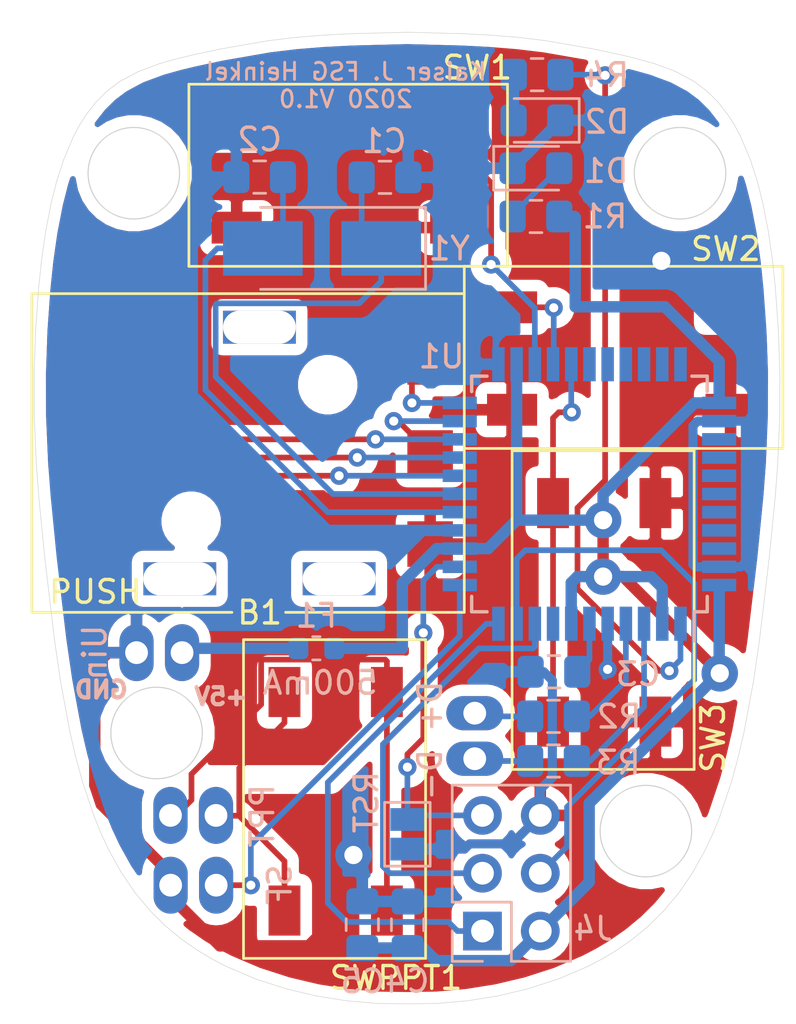
<source format=kicad_pcb>
(kicad_pcb (version 20171130) (host pcbnew "(5.1.5)-3")

  (general
    (thickness 1.6)
    (drawings 111)
    (tracks 257)
    (zones 0)
    (modules 25)
    (nets 43)
  )

  (page A4)
  (layers
    (0 F.Cu signal)
    (31 B.Cu signal)
    (32 B.Adhes user)
    (33 F.Adhes user)
    (34 B.Paste user)
    (35 F.Paste user)
    (36 B.SilkS user)
    (37 F.SilkS user)
    (38 B.Mask user)
    (39 F.Mask user)
    (40 Dwgs.User user)
    (41 Cmts.User user)
    (42 Eco1.User user hide)
    (43 Eco2.User user)
    (44 Edge.Cuts user)
    (45 Margin user)
    (46 B.CrtYd user)
    (47 F.CrtYd user)
    (48 B.Fab user)
    (49 F.Fab user)
  )

  (setup
    (last_trace_width 0.25)
    (user_trace_width 0.4)
    (user_trace_width 0.5)
    (trace_clearance 0.2)
    (zone_clearance 0.508)
    (zone_45_only no)
    (trace_min 0.2)
    (via_size 0.8)
    (via_drill 0.4)
    (via_min_size 0.4)
    (via_min_drill 0.3)
    (user_via 1.6 0.8)
    (uvia_size 0.3)
    (uvia_drill 0.1)
    (uvias_allowed no)
    (uvia_min_size 0.2)
    (uvia_min_drill 0.1)
    (edge_width 0.05)
    (segment_width 0.2)
    (pcb_text_width 0.3)
    (pcb_text_size 1.5 1.5)
    (mod_edge_width 0.12)
    (mod_text_size 1 1)
    (mod_text_width 0.15)
    (pad_size 1.524 1.524)
    (pad_drill 0.762)
    (pad_to_mask_clearance 0.051)
    (solder_mask_min_width 0.25)
    (aux_axis_origin 0 0)
    (visible_elements 7FFFFFFF)
    (pcbplotparams
      (layerselection 0x010fc_ffffffff)
      (usegerberextensions false)
      (usegerberattributes false)
      (usegerberadvancedattributes false)
      (creategerberjobfile false)
      (excludeedgelayer true)
      (linewidth 0.100000)
      (plotframeref false)
      (viasonmask false)
      (mode 1)
      (useauxorigin false)
      (hpglpennumber 1)
      (hpglpenspeed 20)
      (hpglpendiameter 15.000000)
      (psnegative false)
      (psa4output false)
      (plotreference true)
      (plotvalue true)
      (plotinvisibletext false)
      (padsonsilk false)
      (subtractmaskfromsilk false)
      (outputformat 1)
      (mirror false)
      (drillshape 1)
      (scaleselection 1)
      (outputdirectory ""))
  )

  (net 0 "")
  (net 1 GND)
  (net 2 "Net-(B1-Pad3)")
  (net 3 "Net-(B1-Pad2)")
  (net 4 "Net-(B1-Pad5)")
  (net 5 "Net-(B1-Pad1)")
  (net 6 "Net-(B1-Pad4)")
  (net 7 "Net-(C1-Pad1)")
  (net 8 "Net-(C2-Pad1)")
  (net 9 "Net-(C3-Pad1)")
  (net 10 +5V)
  (net 11 "Net-(D1-Pad2)")
  (net 12 /D-)
  (net 13 /D+)
  (net 14 "Net-(J3-Pad2)")
  (net 15 "Net-(J3-Pad1)")
  (net 16 "Net-(J4-Pad5)")
  (net 17 "Net-(J4-Pad4)")
  (net 18 "Net-(J4-Pad3)")
  (net 19 "Net-(J4-Pad1)")
  (net 20 "Net-(R2-Pad1)")
  (net 21 "Net-(R3-Pad1)")
  (net 22 "Net-(SW1-Pad1)")
  (net 23 "Net-(SW2-Pad1)")
  (net 24 "Net-(SW3-Pad1)")
  (net 25 "Net-(U1-Pad42)")
  (net 26 "Net-(U1-Pad41)")
  (net 27 "Net-(U1-Pad40)")
  (net 28 "Net-(U1-Pad39)")
  (net 29 "Net-(U1-Pad38)")
  (net 30 "Net-(U1-Pad37)")
  (net 31 "Net-(U1-Pad36)")
  (net 32 "Net-(U1-Pad33)")
  (net 33 "Net-(U1-Pad32)")
  (net 34 "Net-(U1-Pad31)")
  (net 35 "Net-(U1-Pad30)")
  (net 36 "Net-(U1-Pad29)")
  (net 37 "Net-(U1-Pad28)")
  (net 38 "Net-(U1-Pad8)")
  (net 39 "Net-(D2-Pad2)")
  (net 40 "Net-(R4-Pad2)")
  (net 41 "Net-(F1-Pad2)")
  (net 42 "Net-(J5-Pad1)")

  (net_class Default "Dies ist die voreingestellte Netzklasse."
    (clearance 0.2)
    (trace_width 0.25)
    (via_dia 0.8)
    (via_drill 0.4)
    (uvia_dia 0.3)
    (uvia_drill 0.1)
    (add_net +5V)
    (add_net /D+)
    (add_net /D-)
    (add_net GND)
    (add_net "Net-(B1-Pad1)")
    (add_net "Net-(B1-Pad2)")
    (add_net "Net-(B1-Pad3)")
    (add_net "Net-(B1-Pad4)")
    (add_net "Net-(B1-Pad5)")
    (add_net "Net-(C1-Pad1)")
    (add_net "Net-(C2-Pad1)")
    (add_net "Net-(C3-Pad1)")
    (add_net "Net-(D1-Pad2)")
    (add_net "Net-(D2-Pad2)")
    (add_net "Net-(F1-Pad2)")
    (add_net "Net-(J3-Pad1)")
    (add_net "Net-(J3-Pad2)")
    (add_net "Net-(J4-Pad1)")
    (add_net "Net-(J4-Pad3)")
    (add_net "Net-(J4-Pad4)")
    (add_net "Net-(J4-Pad5)")
    (add_net "Net-(J5-Pad1)")
    (add_net "Net-(R2-Pad1)")
    (add_net "Net-(R3-Pad1)")
    (add_net "Net-(R4-Pad2)")
    (add_net "Net-(SW1-Pad1)")
    (add_net "Net-(SW2-Pad1)")
    (add_net "Net-(SW3-Pad1)")
    (add_net "Net-(U1-Pad28)")
    (add_net "Net-(U1-Pad29)")
    (add_net "Net-(U1-Pad30)")
    (add_net "Net-(U1-Pad31)")
    (add_net "Net-(U1-Pad32)")
    (add_net "Net-(U1-Pad33)")
    (add_net "Net-(U1-Pad36)")
    (add_net "Net-(U1-Pad37)")
    (add_net "Net-(U1-Pad38)")
    (add_net "Net-(U1-Pad39)")
    (add_net "Net-(U1-Pad40)")
    (add_net "Net-(U1-Pad41)")
    (add_net "Net-(U1-Pad42)")
    (add_net "Net-(U1-Pad8)")
  )

  (net_class +5V ""
    (clearance 0.4)
    (trace_width 0.5)
    (via_dia 0.8)
    (via_drill 0.4)
    (uvia_dia 0.3)
    (uvia_drill 0.1)
  )

  (module Connector_Wire:SolderWirePadOval_2 (layer B.Cu) (tedit 5E42C94A) (tstamp 5E436FA6)
    (at 174.498 103.886 270)
    (path /5E431055)
    (fp_text reference SF (at 0 -2.794 270) (layer B.SilkS)
      (effects (font (size 1 1) (thickness 0.15)) (justify mirror))
    )
    (fp_text value Conn_01x02 (at 0 0.5 270) (layer B.Fab)
      (effects (font (size 1 1) (thickness 0.15)) (justify mirror))
    )
    (fp_line (start -1.5 3) (end 1.5 3) (layer B.CrtYd) (width 0.12))
    (fp_line (start -1.5 -1) (end -1.5 3) (layer B.CrtYd) (width 0.12))
    (fp_line (start 1.5 -1) (end -1.5 -1) (layer B.CrtYd) (width 0.12))
    (fp_line (start 1.5 3) (end 1.5 -1) (layer B.CrtYd) (width 0.12))
    (pad 2 thru_hole oval (at 0 2 270) (size 2.5 1.5) (drill 1) (layers *.Cu *.Mask)
      (net 1 GND))
    (pad 1 thru_hole oval (at 0 0 270) (size 2.5 1.5) (drill 1) (layers *.Cu *.Mask)
      (net 42 "Net-(J5-Pad1)"))
  )

  (module Connector_Wire:SolderWirePadOval_2 (layer B.Cu) (tedit 5E42C94A) (tstamp 5E35847E)
    (at 172.49 100.82 90)
    (path /5E312D11)
    (fp_text reference PPT (at -0.018 4.04 90) (layer B.SilkS)
      (effects (font (size 1 1) (thickness 0.15)) (justify mirror))
    )
    (fp_text value Conn_01x02 (at 0 0.5 90) (layer B.Fab)
      (effects (font (size 1 1) (thickness 0.15)) (justify mirror))
    )
    (fp_line (start -1.5 3) (end 1.5 3) (layer B.CrtYd) (width 0.12))
    (fp_line (start -1.5 -1) (end -1.5 3) (layer B.CrtYd) (width 0.12))
    (fp_line (start 1.5 -1) (end -1.5 -1) (layer B.CrtYd) (width 0.12))
    (fp_line (start 1.5 3) (end 1.5 -1) (layer B.CrtYd) (width 0.12))
    (pad 2 thru_hole oval (at 0 2 90) (size 2.5 1.5) (drill 1) (layers *.Cu *.Mask)
      (net 14 "Net-(J3-Pad2)"))
    (pad 1 thru_hole oval (at 0 0 90) (size 2.5 1.5) (drill 1) (layers *.Cu *.Mask)
      (net 15 "Net-(J3-Pad1)"))
  )

  (module Connector_Wire:SolderWirePadOval_2 (layer B.Cu) (tedit 5E42C94A) (tstamp 5E4381A5)
    (at 171 93.67 90)
    (path /5E36FB85)
    (fp_text reference Uin (at 0 -1.836 90) (layer B.SilkS)
      (effects (font (size 1 1) (thickness 0.15)) (justify mirror))
    )
    (fp_text value Conn_01x02 (at 0 0.5 90) (layer B.Fab)
      (effects (font (size 1 1) (thickness 0.15)) (justify mirror))
    )
    (fp_line (start -1.5 3) (end 1.5 3) (layer B.CrtYd) (width 0.12))
    (fp_line (start -1.5 -1) (end -1.5 3) (layer B.CrtYd) (width 0.12))
    (fp_line (start 1.5 -1) (end -1.5 -1) (layer B.CrtYd) (width 0.12))
    (fp_line (start 1.5 3) (end 1.5 -1) (layer B.CrtYd) (width 0.12))
    (pad 2 thru_hole oval (at 0 2 90) (size 2.5 1.5) (drill 1) (layers *.Cu *.Mask)
      (net 41 "Net-(F1-Pad2)"))
    (pad 1 thru_hole oval (at 0 0 90) (size 2.5 1.5) (drill 1) (layers *.Cu *.Mask)
      (net 1 GND))
  )

  (module Connector_Wire:SolderWirePadOval_2 (layer B.Cu) (tedit 5E42C94A) (tstamp 5E35A2CB)
    (at 185.86 98.33 180)
    (path /5E3C7C9E)
    (fp_text reference "D+ D-" (at 1.964 0.794 90) (layer B.SilkS)
      (effects (font (size 1 1) (thickness 0.15)) (justify mirror))
    )
    (fp_text value Conn_01x02 (at 0 0.5) (layer B.Fab)
      (effects (font (size 1 1) (thickness 0.15)) (justify mirror))
    )
    (fp_line (start -1.5 3) (end 1.5 3) (layer B.CrtYd) (width 0.12))
    (fp_line (start -1.5 -1) (end -1.5 3) (layer B.CrtYd) (width 0.12))
    (fp_line (start 1.5 -1) (end -1.5 -1) (layer B.CrtYd) (width 0.12))
    (fp_line (start 1.5 3) (end 1.5 -1) (layer B.CrtYd) (width 0.12))
    (pad 2 thru_hole oval (at 0 2 180) (size 2.5 1.5) (drill 1) (layers *.Cu *.Mask)
      (net 13 /D+))
    (pad 1 thru_hole oval (at 0 0 180) (size 2.5 1.5) (drill 1) (layers *.Cu *.Mask)
      (net 12 /D-))
  )

  (module Fuse:Fuse_0603_1608Metric (layer B.Cu) (tedit 5B301BBE) (tstamp 5E3D5363)
    (at 178.9 93.48 180)
    (descr "Fuse SMD 0603 (1608 Metric), square (rectangular) end terminal, IPC_7351 nominal, (Body size source: http://www.tortai-tech.com/upload/download/2011102023233369053.pdf), generated with kicad-footprint-generator")
    (tags resistor)
    (path /5E3D934A)
    (attr smd)
    (fp_text reference F1 (at 0 1.43) (layer B.SilkS)
      (effects (font (size 1 1) (thickness 0.15)) (justify mirror))
    )
    (fp_text value 500mA (at 0 -1.43) (layer B.Fab)
      (effects (font (size 1 1) (thickness 0.15)) (justify mirror))
    )
    (fp_text user %R (at 0 0) (layer B.Fab)
      (effects (font (size 0.4 0.4) (thickness 0.06)) (justify mirror))
    )
    (fp_line (start 1.48 -0.73) (end -1.48 -0.73) (layer B.CrtYd) (width 0.05))
    (fp_line (start 1.48 0.73) (end 1.48 -0.73) (layer B.CrtYd) (width 0.05))
    (fp_line (start -1.48 0.73) (end 1.48 0.73) (layer B.CrtYd) (width 0.05))
    (fp_line (start -1.48 -0.73) (end -1.48 0.73) (layer B.CrtYd) (width 0.05))
    (fp_line (start -0.162779 -0.51) (end 0.162779 -0.51) (layer B.SilkS) (width 0.12))
    (fp_line (start -0.162779 0.51) (end 0.162779 0.51) (layer B.SilkS) (width 0.12))
    (fp_line (start 0.8 -0.4) (end -0.8 -0.4) (layer B.Fab) (width 0.1))
    (fp_line (start 0.8 0.4) (end 0.8 -0.4) (layer B.Fab) (width 0.1))
    (fp_line (start -0.8 0.4) (end 0.8 0.4) (layer B.Fab) (width 0.1))
    (fp_line (start -0.8 -0.4) (end -0.8 0.4) (layer B.Fab) (width 0.1))
    (pad 2 smd roundrect (at 0.7875 0 180) (size 0.875 0.95) (layers B.Cu B.Paste B.Mask) (roundrect_rratio 0.25)
      (net 41 "Net-(F1-Pad2)"))
    (pad 1 smd roundrect (at -0.7875 0 180) (size 0.875 0.95) (layers B.Cu B.Paste B.Mask) (roundrect_rratio 0.25)
      (net 10 +5V))
    (model ${KISYS3DMOD}/Fuse.3dshapes/Fuse_0603_1608Metric.wrl
      (at (xyz 0 0 0))
      (scale (xyz 1 1 1))
      (rotate (xyz 0 0 0))
    )
  )

  (module Resistor_SMD:R_0805_2012Metric_Pad1.15x1.40mm_HandSolder (layer B.Cu) (tedit 5B36C52B) (tstamp 5E36D2F9)
    (at 188.6 68.28)
    (descr "Resistor SMD 0805 (2012 Metric), square (rectangular) end terminal, IPC_7351 nominal with elongated pad for handsoldering. (Body size source: https://docs.google.com/spreadsheets/d/1BsfQQcO9C6DZCsRaXUlFlo91Tg2WpOkGARC1WS5S8t0/edit?usp=sharing), generated with kicad-footprint-generator")
    (tags "resistor handsolder")
    (path /5E37EFF0)
    (attr smd)
    (fp_text reference R4 (at 3.06 0.02) (layer B.SilkS)
      (effects (font (size 1 1) (thickness 0.15)) (justify mirror))
    )
    (fp_text value 1K (at 0 -1.65) (layer B.Fab)
      (effects (font (size 1 1) (thickness 0.15)) (justify mirror))
    )
    (fp_text user %R (at 0 0) (layer B.Fab)
      (effects (font (size 0.5 0.5) (thickness 0.08)) (justify mirror))
    )
    (fp_line (start 1.85 -0.95) (end -1.85 -0.95) (layer B.CrtYd) (width 0.05))
    (fp_line (start 1.85 0.95) (end 1.85 -0.95) (layer B.CrtYd) (width 0.05))
    (fp_line (start -1.85 0.95) (end 1.85 0.95) (layer B.CrtYd) (width 0.05))
    (fp_line (start -1.85 -0.95) (end -1.85 0.95) (layer B.CrtYd) (width 0.05))
    (fp_line (start -0.261252 -0.71) (end 0.261252 -0.71) (layer B.SilkS) (width 0.12))
    (fp_line (start -0.261252 0.71) (end 0.261252 0.71) (layer B.SilkS) (width 0.12))
    (fp_line (start 1 -0.6) (end -1 -0.6) (layer B.Fab) (width 0.1))
    (fp_line (start 1 0.6) (end 1 -0.6) (layer B.Fab) (width 0.1))
    (fp_line (start -1 0.6) (end 1 0.6) (layer B.Fab) (width 0.1))
    (fp_line (start -1 -0.6) (end -1 0.6) (layer B.Fab) (width 0.1))
    (pad 2 smd roundrect (at 1.025 0) (size 1.15 1.4) (layers B.Cu B.Paste B.Mask) (roundrect_rratio 0.217391)
      (net 40 "Net-(R4-Pad2)"))
    (pad 1 smd roundrect (at -1.025 0) (size 1.15 1.4) (layers B.Cu B.Paste B.Mask) (roundrect_rratio 0.217391)
      (net 39 "Net-(D2-Pad2)"))
    (model ${KISYS3DMOD}/Resistor_SMD.3dshapes/R_0805_2012Metric.wrl
      (at (xyz 0 0 0))
      (scale (xyz 1 1 1))
      (rotate (xyz 0 0 0))
    )
  )

  (module LED_SMD:LED_0805_2012Metric_Pad1.15x1.40mm_HandSolder (layer B.Cu) (tedit 5B4B45C9) (tstamp 5E36D206)
    (at 188.59 70.29 180)
    (descr "LED SMD 0805 (2012 Metric), square (rectangular) end terminal, IPC_7351 nominal, (Body size source: https://docs.google.com/spreadsheets/d/1BsfQQcO9C6DZCsRaXUlFlo91Tg2WpOkGARC1WS5S8t0/edit?usp=sharing), generated with kicad-footprint-generator")
    (tags "LED handsolder")
    (path /5E37EFF6)
    (attr smd)
    (fp_text reference D2 (at -3.08 -0.06) (layer B.SilkS)
      (effects (font (size 1 1) (thickness 0.15)) (justify mirror))
    )
    (fp_text value LED (at 0 -1.65) (layer B.Fab)
      (effects (font (size 1 1) (thickness 0.15)) (justify mirror))
    )
    (fp_text user %R (at 0 0) (layer B.Fab)
      (effects (font (size 0.5 0.5) (thickness 0.08)) (justify mirror))
    )
    (fp_line (start 1.85 -0.95) (end -1.85 -0.95) (layer B.CrtYd) (width 0.05))
    (fp_line (start 1.85 0.95) (end 1.85 -0.95) (layer B.CrtYd) (width 0.05))
    (fp_line (start -1.85 0.95) (end 1.85 0.95) (layer B.CrtYd) (width 0.05))
    (fp_line (start -1.85 -0.95) (end -1.85 0.95) (layer B.CrtYd) (width 0.05))
    (fp_line (start -1.86 -0.96) (end 1 -0.96) (layer B.SilkS) (width 0.12))
    (fp_line (start -1.86 0.96) (end -1.86 -0.96) (layer B.SilkS) (width 0.12))
    (fp_line (start 1 0.96) (end -1.86 0.96) (layer B.SilkS) (width 0.12))
    (fp_line (start 1 -0.6) (end 1 0.6) (layer B.Fab) (width 0.1))
    (fp_line (start -1 -0.6) (end 1 -0.6) (layer B.Fab) (width 0.1))
    (fp_line (start -1 0.3) (end -1 -0.6) (layer B.Fab) (width 0.1))
    (fp_line (start -0.7 0.6) (end -1 0.3) (layer B.Fab) (width 0.1))
    (fp_line (start 1 0.6) (end -0.7 0.6) (layer B.Fab) (width 0.1))
    (pad 2 smd roundrect (at 1.025 0 180) (size 1.15 1.4) (layers B.Cu B.Paste B.Mask) (roundrect_rratio 0.217391)
      (net 39 "Net-(D2-Pad2)"))
    (pad 1 smd roundrect (at -1.025 0 180) (size 1.15 1.4) (layers B.Cu B.Paste B.Mask) (roundrect_rratio 0.217391)
      (net 1 GND))
    (model ${KISYS3DMOD}/LED_SMD.3dshapes/LED_0805_2012Metric.wrl
      (at (xyz 0 0 0))
      (scale (xyz 1 1 1))
      (rotate (xyz 0 0 0))
    )
  )

  (module Crystal:Crystal_SMD_5032-2Pin_5.0x3.2mm_HandSoldering (layer B.Cu) (tedit 5A0FD1B2) (tstamp 5E358569)
    (at 179.15 75.91 180)
    (descr "SMD Crystal SERIES SMD2520/2 http://www.icbase.com/File/PDF/HKC/HKC00061008.pdf, hand-soldering, 5.0x3.2mm^2 package")
    (tags "SMD SMT crystal hand-soldering")
    (path /5E25AE67)
    (attr smd)
    (fp_text reference Y1 (at -5.59 -0.01) (layer B.SilkS)
      (effects (font (size 1 1) (thickness 0.15)) (justify mirror))
    )
    (fp_text value 16MHz (at 0 -2.8) (layer B.Fab)
      (effects (font (size 1 1) (thickness 0.15)) (justify mirror))
    )
    (fp_circle (center 0 0) (end 0.093333 0) (layer B.Adhes) (width 0.186667))
    (fp_circle (center 0 0) (end 0.213333 0) (layer B.Adhes) (width 0.133333))
    (fp_circle (center 0 0) (end 0.333333 0) (layer B.Adhes) (width 0.133333))
    (fp_circle (center 0 0) (end 0.4 0) (layer B.Adhes) (width 0.1))
    (fp_line (start 4.6 1.9) (end -4.6 1.9) (layer B.CrtYd) (width 0.05))
    (fp_line (start 4.6 -1.9) (end 4.6 1.9) (layer B.CrtYd) (width 0.05))
    (fp_line (start -4.6 -1.9) (end 4.6 -1.9) (layer B.CrtYd) (width 0.05))
    (fp_line (start -4.6 1.9) (end -4.6 -1.9) (layer B.CrtYd) (width 0.05))
    (fp_line (start -4.55 -1.8) (end 2.7 -1.8) (layer B.SilkS) (width 0.12))
    (fp_line (start -4.55 1.8) (end -4.55 -1.8) (layer B.SilkS) (width 0.12))
    (fp_line (start 2.7 1.8) (end -4.55 1.8) (layer B.SilkS) (width 0.12))
    (fp_line (start -2.5 -0.6) (end -1.5 -1.6) (layer B.Fab) (width 0.1))
    (fp_line (start -2.5 1.4) (end -2.3 1.6) (layer B.Fab) (width 0.1))
    (fp_line (start -2.5 -1.4) (end -2.5 1.4) (layer B.Fab) (width 0.1))
    (fp_line (start -2.3 -1.6) (end -2.5 -1.4) (layer B.Fab) (width 0.1))
    (fp_line (start 2.3 -1.6) (end -2.3 -1.6) (layer B.Fab) (width 0.1))
    (fp_line (start 2.5 -1.4) (end 2.3 -1.6) (layer B.Fab) (width 0.1))
    (fp_line (start 2.5 1.4) (end 2.5 -1.4) (layer B.Fab) (width 0.1))
    (fp_line (start 2.3 1.6) (end 2.5 1.4) (layer B.Fab) (width 0.1))
    (fp_line (start -2.3 1.6) (end 2.3 1.6) (layer B.Fab) (width 0.1))
    (fp_text user %R (at 0 0) (layer B.Fab)
      (effects (font (size 1 1) (thickness 0.15)) (justify mirror))
    )
    (pad 2 smd rect (at 2.6 0 180) (size 3.5 2.4) (layers B.Cu B.Paste B.Mask)
      (net 8 "Net-(C2-Pad1)"))
    (pad 1 smd rect (at -2.6 0 180) (size 3.5 2.4) (layers B.Cu B.Paste B.Mask)
      (net 7 "Net-(C1-Pad1)"))
    (model ${KISYS3DMOD}/Crystal.3dshapes/Crystal_SMD_5032-2Pin_5.0x3.2mm_HandSoldering.wrl
      (at (xyz 0 0 0))
      (scale (xyz 1 1 1))
      (rotate (xyz 0 0 0))
    )
  )

  (module Package_QFP:TQFP-44_10x10mm_P0.8mm (layer B.Cu) (tedit 5A02F146) (tstamp 5E35854E)
    (at 190.9 86.7 90)
    (descr "44-Lead Plastic Thin Quad Flatpack (PT) - 10x10x1.0 mm Body [TQFP] (see Microchip Packaging Specification 00000049BS.pdf)")
    (tags "QFP 0.8")
    (path /5E246FA4)
    (attr smd)
    (fp_text reference U1 (at 6.04 -6.5 180) (layer B.SilkS)
      (effects (font (size 1 1) (thickness 0.15)) (justify mirror))
    )
    (fp_text value ATmega32U4-AU (at 0 -7.45 90) (layer B.Fab)
      (effects (font (size 1 1) (thickness 0.15)) (justify mirror))
    )
    (fp_line (start -5.175 4.6) (end -6.45 4.6) (layer B.SilkS) (width 0.15))
    (fp_line (start 5.175 5.175) (end 4.5 5.175) (layer B.SilkS) (width 0.15))
    (fp_line (start 5.175 -5.175) (end 4.5 -5.175) (layer B.SilkS) (width 0.15))
    (fp_line (start -5.175 -5.175) (end -4.5 -5.175) (layer B.SilkS) (width 0.15))
    (fp_line (start -5.175 5.175) (end -4.5 5.175) (layer B.SilkS) (width 0.15))
    (fp_line (start -5.175 -5.175) (end -5.175 -4.5) (layer B.SilkS) (width 0.15))
    (fp_line (start 5.175 -5.175) (end 5.175 -4.5) (layer B.SilkS) (width 0.15))
    (fp_line (start 5.175 5.175) (end 5.175 4.5) (layer B.SilkS) (width 0.15))
    (fp_line (start -5.175 5.175) (end -5.175 4.6) (layer B.SilkS) (width 0.15))
    (fp_line (start -6.7 -6.7) (end 6.7 -6.7) (layer B.CrtYd) (width 0.05))
    (fp_line (start -6.7 6.7) (end 6.7 6.7) (layer B.CrtYd) (width 0.05))
    (fp_line (start 6.7 6.7) (end 6.7 -6.7) (layer B.CrtYd) (width 0.05))
    (fp_line (start -6.7 6.7) (end -6.7 -6.7) (layer B.CrtYd) (width 0.05))
    (fp_line (start -5 4) (end -4 5) (layer B.Fab) (width 0.15))
    (fp_line (start -5 -5) (end -5 4) (layer B.Fab) (width 0.15))
    (fp_line (start 5 -5) (end -5 -5) (layer B.Fab) (width 0.15))
    (fp_line (start 5 5) (end 5 -5) (layer B.Fab) (width 0.15))
    (fp_line (start -4 5) (end 5 5) (layer B.Fab) (width 0.15))
    (fp_text user %R (at 0 0 90) (layer B.Fab)
      (effects (font (size 1 1) (thickness 0.15)) (justify mirror))
    )
    (pad 44 smd rect (at -4 5.7) (size 1.5 0.55) (layers B.Cu B.Paste B.Mask)
      (net 10 +5V))
    (pad 43 smd rect (at -3.2 5.7) (size 1.5 0.55) (layers B.Cu B.Paste B.Mask)
      (net 1 GND))
    (pad 42 smd rect (at -2.4 5.7) (size 1.5 0.55) (layers B.Cu B.Paste B.Mask)
      (net 25 "Net-(U1-Pad42)"))
    (pad 41 smd rect (at -1.6 5.7) (size 1.5 0.55) (layers B.Cu B.Paste B.Mask)
      (net 26 "Net-(U1-Pad41)"))
    (pad 40 smd rect (at -0.8 5.7) (size 1.5 0.55) (layers B.Cu B.Paste B.Mask)
      (net 27 "Net-(U1-Pad40)"))
    (pad 39 smd rect (at 0 5.7) (size 1.5 0.55) (layers B.Cu B.Paste B.Mask)
      (net 28 "Net-(U1-Pad39)"))
    (pad 38 smd rect (at 0.8 5.7) (size 1.5 0.55) (layers B.Cu B.Paste B.Mask)
      (net 29 "Net-(U1-Pad38)"))
    (pad 37 smd rect (at 1.6 5.7) (size 1.5 0.55) (layers B.Cu B.Paste B.Mask)
      (net 30 "Net-(U1-Pad37)"))
    (pad 36 smd rect (at 2.4 5.7) (size 1.5 0.55) (layers B.Cu B.Paste B.Mask)
      (net 31 "Net-(U1-Pad36)"))
    (pad 35 smd rect (at 3.2 5.7) (size 1.5 0.55) (layers B.Cu B.Paste B.Mask)
      (net 1 GND))
    (pad 34 smd rect (at 4 5.7) (size 1.5 0.55) (layers B.Cu B.Paste B.Mask)
      (net 10 +5V))
    (pad 33 smd rect (at 5.7 4 90) (size 1.5 0.55) (layers B.Cu B.Paste B.Mask)
      (net 32 "Net-(U1-Pad33)"))
    (pad 32 smd rect (at 5.7 3.2 90) (size 1.5 0.55) (layers B.Cu B.Paste B.Mask)
      (net 33 "Net-(U1-Pad32)"))
    (pad 31 smd rect (at 5.7 2.4 90) (size 1.5 0.55) (layers B.Cu B.Paste B.Mask)
      (net 34 "Net-(U1-Pad31)"))
    (pad 30 smd rect (at 5.7 1.6 90) (size 1.5 0.55) (layers B.Cu B.Paste B.Mask)
      (net 35 "Net-(U1-Pad30)"))
    (pad 29 smd rect (at 5.7 0.8 90) (size 1.5 0.55) (layers B.Cu B.Paste B.Mask)
      (net 36 "Net-(U1-Pad29)"))
    (pad 28 smd rect (at 5.7 0 90) (size 1.5 0.55) (layers B.Cu B.Paste B.Mask)
      (net 37 "Net-(U1-Pad28)"))
    (pad 27 smd rect (at 5.7 -0.8 90) (size 1.5 0.55) (layers B.Cu B.Paste B.Mask)
      (net 24 "Net-(SW3-Pad1)"))
    (pad 26 smd rect (at 5.7 -1.6 90) (size 1.5 0.55) (layers B.Cu B.Paste B.Mask)
      (net 23 "Net-(SW2-Pad1)"))
    (pad 25 smd rect (at 5.7 -2.4 90) (size 1.5 0.55) (layers B.Cu B.Paste B.Mask)
      (net 22 "Net-(SW1-Pad1)"))
    (pad 24 smd rect (at 5.7 -3.2 90) (size 1.5 0.55) (layers B.Cu B.Paste B.Mask)
      (net 10 +5V))
    (pad 23 smd rect (at 5.7 -4 90) (size 1.5 0.55) (layers B.Cu B.Paste B.Mask)
      (net 1 GND))
    (pad 22 smd rect (at 4 -5.7) (size 1.5 0.55) (layers B.Cu B.Paste B.Mask)
      (net 6 "Net-(B1-Pad4)"))
    (pad 21 smd rect (at 3.2 -5.7) (size 1.5 0.55) (layers B.Cu B.Paste B.Mask)
      (net 4 "Net-(B1-Pad5)"))
    (pad 20 smd rect (at 2.4 -5.7) (size 1.5 0.55) (layers B.Cu B.Paste B.Mask)
      (net 5 "Net-(B1-Pad1)"))
    (pad 19 smd rect (at 1.6 -5.7) (size 1.5 0.55) (layers B.Cu B.Paste B.Mask)
      (net 3 "Net-(B1-Pad2)"))
    (pad 18 smd rect (at 0.8 -5.7) (size 1.5 0.55) (layers B.Cu B.Paste B.Mask)
      (net 2 "Net-(B1-Pad3)"))
    (pad 17 smd rect (at 0 -5.7) (size 1.5 0.55) (layers B.Cu B.Paste B.Mask)
      (net 7 "Net-(C1-Pad1)"))
    (pad 16 smd rect (at -0.8 -5.7) (size 1.5 0.55) (layers B.Cu B.Paste B.Mask)
      (net 8 "Net-(C2-Pad1)"))
    (pad 15 smd rect (at -1.6 -5.7) (size 1.5 0.55) (layers B.Cu B.Paste B.Mask)
      (net 1 GND))
    (pad 14 smd rect (at -2.4 -5.7) (size 1.5 0.55) (layers B.Cu B.Paste B.Mask)
      (net 10 +5V))
    (pad 13 smd rect (at -3.2 -5.7) (size 1.5 0.55) (layers B.Cu B.Paste B.Mask)
      (net 16 "Net-(J4-Pad5)"))
    (pad 12 smd rect (at -4 -5.7) (size 1.5 0.55) (layers B.Cu B.Paste B.Mask)
      (net 42 "Net-(J5-Pad1)"))
    (pad 11 smd rect (at -5.7 -4 90) (size 1.5 0.55) (layers B.Cu B.Paste B.Mask)
      (net 19 "Net-(J4-Pad1)"))
    (pad 10 smd rect (at -5.7 -3.2 90) (size 1.5 0.55) (layers B.Cu B.Paste B.Mask)
      (net 17 "Net-(J4-Pad4)"))
    (pad 9 smd rect (at -5.7 -2.4 90) (size 1.5 0.55) (layers B.Cu B.Paste B.Mask)
      (net 18 "Net-(J4-Pad3)"))
    (pad 8 smd rect (at -5.7 -1.6 90) (size 1.5 0.55) (layers B.Cu B.Paste B.Mask)
      (net 38 "Net-(U1-Pad8)"))
    (pad 7 smd rect (at -5.7 -0.8 90) (size 1.5 0.55) (layers B.Cu B.Paste B.Mask)
      (net 10 +5V))
    (pad 6 smd rect (at -5.7 0 90) (size 1.5 0.55) (layers B.Cu B.Paste B.Mask)
      (net 9 "Net-(C3-Pad1)"))
    (pad 5 smd rect (at -5.7 0.8 90) (size 1.5 0.55) (layers B.Cu B.Paste B.Mask)
      (net 1 GND))
    (pad 4 smd rect (at -5.7 1.6 90) (size 1.5 0.55) (layers B.Cu B.Paste B.Mask)
      (net 20 "Net-(R2-Pad1)"))
    (pad 3 smd rect (at -5.7 2.4 90) (size 1.5 0.55) (layers B.Cu B.Paste B.Mask)
      (net 21 "Net-(R3-Pad1)"))
    (pad 2 smd rect (at -5.7 3.2 90) (size 1.5 0.55) (layers B.Cu B.Paste B.Mask)
      (net 10 +5V))
    (pad 1 smd rect (at -5.7 4 90) (size 1.5 0.55) (layers B.Cu B.Paste B.Mask)
      (net 40 "Net-(R4-Pad2)"))
    (model ${KISYS3DMOD}/Package_QFP.3dshapes/TQFP-44_10x10mm_P0.8mm.wrl
      (at (xyz 0 0 0))
      (scale (xyz 1 1 1))
      (rotate (xyz 0 0 0))
    )
  )

  (module Button_Switch_SMD:Reichelt_RAFI_Kurzhubtaster (layer F.Cu) (tedit 5E341CC7) (tstamp 5E35850B)
    (at 182.7 106.1 90)
    (path /5E2FEFE7)
    (fp_text reference SWPPT1 (at -1.86 -0.3 180) (layer F.SilkS)
      (effects (font (size 1 1) (thickness 0.15)))
    )
    (fp_text value SW_Push (at 5.78 -3.4 90) (layer F.Fab)
      (effects (font (size 1 1) (thickness 0.15)))
    )
    (fp_line (start -1 1) (end -1 -7) (layer F.SilkS) (width 0.12))
    (fp_line (start 13 1) (end -1 1) (layer F.SilkS) (width 0.12))
    (fp_line (start 13 -7) (end 13 1) (layer F.SilkS) (width 0.12))
    (fp_line (start -1 -7) (end 13 -7) (layer F.SilkS) (width 0.12))
    (pad 2 smd rect (at 10.7 -0.7 90) (size 2.2 1.4) (layers F.Cu F.Paste F.Mask)
      (net 15 "Net-(J3-Pad1)"))
    (pad 2 smd rect (at 1.1 -0.7 90) (size 2.2 1.4) (layers F.Cu F.Paste F.Mask)
      (net 15 "Net-(J3-Pad1)"))
    (pad 1 smd rect (at 10.7 -5.2 90) (size 2.2 1.4) (layers F.Cu F.Paste F.Mask)
      (net 14 "Net-(J3-Pad2)"))
    (pad 1 smd rect (at 1.1 -5.2 90) (size 2.2 1.4) (layers F.Cu F.Paste F.Mask)
      (net 14 "Net-(J3-Pad2)"))
  )

  (module Button_Switch_SMD:Reichelt_RAFI_Kurzhubtaster (layer F.Cu) (tedit 5E341CC7) (tstamp 5E3584FF)
    (at 194.5 97.8 90)
    (path /5E2E6FE7)
    (fp_text reference SW3 (at 0.38 1.83 90) (layer F.SilkS)
      (effects (font (size 1 1) (thickness 0.15)))
    )
    (fp_text value SW_Push (at 5.91 -5.15 90) (layer F.Fab)
      (effects (font (size 1 1) (thickness 0.15)))
    )
    (fp_line (start -1 1) (end -1 -7) (layer F.SilkS) (width 0.12))
    (fp_line (start 13 1) (end -1 1) (layer F.SilkS) (width 0.12))
    (fp_line (start 13 -7) (end 13 1) (layer F.SilkS) (width 0.12))
    (fp_line (start -1 -7) (end 13 -7) (layer F.SilkS) (width 0.12))
    (pad 2 smd rect (at 10.7 -0.7 90) (size 2.2 1.4) (layers F.Cu F.Paste F.Mask)
      (net 1 GND))
    (pad 2 smd rect (at 1.1 -0.7 90) (size 2.2 1.4) (layers F.Cu F.Paste F.Mask)
      (net 1 GND))
    (pad 1 smd rect (at 10.7 -5.2 90) (size 2.2 1.4) (layers F.Cu F.Paste F.Mask)
      (net 24 "Net-(SW3-Pad1)"))
    (pad 1 smd rect (at 1.1 -5.2 90) (size 2.2 1.4) (layers F.Cu F.Paste F.Mask)
      (net 24 "Net-(SW3-Pad1)"))
  )

  (module Button_Switch_SMD:Reichelt_RAFI_Kurzhubtaster (layer F.Cu) (tedit 5E341CC7) (tstamp 5E3584F3)
    (at 186.4 83.7)
    (path /5E2E71EB)
    (fp_text reference SW2 (at 10.49 -7.76) (layer F.SilkS)
      (effects (font (size 1 1) (thickness 0.15)))
    )
    (fp_text value SW_Push (at 5.79 -2.66) (layer F.Fab)
      (effects (font (size 1 1) (thickness 0.15)))
    )
    (fp_line (start -1 1) (end -1 -7) (layer F.SilkS) (width 0.12))
    (fp_line (start 13 1) (end -1 1) (layer F.SilkS) (width 0.12))
    (fp_line (start 13 -7) (end 13 1) (layer F.SilkS) (width 0.12))
    (fp_line (start -1 -7) (end 13 -7) (layer F.SilkS) (width 0.12))
    (pad 2 smd rect (at 10.7 -0.7) (size 2.2 1.4) (layers F.Cu F.Paste F.Mask)
      (net 1 GND))
    (pad 2 smd rect (at 1.1 -0.7) (size 2.2 1.4) (layers F.Cu F.Paste F.Mask)
      (net 1 GND))
    (pad 1 smd rect (at 10.7 -5.2) (size 2.2 1.4) (layers F.Cu F.Paste F.Mask)
      (net 23 "Net-(SW2-Pad1)"))
    (pad 1 smd rect (at 1.1 -5.2) (size 2.2 1.4) (layers F.Cu F.Paste F.Mask)
      (net 23 "Net-(SW2-Pad1)"))
  )

  (module Button_Switch_SMD:Reichelt_RAFI_Kurzhubtaster (layer F.Cu) (tedit 5E341CC7) (tstamp 5E3584E7)
    (at 174.3 75.7)
    (path /5E2E73C3)
    (fp_text reference SW1 (at 11.67 -7.73) (layer F.SilkS)
      (effects (font (size 1 1) (thickness 0.15)))
    )
    (fp_text value SW_Push (at 6.31 -3.37) (layer F.Fab)
      (effects (font (size 1 1) (thickness 0.15)))
    )
    (fp_line (start -1 1) (end -1 -7) (layer F.SilkS) (width 0.12))
    (fp_line (start 13 1) (end -1 1) (layer F.SilkS) (width 0.12))
    (fp_line (start 13 -7) (end 13 1) (layer F.SilkS) (width 0.12))
    (fp_line (start -1 -7) (end 13 -7) (layer F.SilkS) (width 0.12))
    (pad 2 smd rect (at 10.7 -0.7) (size 2.2 1.4) (layers F.Cu F.Paste F.Mask)
      (net 1 GND))
    (pad 2 smd rect (at 1.1 -0.7) (size 2.2 1.4) (layers F.Cu F.Paste F.Mask)
      (net 1 GND))
    (pad 1 smd rect (at 10.7 -5.2) (size 2.2 1.4) (layers F.Cu F.Paste F.Mask)
      (net 22 "Net-(SW1-Pad1)"))
    (pad 1 smd rect (at 1.1 -5.2) (size 2.2 1.4) (layers F.Cu F.Paste F.Mask)
      (net 22 "Net-(SW1-Pad1)"))
  )

  (module Resistor_SMD:R_0805_2012Metric_Pad1.15x1.40mm_HandSolder (layer B.Cu) (tedit 5B36C52B) (tstamp 5E3584DB)
    (at 189.32 98.43 180)
    (descr "Resistor SMD 0805 (2012 Metric), square (rectangular) end terminal, IPC_7351 nominal with elongated pad for handsoldering. (Body size source: https://docs.google.com/spreadsheets/d/1BsfQQcO9C6DZCsRaXUlFlo91Tg2WpOkGARC1WS5S8t0/edit?usp=sharing), generated with kicad-footprint-generator")
    (tags "resistor handsolder")
    (path /5E26A31A)
    (attr smd)
    (fp_text reference R3 (at -2.84 -0.07) (layer B.SilkS)
      (effects (font (size 1 1) (thickness 0.15)) (justify mirror))
    )
    (fp_text value 22 (at 0 -1.65) (layer B.Fab)
      (effects (font (size 1 1) (thickness 0.15)) (justify mirror))
    )
    (fp_text user %R (at 0 0) (layer B.Fab)
      (effects (font (size 0.5 0.5) (thickness 0.08)) (justify mirror))
    )
    (fp_line (start 1.85 -0.95) (end -1.85 -0.95) (layer B.CrtYd) (width 0.05))
    (fp_line (start 1.85 0.95) (end 1.85 -0.95) (layer B.CrtYd) (width 0.05))
    (fp_line (start -1.85 0.95) (end 1.85 0.95) (layer B.CrtYd) (width 0.05))
    (fp_line (start -1.85 -0.95) (end -1.85 0.95) (layer B.CrtYd) (width 0.05))
    (fp_line (start -0.261252 -0.71) (end 0.261252 -0.71) (layer B.SilkS) (width 0.12))
    (fp_line (start -0.261252 0.71) (end 0.261252 0.71) (layer B.SilkS) (width 0.12))
    (fp_line (start 1 -0.6) (end -1 -0.6) (layer B.Fab) (width 0.1))
    (fp_line (start 1 0.6) (end 1 -0.6) (layer B.Fab) (width 0.1))
    (fp_line (start -1 0.6) (end 1 0.6) (layer B.Fab) (width 0.1))
    (fp_line (start -1 -0.6) (end -1 0.6) (layer B.Fab) (width 0.1))
    (pad 2 smd roundrect (at 1.025 0 180) (size 1.15 1.4) (layers B.Cu B.Paste B.Mask) (roundrect_rratio 0.217391)
      (net 12 /D-))
    (pad 1 smd roundrect (at -1.025 0 180) (size 1.15 1.4) (layers B.Cu B.Paste B.Mask) (roundrect_rratio 0.217391)
      (net 21 "Net-(R3-Pad1)"))
    (model ${KISYS3DMOD}/Resistor_SMD.3dshapes/R_0805_2012Metric.wrl
      (at (xyz 0 0 0))
      (scale (xyz 1 1 1))
      (rotate (xyz 0 0 0))
    )
  )

  (module Resistor_SMD:R_0805_2012Metric_Pad1.15x1.40mm_HandSolder (layer B.Cu) (tedit 5B36C52B) (tstamp 5E3584CA)
    (at 189.32 96.47 180)
    (descr "Resistor SMD 0805 (2012 Metric), square (rectangular) end terminal, IPC_7351 nominal with elongated pad for handsoldering. (Body size source: https://docs.google.com/spreadsheets/d/1BsfQQcO9C6DZCsRaXUlFlo91Tg2WpOkGARC1WS5S8t0/edit?usp=sharing), generated with kicad-footprint-generator")
    (tags "resistor handsolder")
    (path /5E26921C)
    (attr smd)
    (fp_text reference R2 (at -2.88 -0.01) (layer B.SilkS)
      (effects (font (size 1 1) (thickness 0.15)) (justify mirror))
    )
    (fp_text value 22 (at 0 -1.65) (layer B.Fab)
      (effects (font (size 1 1) (thickness 0.15)) (justify mirror))
    )
    (fp_text user %R (at 0.004999 0.035001) (layer B.Fab)
      (effects (font (size 0.5 0.5) (thickness 0.08)) (justify mirror))
    )
    (fp_line (start 1.85 -0.95) (end -1.85 -0.95) (layer B.CrtYd) (width 0.05))
    (fp_line (start 1.85 0.95) (end 1.85 -0.95) (layer B.CrtYd) (width 0.05))
    (fp_line (start -1.85 0.95) (end 1.85 0.95) (layer B.CrtYd) (width 0.05))
    (fp_line (start -1.85 -0.95) (end -1.85 0.95) (layer B.CrtYd) (width 0.05))
    (fp_line (start -0.261252 -0.71) (end 0.261252 -0.71) (layer B.SilkS) (width 0.12))
    (fp_line (start -0.261252 0.71) (end 0.261252 0.71) (layer B.SilkS) (width 0.12))
    (fp_line (start 1 -0.6) (end -1 -0.6) (layer B.Fab) (width 0.1))
    (fp_line (start 1 0.6) (end 1 -0.6) (layer B.Fab) (width 0.1))
    (fp_line (start -1 0.6) (end 1 0.6) (layer B.Fab) (width 0.1))
    (fp_line (start -1 -0.6) (end -1 0.6) (layer B.Fab) (width 0.1))
    (pad 2 smd roundrect (at 1.025 0 180) (size 1.15 1.4) (layers B.Cu B.Paste B.Mask) (roundrect_rratio 0.217391)
      (net 13 /D+))
    (pad 1 smd roundrect (at -1.025 0 180) (size 1.15 1.4) (layers B.Cu B.Paste B.Mask) (roundrect_rratio 0.217391)
      (net 20 "Net-(R2-Pad1)"))
    (model ${KISYS3DMOD}/Resistor_SMD.3dshapes/R_0805_2012Metric.wrl
      (at (xyz 0 0 0))
      (scale (xyz 1 1 1))
      (rotate (xyz 0 0 0))
    )
  )

  (module Resistor_SMD:R_0805_2012Metric_Pad1.15x1.40mm_HandSolder (layer B.Cu) (tedit 5B36C52B) (tstamp 5E3584B9)
    (at 188.55 74.51)
    (descr "Resistor SMD 0805 (2012 Metric), square (rectangular) end terminal, IPC_7351 nominal with elongated pad for handsoldering. (Body size source: https://docs.google.com/spreadsheets/d/1BsfQQcO9C6DZCsRaXUlFlo91Tg2WpOkGARC1WS5S8t0/edit?usp=sharing), generated with kicad-footprint-generator")
    (tags "resistor handsolder")
    (path /5E2D762B)
    (attr smd)
    (fp_text reference R1 (at 3.03 0) (layer B.SilkS)
      (effects (font (size 1 1) (thickness 0.15)) (justify mirror))
    )
    (fp_text value 1K (at 0 -1.65) (layer B.Fab)
      (effects (font (size 1 1) (thickness 0.15)) (justify mirror))
    )
    (fp_text user %R (at 0 0) (layer B.Fab)
      (effects (font (size 0.5 0.5) (thickness 0.08)) (justify mirror))
    )
    (fp_line (start 1.85 -0.95) (end -1.85 -0.95) (layer B.CrtYd) (width 0.05))
    (fp_line (start 1.85 0.95) (end 1.85 -0.95) (layer B.CrtYd) (width 0.05))
    (fp_line (start -1.85 0.95) (end 1.85 0.95) (layer B.CrtYd) (width 0.05))
    (fp_line (start -1.85 -0.95) (end -1.85 0.95) (layer B.CrtYd) (width 0.05))
    (fp_line (start -0.261252 -0.71) (end 0.261252 -0.71) (layer B.SilkS) (width 0.12))
    (fp_line (start -0.261252 0.71) (end 0.261252 0.71) (layer B.SilkS) (width 0.12))
    (fp_line (start 1 -0.6) (end -1 -0.6) (layer B.Fab) (width 0.1))
    (fp_line (start 1 0.6) (end 1 -0.6) (layer B.Fab) (width 0.1))
    (fp_line (start -1 0.6) (end 1 0.6) (layer B.Fab) (width 0.1))
    (fp_line (start -1 -0.6) (end -1 0.6) (layer B.Fab) (width 0.1))
    (pad 2 smd roundrect (at 1.025 0) (size 1.15 1.4) (layers B.Cu B.Paste B.Mask) (roundrect_rratio 0.217391)
      (net 10 +5V))
    (pad 1 smd roundrect (at -1.025 0) (size 1.15 1.4) (layers B.Cu B.Paste B.Mask) (roundrect_rratio 0.217391)
      (net 11 "Net-(D1-Pad2)"))
    (model ${KISYS3DMOD}/Resistor_SMD.3dshapes/R_0805_2012Metric.wrl
      (at (xyz 0 0 0))
      (scale (xyz 1 1 1))
      (rotate (xyz 0 0 0))
    )
  )

  (module Jumper:SolderJumper-2_P1.3mm_Open_Pad1.0x1.5mm (layer B.Cu) (tedit 5A3EABFC) (tstamp 5E3584A8)
    (at 182.9 101.65 90)
    (descr "SMD Solder Jumper, 1x1.5mm Pads, 0.3mm gap, open")
    (tags "solder jumper open")
    (path /5E30BCF2)
    (attr virtual)
    (fp_text reference RST (at 1.41 -1.8 270) (layer B.SilkS)
      (effects (font (size 1 1) (thickness 0.15)) (justify mirror))
    )
    (fp_text value Jumper_NO_Small (at 0 -1.9 90) (layer B.Fab)
      (effects (font (size 1 1) (thickness 0.15)) (justify mirror))
    )
    (fp_line (start 1.65 -1.25) (end -1.65 -1.25) (layer B.CrtYd) (width 0.05))
    (fp_line (start 1.65 -1.25) (end 1.65 1.25) (layer B.CrtYd) (width 0.05))
    (fp_line (start -1.65 1.25) (end -1.65 -1.25) (layer B.CrtYd) (width 0.05))
    (fp_line (start -1.65 1.25) (end 1.65 1.25) (layer B.CrtYd) (width 0.05))
    (fp_line (start -1.4 1) (end 1.4 1) (layer B.SilkS) (width 0.12))
    (fp_line (start 1.4 1) (end 1.4 -1) (layer B.SilkS) (width 0.12))
    (fp_line (start 1.4 -1) (end -1.4 -1) (layer B.SilkS) (width 0.12))
    (fp_line (start -1.4 -1) (end -1.4 1) (layer B.SilkS) (width 0.12))
    (pad 1 smd rect (at -0.65 0 90) (size 1 1.5) (layers B.Cu B.Mask)
      (net 1 GND))
    (pad 2 smd rect (at 0.65 0 90) (size 1 1.5) (layers B.Cu B.Mask)
      (net 16 "Net-(J4-Pad5)"))
  )

  (module Connector_PinHeader_2.54mm:PinHeader_2x03_P2.54mm_Vertical (layer B.Cu) (tedit 59FED5CC) (tstamp 5E35849A)
    (at 186.2 105.9)
    (descr "Through hole straight pin header, 2x03, 2.54mm pitch, double rows")
    (tags "Through hole pin header THT 2x03 2.54mm double row")
    (path /5E2A5CF6)
    (fp_text reference J4 (at 4.86 -0.1) (layer B.SilkS)
      (effects (font (size 1 1) (thickness 0.15)) (justify mirror))
    )
    (fp_text value Conn_02x03 (at 1.27 -7.41) (layer B.Fab)
      (effects (font (size 1 1) (thickness 0.15)) (justify mirror))
    )
    (fp_text user %R (at 1.27 -2.54 -90) (layer B.Fab)
      (effects (font (size 1 1) (thickness 0.15)) (justify mirror))
    )
    (fp_line (start 4.35 1.8) (end -1.8 1.8) (layer B.CrtYd) (width 0.05))
    (fp_line (start 4.35 -6.85) (end 4.35 1.8) (layer B.CrtYd) (width 0.05))
    (fp_line (start -1.8 -6.85) (end 4.35 -6.85) (layer B.CrtYd) (width 0.05))
    (fp_line (start -1.8 1.8) (end -1.8 -6.85) (layer B.CrtYd) (width 0.05))
    (fp_line (start -1.33 1.33) (end 0 1.33) (layer B.SilkS) (width 0.12))
    (fp_line (start -1.33 0) (end -1.33 1.33) (layer B.SilkS) (width 0.12))
    (fp_line (start 1.27 1.33) (end 3.87 1.33) (layer B.SilkS) (width 0.12))
    (fp_line (start 1.27 -1.27) (end 1.27 1.33) (layer B.SilkS) (width 0.12))
    (fp_line (start -1.33 -1.27) (end 1.27 -1.27) (layer B.SilkS) (width 0.12))
    (fp_line (start 3.87 1.33) (end 3.87 -6.41) (layer B.SilkS) (width 0.12))
    (fp_line (start -1.33 -1.27) (end -1.33 -6.41) (layer B.SilkS) (width 0.12))
    (fp_line (start -1.33 -6.41) (end 3.87 -6.41) (layer B.SilkS) (width 0.12))
    (fp_line (start -1.27 0) (end 0 1.27) (layer B.Fab) (width 0.1))
    (fp_line (start -1.27 -6.35) (end -1.27 0) (layer B.Fab) (width 0.1))
    (fp_line (start 3.81 -6.35) (end -1.27 -6.35) (layer B.Fab) (width 0.1))
    (fp_line (start 3.81 1.27) (end 3.81 -6.35) (layer B.Fab) (width 0.1))
    (fp_line (start 0 1.27) (end 3.81 1.27) (layer B.Fab) (width 0.1))
    (pad 6 thru_hole oval (at 2.54 -5.08) (size 1.7 1.7) (drill 1) (layers *.Cu *.Mask)
      (net 1 GND))
    (pad 5 thru_hole oval (at 0 -5.08) (size 1.7 1.7) (drill 1) (layers *.Cu *.Mask)
      (net 16 "Net-(J4-Pad5)"))
    (pad 4 thru_hole oval (at 2.54 -2.54) (size 1.7 1.7) (drill 1) (layers *.Cu *.Mask)
      (net 17 "Net-(J4-Pad4)"))
    (pad 3 thru_hole oval (at 0 -2.54) (size 1.7 1.7) (drill 1) (layers *.Cu *.Mask)
      (net 18 "Net-(J4-Pad3)"))
    (pad 2 thru_hole oval (at 2.54 0) (size 1.7 1.7) (drill 1) (layers *.Cu *.Mask)
      (net 10 +5V))
    (pad 1 thru_hole rect (at 0 0) (size 1.7 1.7) (drill 1) (layers *.Cu *.Mask)
      (net 19 "Net-(J4-Pad1)"))
    (model ${KISYS3DMOD}/Connector_PinHeader_2.54mm.3dshapes/PinHeader_2x03_P2.54mm_Vertical.wrl
      (at (xyz 0 0 0))
      (scale (xyz 1 1 1))
      (rotate (xyz 0 0 0))
    )
  )

  (module LED_SMD:LED_0805_2012Metric_Pad1.15x1.40mm_HandSolder (layer B.Cu) (tedit 5B4B45C9) (tstamp 5E358450)
    (at 188.55 72.39)
    (descr "LED SMD 0805 (2012 Metric), square (rectangular) end terminal, IPC_7351 nominal, (Body size source: https://docs.google.com/spreadsheets/d/1BsfQQcO9C6DZCsRaXUlFlo91Tg2WpOkGARC1WS5S8t0/edit?usp=sharing), generated with kicad-footprint-generator")
    (tags "LED handsolder")
    (path /5E2D8127)
    (attr smd)
    (fp_text reference D1 (at 3.08 0.12) (layer B.SilkS)
      (effects (font (size 1 1) (thickness 0.15)) (justify mirror))
    )
    (fp_text value LED (at 0 -1.65) (layer B.Fab)
      (effects (font (size 1 1) (thickness 0.15)) (justify mirror))
    )
    (fp_text user %R (at 0 0) (layer B.Fab)
      (effects (font (size 0.5 0.5) (thickness 0.08)) (justify mirror))
    )
    (fp_line (start 1.85 -0.95) (end -1.85 -0.95) (layer B.CrtYd) (width 0.05))
    (fp_line (start 1.85 0.95) (end 1.85 -0.95) (layer B.CrtYd) (width 0.05))
    (fp_line (start -1.85 0.95) (end 1.85 0.95) (layer B.CrtYd) (width 0.05))
    (fp_line (start -1.85 -0.95) (end -1.85 0.95) (layer B.CrtYd) (width 0.05))
    (fp_line (start -1.86 -0.96) (end 1 -0.96) (layer B.SilkS) (width 0.12))
    (fp_line (start -1.86 0.96) (end -1.86 -0.96) (layer B.SilkS) (width 0.12))
    (fp_line (start 1 0.96) (end -1.86 0.96) (layer B.SilkS) (width 0.12))
    (fp_line (start 1 -0.6) (end 1 0.6) (layer B.Fab) (width 0.1))
    (fp_line (start -1 -0.6) (end 1 -0.6) (layer B.Fab) (width 0.1))
    (fp_line (start -1 0.3) (end -1 -0.6) (layer B.Fab) (width 0.1))
    (fp_line (start -0.7 0.6) (end -1 0.3) (layer B.Fab) (width 0.1))
    (fp_line (start 1 0.6) (end -0.7 0.6) (layer B.Fab) (width 0.1))
    (pad 2 smd roundrect (at 1.025 0) (size 1.15 1.4) (layers B.Cu B.Paste B.Mask) (roundrect_rratio 0.217391)
      (net 11 "Net-(D1-Pad2)"))
    (pad 1 smd roundrect (at -1.025 0) (size 1.15 1.4) (layers B.Cu B.Paste B.Mask) (roundrect_rratio 0.217391)
      (net 1 GND))
    (model ${KISYS3DMOD}/LED_SMD.3dshapes/LED_0805_2012Metric.wrl
      (at (xyz 0 0 0))
      (scale (xyz 1 1 1))
      (rotate (xyz 0 0 0))
    )
  )

  (module Capacitor_SMD:C_0805_2012Metric_Pad1.15x1.40mm_HandSolder (layer B.Cu) (tedit 5B36C52B) (tstamp 5E35843D)
    (at 180.92 105.62 90)
    (descr "Capacitor SMD 0805 (2012 Metric), square (rectangular) end terminal, IPC_7351 nominal with elongated pad for handsoldering. (Body size source: https://docs.google.com/spreadsheets/d/1BsfQQcO9C6DZCsRaXUlFlo91Tg2WpOkGARC1WS5S8t0/edit?usp=sharing), generated with kicad-footprint-generator")
    (tags "capacitor handsolder")
    (path /5E305E95)
    (attr smd)
    (fp_text reference C5 (at -2.49 0.02 180) (layer B.SilkS)
      (effects (font (size 1 1) (thickness 0.15)) (justify mirror))
    )
    (fp_text value 10uF (at 0 -1.65 90) (layer B.Fab)
      (effects (font (size 1 1) (thickness 0.15)) (justify mirror))
    )
    (fp_text user %R (at 0 0 90) (layer B.Fab)
      (effects (font (size 0.5 0.5) (thickness 0.08)) (justify mirror))
    )
    (fp_line (start 1.85 -0.95) (end -1.85 -0.95) (layer B.CrtYd) (width 0.05))
    (fp_line (start 1.85 0.95) (end 1.85 -0.95) (layer B.CrtYd) (width 0.05))
    (fp_line (start -1.85 0.95) (end 1.85 0.95) (layer B.CrtYd) (width 0.05))
    (fp_line (start -1.85 -0.95) (end -1.85 0.95) (layer B.CrtYd) (width 0.05))
    (fp_line (start -0.261252 -0.71) (end 0.261252 -0.71) (layer B.SilkS) (width 0.12))
    (fp_line (start -0.261252 0.71) (end 0.261252 0.71) (layer B.SilkS) (width 0.12))
    (fp_line (start 1 -0.6) (end -1 -0.6) (layer B.Fab) (width 0.1))
    (fp_line (start 1 0.6) (end 1 -0.6) (layer B.Fab) (width 0.1))
    (fp_line (start -1 0.6) (end 1 0.6) (layer B.Fab) (width 0.1))
    (fp_line (start -1 -0.6) (end -1 0.6) (layer B.Fab) (width 0.1))
    (pad 2 smd roundrect (at 1.025 0 90) (size 1.15 1.4) (layers B.Cu B.Paste B.Mask) (roundrect_rratio 0.217391)
      (net 1 GND))
    (pad 1 smd roundrect (at -1.025 0 90) (size 1.15 1.4) (layers B.Cu B.Paste B.Mask) (roundrect_rratio 0.217391)
      (net 10 +5V))
    (model ${KISYS3DMOD}/Capacitor_SMD.3dshapes/C_0805_2012Metric.wrl
      (at (xyz 0 0 0))
      (scale (xyz 1 1 1))
      (rotate (xyz 0 0 0))
    )
  )

  (module Capacitor_SMD:C_0805_2012Metric_Pad1.15x1.40mm_HandSolder (layer B.Cu) (tedit 5B36C52B) (tstamp 5E35842C)
    (at 182.91 105.625 90)
    (descr "Capacitor SMD 0805 (2012 Metric), square (rectangular) end terminal, IPC_7351 nominal with elongated pad for handsoldering. (Body size source: https://docs.google.com/spreadsheets/d/1BsfQQcO9C6DZCsRaXUlFlo91Tg2WpOkGARC1WS5S8t0/edit?usp=sharing), generated with kicad-footprint-generator")
    (tags "capacitor handsolder")
    (path /5E305386)
    (attr smd)
    (fp_text reference C4 (at -2.465 -0.02 180) (layer B.SilkS)
      (effects (font (size 1 1) (thickness 0.15)) (justify mirror))
    )
    (fp_text value 0.1uF (at 0 -1.65 90) (layer B.Fab)
      (effects (font (size 1 1) (thickness 0.15)) (justify mirror))
    )
    (fp_text user %R (at 0 0 90) (layer B.Fab)
      (effects (font (size 0.5 0.5) (thickness 0.08)) (justify mirror))
    )
    (fp_line (start 1.85 -0.95) (end -1.85 -0.95) (layer B.CrtYd) (width 0.05))
    (fp_line (start 1.85 0.95) (end 1.85 -0.95) (layer B.CrtYd) (width 0.05))
    (fp_line (start -1.85 0.95) (end 1.85 0.95) (layer B.CrtYd) (width 0.05))
    (fp_line (start -1.85 -0.95) (end -1.85 0.95) (layer B.CrtYd) (width 0.05))
    (fp_line (start -0.261252 -0.71) (end 0.261252 -0.71) (layer B.SilkS) (width 0.12))
    (fp_line (start -0.261252 0.71) (end 0.261252 0.71) (layer B.SilkS) (width 0.12))
    (fp_line (start 1 -0.6) (end -1 -0.6) (layer B.Fab) (width 0.1))
    (fp_line (start 1 0.6) (end 1 -0.6) (layer B.Fab) (width 0.1))
    (fp_line (start -1 0.6) (end 1 0.6) (layer B.Fab) (width 0.1))
    (fp_line (start -1 -0.6) (end -1 0.6) (layer B.Fab) (width 0.1))
    (pad 2 smd roundrect (at 1.025 0 90) (size 1.15 1.4) (layers B.Cu B.Paste B.Mask) (roundrect_rratio 0.217391)
      (net 1 GND))
    (pad 1 smd roundrect (at -1.025 0 90) (size 1.15 1.4) (layers B.Cu B.Paste B.Mask) (roundrect_rratio 0.217391)
      (net 10 +5V))
    (model ${KISYS3DMOD}/Capacitor_SMD.3dshapes/C_0805_2012Metric.wrl
      (at (xyz 0 0 0))
      (scale (xyz 1 1 1))
      (rotate (xyz 0 0 0))
    )
  )

  (module Capacitor_SMD:C_0805_2012Metric_Pad1.15x1.40mm_HandSolder (layer B.Cu) (tedit 5B36C52B) (tstamp 5E35841B)
    (at 189.34 94.51 180)
    (descr "Capacitor SMD 0805 (2012 Metric), square (rectangular) end terminal, IPC_7351 nominal with elongated pad for handsoldering. (Body size source: https://docs.google.com/spreadsheets/d/1BsfQQcO9C6DZCsRaXUlFlo91Tg2WpOkGARC1WS5S8t0/edit?usp=sharing), generated with kicad-footprint-generator")
    (tags "capacitor handsolder")
    (path /5E2D98E7)
    (attr smd)
    (fp_text reference C3 (at -3.7 -0.11) (layer B.SilkS)
      (effects (font (size 1 1) (thickness 0.15)) (justify mirror))
    )
    (fp_text value 1uF (at 0 -1.65) (layer B.Fab)
      (effects (font (size 1 1) (thickness 0.15)) (justify mirror))
    )
    (fp_text user %R (at 0 0) (layer B.Fab)
      (effects (font (size 0.5 0.5) (thickness 0.08)) (justify mirror))
    )
    (fp_line (start 1.85 -0.95) (end -1.85 -0.95) (layer B.CrtYd) (width 0.05))
    (fp_line (start 1.85 0.95) (end 1.85 -0.95) (layer B.CrtYd) (width 0.05))
    (fp_line (start -1.85 0.95) (end 1.85 0.95) (layer B.CrtYd) (width 0.05))
    (fp_line (start -1.85 -0.95) (end -1.85 0.95) (layer B.CrtYd) (width 0.05))
    (fp_line (start -0.261252 -0.71) (end 0.261252 -0.71) (layer B.SilkS) (width 0.12))
    (fp_line (start -0.261252 0.71) (end 0.261252 0.71) (layer B.SilkS) (width 0.12))
    (fp_line (start 1 -0.6) (end -1 -0.6) (layer B.Fab) (width 0.1))
    (fp_line (start 1 0.6) (end 1 -0.6) (layer B.Fab) (width 0.1))
    (fp_line (start -1 0.6) (end 1 0.6) (layer B.Fab) (width 0.1))
    (fp_line (start -1 -0.6) (end -1 0.6) (layer B.Fab) (width 0.1))
    (pad 2 smd roundrect (at 1.025 0 180) (size 1.15 1.4) (layers B.Cu B.Paste B.Mask) (roundrect_rratio 0.217391)
      (net 1 GND))
    (pad 1 smd roundrect (at -1.025 0 180) (size 1.15 1.4) (layers B.Cu B.Paste B.Mask) (roundrect_rratio 0.217391)
      (net 9 "Net-(C3-Pad1)"))
    (model ${KISYS3DMOD}/Capacitor_SMD.3dshapes/C_0805_2012Metric.wrl
      (at (xyz 0 0 0))
      (scale (xyz 1 1 1))
      (rotate (xyz 0 0 0))
    )
  )

  (module Capacitor_SMD:C_0805_2012Metric_Pad1.15x1.40mm_HandSolder (layer B.Cu) (tedit 5B36C52B) (tstamp 5E35840A)
    (at 176.41 72.78 180)
    (descr "Capacitor SMD 0805 (2012 Metric), square (rectangular) end terminal, IPC_7351 nominal with elongated pad for handsoldering. (Body size source: https://docs.google.com/spreadsheets/d/1BsfQQcO9C6DZCsRaXUlFlo91Tg2WpOkGARC1WS5S8t0/edit?usp=sharing), generated with kicad-footprint-generator")
    (tags "capacitor handsolder")
    (path /5E25A787)
    (attr smd)
    (fp_text reference C2 (at 0 1.65) (layer B.SilkS)
      (effects (font (size 1 1) (thickness 0.15)) (justify mirror))
    )
    (fp_text value 18pf (at 0 -1.65) (layer B.Fab)
      (effects (font (size 1 1) (thickness 0.15)) (justify mirror))
    )
    (fp_text user %R (at 0 0) (layer B.Fab)
      (effects (font (size 0.5 0.5) (thickness 0.08)) (justify mirror))
    )
    (fp_line (start 1.85 -0.95) (end -1.85 -0.95) (layer B.CrtYd) (width 0.05))
    (fp_line (start 1.85 0.95) (end 1.85 -0.95) (layer B.CrtYd) (width 0.05))
    (fp_line (start -1.85 0.95) (end 1.85 0.95) (layer B.CrtYd) (width 0.05))
    (fp_line (start -1.85 -0.95) (end -1.85 0.95) (layer B.CrtYd) (width 0.05))
    (fp_line (start -0.261252 -0.71) (end 0.261252 -0.71) (layer B.SilkS) (width 0.12))
    (fp_line (start -0.261252 0.71) (end 0.261252 0.71) (layer B.SilkS) (width 0.12))
    (fp_line (start 1 -0.6) (end -1 -0.6) (layer B.Fab) (width 0.1))
    (fp_line (start 1 0.6) (end 1 -0.6) (layer B.Fab) (width 0.1))
    (fp_line (start -1 0.6) (end 1 0.6) (layer B.Fab) (width 0.1))
    (fp_line (start -1 -0.6) (end -1 0.6) (layer B.Fab) (width 0.1))
    (pad 2 smd roundrect (at 1.025 0 180) (size 1.15 1.4) (layers B.Cu B.Paste B.Mask) (roundrect_rratio 0.217391)
      (net 1 GND))
    (pad 1 smd roundrect (at -1.025 0 180) (size 1.15 1.4) (layers B.Cu B.Paste B.Mask) (roundrect_rratio 0.217391)
      (net 8 "Net-(C2-Pad1)"))
    (model ${KISYS3DMOD}/Capacitor_SMD.3dshapes/C_0805_2012Metric.wrl
      (at (xyz 0 0 0))
      (scale (xyz 1 1 1))
      (rotate (xyz 0 0 0))
    )
  )

  (module Capacitor_SMD:C_0805_2012Metric_Pad1.15x1.40mm_HandSolder (layer B.Cu) (tedit 5B36C52B) (tstamp 5E3583F9)
    (at 181.915 72.79)
    (descr "Capacitor SMD 0805 (2012 Metric), square (rectangular) end terminal, IPC_7351 nominal with elongated pad for handsoldering. (Body size source: https://docs.google.com/spreadsheets/d/1BsfQQcO9C6DZCsRaXUlFlo91Tg2WpOkGARC1WS5S8t0/edit?usp=sharing), generated with kicad-footprint-generator")
    (tags "capacitor handsolder")
    (path /5E25A032)
    (attr smd)
    (fp_text reference C1 (at -0.035 -1.59) (layer B.SilkS)
      (effects (font (size 1 1) (thickness 0.15)) (justify mirror))
    )
    (fp_text value 18pf (at 0 -1.65) (layer B.Fab)
      (effects (font (size 1 1) (thickness 0.15)) (justify mirror))
    )
    (fp_text user %R (at 0 0) (layer B.Fab)
      (effects (font (size 0.5 0.5) (thickness 0.08)) (justify mirror))
    )
    (fp_line (start 1.85 -0.95) (end -1.85 -0.95) (layer B.CrtYd) (width 0.05))
    (fp_line (start 1.85 0.95) (end 1.85 -0.95) (layer B.CrtYd) (width 0.05))
    (fp_line (start -1.85 0.95) (end 1.85 0.95) (layer B.CrtYd) (width 0.05))
    (fp_line (start -1.85 -0.95) (end -1.85 0.95) (layer B.CrtYd) (width 0.05))
    (fp_line (start -0.261252 -0.71) (end 0.261252 -0.71) (layer B.SilkS) (width 0.12))
    (fp_line (start -0.261252 0.71) (end 0.261252 0.71) (layer B.SilkS) (width 0.12))
    (fp_line (start 1 -0.6) (end -1 -0.6) (layer B.Fab) (width 0.1))
    (fp_line (start 1 0.6) (end 1 -0.6) (layer B.Fab) (width 0.1))
    (fp_line (start -1 0.6) (end 1 0.6) (layer B.Fab) (width 0.1))
    (fp_line (start -1 -0.6) (end -1 0.6) (layer B.Fab) (width 0.1))
    (pad 2 smd roundrect (at 1.025 0) (size 1.15 1.4) (layers B.Cu B.Paste B.Mask) (roundrect_rratio 0.217391)
      (net 1 GND))
    (pad 1 smd roundrect (at -1.025 0) (size 1.15 1.4) (layers B.Cu B.Paste B.Mask) (roundrect_rratio 0.217391)
      (net 7 "Net-(C1-Pad1)"))
    (model ${KISYS3DMOD}/Capacitor_SMD.3dshapes/C_0805_2012Metric.wrl
      (at (xyz 0 0 0))
      (scale (xyz 1 1 1))
      (rotate (xyz 0 0 0))
    )
  )

  (module Button_Switch_THT:JS5208 (layer F.Cu) (tedit 5E3033DF) (tstamp 5E3583E8)
    (at 176.4 84.9)
    (path /5E2B28E4)
    (fp_text reference B1 (at 0.01 7.01) (layer F.SilkS)
      (effects (font (size 1 1) (thickness 0.15)))
    )
    (fp_text value 4-direction-joystick (at 0.1 0) (layer F.Fab)
      (effects (font (size 1 1) (thickness 0.15)))
    )
    (fp_line (start -10 -7) (end -9 -7) (layer F.SilkS) (width 0.12))
    (fp_line (start -10 3) (end -10 -7) (layer F.SilkS) (width 0.12))
    (fp_line (start -10 7) (end -10 6) (layer F.SilkS) (width 0.12))
    (fp_line (start -3 7) (end -10 7) (layer F.SilkS) (width 0.12))
    (fp_line (start 9 7) (end 3 7) (layer F.SilkS) (width 0.12))
    (fp_line (start 9 -7) (end 9 7) (layer F.SilkS) (width 0.12))
    (fp_line (start -9 -7) (end 9 -7) (layer F.SilkS) (width 0.12))
    (fp_text user PUSH (at -7.21 6.1) (layer F.SilkS)
      (effects (font (size 1 1) (thickness 0.15)))
    )
    (pad 6 smd rect (at 7.5 4) (size 2 2) (layers F.Cu F.Paste F.Mask)
      (net 1 GND))
    (pad 3 smd rect (at -7.5 4) (size 2 2) (layers F.Cu F.Paste F.Mask)
      (net 2 "Net-(B1-Pad3)"))
    (pad 2 smd rect (at -7.5 0) (size 2 2) (layers F.Cu F.Paste F.Mask)
      (net 3 "Net-(B1-Pad2)"))
    (pad 5 smd rect (at 7.5 0) (size 2 2) (layers F.Cu F.Paste F.Mask)
      (net 4 "Net-(B1-Pad5)"))
    (pad 1 smd rect (at -7.5 -4) (size 2 2) (layers F.Cu F.Paste F.Mask)
      (net 5 "Net-(B1-Pad1)"))
    (pad 4 smd rect (at 7.5 -4) (size 2 2) (layers F.Cu F.Paste F.Mask)
      (net 6 "Net-(B1-Pad4)"))
    (pad "" np_thru_hole rect (at -3.5 5.525) (size 3.2 1.45) (drill oval 3.2 1.45) (layers *.Cu *.Mask))
    (pad "" np_thru_hole rect (at 3.5 5.525) (size 3.2 1.45) (drill oval 3.2 1.45) (layers *.Cu *.Mask))
    (pad "" np_thru_hole rect (at 0 -5.525) (size 3.2 1.45) (drill oval 3.2 1.45) (layers *.Cu *.Mask))
    (pad "" np_thru_hole circle (at -3 3) (size 1.6 1.6) (drill 1.6) (layers *.Cu *.Mask))
    (pad "" np_thru_hole circle (at 3 -3) (size 1.6 1.6) (drill 1.6) (layers *.Cu *.Mask))
  )

  (gr_text 500mA (at 179.07 94.996) (layer B.SilkS)
    (effects (font (size 1 1) (thickness 0.15)) (justify mirror))
  )
  (gr_text GND (at 169.45 95.3) (layer B.SilkS) (tstamp 5E36E0EA)
    (effects (font (size 0.75 0.75) (thickness 0.1875)) (justify mirror))
  )
  (gr_text +5V (at 174.71 95.6) (layer B.SilkS)
    (effects (font (size 0.75 0.75) (thickness 0.1875)) (justify mirror))
  )
  (gr_text "Kaiser J. FSG Heinkel\n2020 V1.0" (at 180.19 68.75) (layer B.SilkS)
    (effects (font (size 0.75 0.75) (thickness 0.125)) (justify mirror))
  )
  (gr_line (start 166.4 87.9) (end 166.4 90.02) (layer F.SilkS) (width 0.12) (tstamp 5E35CAF6))
  (gr_line (start 166.4 90.9) (end 166.4 90.02) (layer F.SilkS) (width 0.12))
  (gr_line (start 177.72 91.9) (end 177.55 91.9) (layer F.SilkS) (width 0.12))
  (gr_line (start 173.4 91.9) (end 175.19 91.9) (layer F.SilkS) (width 0.12))
  (gr_line (start 179.4 91.9) (end 177.72 91.9) (layer F.SilkS) (width 0.12))
  (gr_circle (center 194.88 72.61) (end 196.89 72.59) (layer Edge.Cuts) (width 0.05))
  (gr_circle (center 170.88 72.61) (end 172.89 72.61) (layer Edge.Cuts) (width 0.05))
  (gr_circle (center 171.88 97.2) (end 173.89 97.2) (layer Edge.Cuts) (width 0.05))
  (gr_circle (center 193.38 101.51) (end 195.39 101.48) (layer Edge.Cuts) (width 0.05))
  (gr_line (start 189.52154 108.00958) (end 190.81339 107.45967) (layer Edge.Cuts) (width 0.0254) (tstamp 5E357D45))
  (gr_line (start 192.79383 106.25622) (end 193.50299 105.67024) (layer Edge.Cuts) (width 0.0254) (tstamp 5E357D44))
  (gr_line (start 186.86572 108.75202) (end 188.185 108.44011) (layer Edge.Cuts) (width 0.0254) (tstamp 5E357D43))
  (gr_line (start 182.88351 109.1) (end 184.21015 109.07993) (layer Edge.Cuts) (width 0.0254) (tstamp 5E357D42))
  (gr_line (start 191.43416 107.13734) (end 192.0336 106.782) (layer Edge.Cuts) (width 0.0254) (tstamp 5E357D41))
  (gr_line (start 185.53832 108.96436) (end 186.86572 108.75202) (layer Edge.Cuts) (width 0.0254) (tstamp 5E357D40))
  (gr_line (start 184.21015 109.07993) (end 185.53832 108.96436) (layer Edge.Cuts) (width 0.0254) (tstamp 5E357D3F))
  (gr_line (start 188.185 108.44011) (end 189.52154 108.00958) (layer Edge.Cuts) (width 0.0254) (tstamp 5E357D3E))
  (gr_line (start 190.81339 107.45967) (end 191.43416 107.13734) (layer Edge.Cuts) (width 0.0254) (tstamp 5E357D3D))
  (gr_line (start 193.50299 105.67024) (end 194.15552 105.02559) (layer Edge.Cuts) (width 0.0254) (tstamp 5E357D3C))
  (gr_line (start 192.0336 106.782) (end 192.79383 106.25622) (layer Edge.Cuts) (width 0.0254) (tstamp 5E357D3B))
  (gr_line (start 172.26402 105.67024) (end 172.97319 106.25622) (layer Edge.Cuts) (width 0.0254) (tstamp 5E357D3A))
  (gr_line (start 169.45173 101.63646) (end 169.79717 102.37179) (layer Edge.Cuts) (width 0.0254) (tstamp 5E357D39))
  (gr_line (start 177.58202 108.44011) (end 178.9013 108.75202) (layer Edge.Cuts) (width 0.0254) (tstamp 5E357D38))
  (gr_line (start 168.62598 99.34386) (end 169.14389 100.8831) (layer Edge.Cuts) (width 0.0254) (tstamp 5E357D37))
  (gr_line (start 174.33285 107.13734) (end 174.95363 107.45967) (layer Edge.Cuts) (width 0.0254) (tstamp 5E357D36))
  (gr_line (start 170.32194 103.31515) (end 170.9257 104.20364) (layer Edge.Cuts) (width 0.0254) (tstamp 5E357D35))
  (gr_line (start 172.97319 106.25622) (end 173.73341 106.782) (layer Edge.Cuts) (width 0.0254) (tstamp 5E357D34))
  (gr_line (start 169.79717 102.37179) (end 170.32194 103.31515) (layer Edge.Cuts) (width 0.0254) (tstamp 5E357D33))
  (gr_line (start 174.95363 107.45967) (end 176.24547 108.00958) (layer Edge.Cuts) (width 0.0254) (tstamp 5E357D32))
  (gr_line (start 171.6115 105.02559) (end 172.26402 105.67024) (layer Edge.Cuts) (width 0.0254) (tstamp 5E357D31))
  (gr_line (start 173.73341 106.782) (end 174.33285 107.13734) (layer Edge.Cuts) (width 0.0254) (tstamp 5E357D30))
  (gr_line (start 170.9257 104.20364) (end 171.6115 105.02559) (layer Edge.Cuts) (width 0.0254) (tstamp 5E357D2F))
  (gr_line (start 169.14389 100.8831) (end 169.45173 101.63646) (layer Edge.Cuts) (width 0.0254) (tstamp 5E357D2E))
  (gr_line (start 168.32778 98.25115) (end 168.62598 99.34386) (layer Edge.Cuts) (width 0.0254) (tstamp 5E357D2D))
  (gr_line (start 178.9013 108.75202) (end 180.22845 108.96436) (layer Edge.Cuts) (width 0.0254) (tstamp 5E357D2C))
  (gr_line (start 176.24547 108.00958) (end 177.58202 108.44011) (layer Edge.Cuts) (width 0.0254) (tstamp 5E357D2B))
  (gr_line (start 180.22845 108.96436) (end 181.55687 109.07993) (layer Edge.Cuts) (width 0.0254) (tstamp 5E357D2A))
  (gr_line (start 181.55687 109.07993) (end 182.88351 109.1) (layer Edge.Cuts) (width 0.0254) (tstamp 5E357D29))
  (gr_line (start 167.49339 72.95402) (end 167.25133 73.90449) (layer Edge.Cuts) (width 0.0254) (tstamp 5E357D28))
  (gr_line (start 170.2785 68.57125) (end 169.72072 68.98781) (layer Edge.Cuts) (width 0.0254) (tstamp 5E357D27))
  (gr_line (start 166.5 81.39647) (end 166.50483 83.30655) (layer Edge.Cuts) (width 0.0254) (tstamp 5E357D26))
  (gr_line (start 167.25133 73.90449) (end 167.00724 75.159) (layer Edge.Cuts) (width 0.0254) (tstamp 5E357D25))
  (gr_line (start 171.07581 68.14352) (end 170.2785 68.57125) (layer Edge.Cuts) (width 0.0254) (tstamp 5E357D24))
  (gr_line (start 167.79997 72.00584) (end 167.49339 72.95402) (layer Edge.Cuts) (width 0.0254) (tstamp 5E357D23))
  (gr_line (start 168.78219 70.04166) (end 168.49161 70.50089) (layer Edge.Cuts) (width 0.0254) (tstamp 5E357D22))
  (gr_line (start 166.56629 79.49986) (end 166.5 81.39647) (layer Edge.Cuts) (width 0.0254) (tstamp 5E357D21))
  (gr_line (start 172.03364 67.78919) (end 171.07581 68.14352) (layer Edge.Cuts) (width 0.0254) (tstamp 5E357D20))
  (gr_line (start 166.97041 89.52905) (end 167.39967 93.14778) (layer Edge.Cuts) (width 0.0254) (tstamp 5E357D1F))
  (gr_line (start 167.00724 75.159) (end 166.82944 76.39928) (layer Edge.Cuts) (width 0.0254) (tstamp 5E357D1E))
  (gr_line (start 166.6999 86.7767) (end 166.97041 89.52905) (layer Edge.Cuts) (width 0.0254) (tstamp 5E357D1D))
  (gr_line (start 166.50483 83.30655) (end 166.59652 85.3952) (layer Edge.Cuts) (width 0.0254) (tstamp 5E357D1C))
  (gr_line (start 168.49161 70.50089) (end 168.23253 70.98552) (layer Edge.Cuts) (width 0.0254) (tstamp 5E357D1B))
  (gr_line (start 169.2211 69.48032) (end 168.78219 70.04166) (layer Edge.Cuts) (width 0.0254) (tstamp 5E357D1A))
  (gr_line (start 168.23253 70.98552) (end 167.79997 72.00584) (layer Edge.Cuts) (width 0.0254) (tstamp 5E357D19))
  (gr_line (start 166.59652 85.3952) (end 166.6999 86.7767) (layer Edge.Cuts) (width 0.0254) (tstamp 5E357D18))
  (gr_line (start 168.07251 97.15413) (end 168.32778 98.25115) (layer Edge.Cuts) (width 0.0254) (tstamp 5E357D17))
  (gr_line (start 169.72072 68.98781) (end 169.2211 69.48032) (layer Edge.Cuts) (width 0.0254) (tstamp 5E357D16))
  (gr_line (start 167.6623 94.94763) (end 168.07251 97.15413) (layer Edge.Cuts) (width 0.0254) (tstamp 5E357D15))
  (gr_line (start 167.39967 93.14778) (end 167.6623 94.94763) (layer Edge.Cuts) (width 0.0254) (tstamp 5E357D14))
  (gr_line (start 166.82944 76.39928) (end 166.69837 77.63829) (layer Edge.Cuts) (width 0.0254) (tstamp 5E357D13))
  (gr_line (start 166.69837 77.63829) (end 166.56629 79.49986) (layer Edge.Cuts) (width 0.0254) (tstamp 5E357D12))
  (gr_line (start 173.45376 67.41708) (end 172.82841 67.5677) (layer Edge.Cuts) (width 0.0254) (tstamp 5E357D11))
  (gr_line (start 174.69988 67.15012) (end 173.45376 67.41708) (layer Edge.Cuts) (width 0.0254) (tstamp 5E357D10))
  (gr_line (start 179.23327 66.54255) (end 178.01407 66.63984) (layer Edge.Cuts) (width 0.0254) (tstamp 5E357D0F))
  (gr_line (start 188.95843 66.7836) (end 187.75269 66.63984) (layer Edge.Cuts) (width 0.0254) (tstamp 5E357D0E))
  (gr_line (start 196.98483 70.04166) (end 196.54566 69.48032) (layer Edge.Cuts) (width 0.0254) (tstamp 5E357D0D))
  (gr_line (start 176.80834 66.7836) (end 174.69988 67.15012) (layer Edge.Cuts) (width 0.0254) (tstamp 5E357D0C))
  (gr_line (start 178.01407 66.63984) (end 176.80834 66.7836) (layer Edge.Cuts) (width 0.0254) (tstamp 5E357D0B))
  (gr_line (start 182.88351 66.41708) (end 180.45882 66.47982) (layer Edge.Cuts) (width 0.0254) (tstamp 5E357D0A))
  (gr_line (start 186.53349 66.54255) (end 185.30819 66.47982) (layer Edge.Cuts) (width 0.0254) (tstamp 5E357D09))
  (gr_line (start 192.31326 67.41708) (end 191.06688 67.15012) (layer Edge.Cuts) (width 0.0254) (tstamp 5E357D08))
  (gr_line (start 197.2754 70.50089) (end 196.98483 70.04166) (layer Edge.Cuts) (width 0.0254) (tstamp 5E357D07))
  (gr_line (start 191.06688 67.15012) (end 188.95843 66.7836) (layer Edge.Cuts) (width 0.0254) (tstamp 5E357D06))
  (gr_line (start 192.93835 67.5677) (end 192.31326 67.41708) (layer Edge.Cuts) (width 0.0254) (tstamp 5E357D05))
  (gr_line (start 197.53448 70.98552) (end 197.2754 70.50089) (layer Edge.Cuts) (width 0.0254) (tstamp 5E357D04))
  (gr_line (start 187.75269 66.63984) (end 186.53349 66.54255) (layer Edge.Cuts) (width 0.0254) (tstamp 5E357D03))
  (gr_line (start 195.48851 68.57125) (end 194.69095 68.14352) (layer Edge.Cuts) (width 0.0254) (tstamp 5E357D02))
  (gr_line (start 172.82841 67.5677) (end 172.03364 67.78919) (layer Edge.Cuts) (width 0.0254) (tstamp 5E357D01))
  (gr_line (start 180.45882 66.47982) (end 179.23327 66.54255) (layer Edge.Cuts) (width 0.0254) (tstamp 5E357D00))
  (gr_line (start 185.30819 66.47982) (end 182.88351 66.41708) (layer Edge.Cuts) (width 0.0254) (tstamp 5E357CFF))
  (gr_line (start 193.73312 67.78919) (end 192.93835 67.5677) (layer Edge.Cuts) (width 0.0254) (tstamp 5E357CFE))
  (gr_line (start 196.54566 69.48032) (end 196.0463 68.98781) (layer Edge.Cuts) (width 0.0254) (tstamp 5E357CFD))
  (gr_line (start 194.69095 68.14352) (end 193.73312 67.78919) (layer Edge.Cuts) (width 0.0254) (tstamp 5E357CFC))
  (gr_line (start 196.0463 68.98781) (end 195.48851 68.57125) (layer Edge.Cuts) (width 0.0254) (tstamp 5E357CFB))
  (gr_line (start 195.96959 102.37179) (end 196.31503 101.63646) (layer Edge.Cuts) (width 0.0254) (tstamp 5E357C7A))
  (gr_line (start 198.93758 76.39928) (end 198.75952 75.159) (layer Edge.Cuts) (width 0.0254) (tstamp 5E357C79))
  (gr_line (start 198.27362 72.95402) (end 197.96679 72.00584) (layer Edge.Cuts) (width 0.0254) (tstamp 5E357C78))
  (gr_line (start 198.51543 73.90449) (end 198.27362 72.95402) (layer Edge.Cuts) (width 0.0254) (tstamp 5E357C77))
  (gr_line (start 197.69425 97.15413) (end 198.10471 94.94763) (layer Edge.Cuts) (width 0.0254) (tstamp 5E357C76))
  (gr_line (start 199.26702 81.39647) (end 199.20047 79.49986) (layer Edge.Cuts) (width 0.0254) (tstamp 5E357C75))
  (gr_line (start 199.06839 77.63829) (end 198.93758 76.39928) (layer Edge.Cuts) (width 0.0254) (tstamp 5E357C74))
  (gr_line (start 199.26194 83.30655) (end 199.26702 81.39647) (layer Edge.Cuts) (width 0.0254) (tstamp 5E357C73))
  (gr_line (start 197.43898 98.25115) (end 197.69425 97.15413) (layer Edge.Cuts) (width 0.0254) (tstamp 5E357C72))
  (gr_line (start 197.14078 99.34386) (end 197.43898 98.25115) (layer Edge.Cuts) (width 0.0254) (tstamp 5E357C71))
  (gr_line (start 198.79661 89.52905) (end 199.06712 86.7767) (layer Edge.Cuts) (width 0.0254) (tstamp 5E357C70))
  (gr_line (start 196.62288 100.8831) (end 197.14078 99.34386) (layer Edge.Cuts) (width 0.0254) (tstamp 5E357C6F))
  (gr_line (start 196.31503 101.63646) (end 196.62288 100.8831) (layer Edge.Cuts) (width 0.0254) (tstamp 5E357C6E))
  (gr_line (start 194.15552 105.02559) (end 194.84132 104.20364) (layer Edge.Cuts) (width 0.0254) (tstamp 5E357C6D))
  (gr_line (start 198.36709 93.14778) (end 198.79661 89.52905) (layer Edge.Cuts) (width 0.0254) (tstamp 5E357C6C))
  (gr_line (start 198.10471 94.94763) (end 198.36709 93.14778) (layer Edge.Cuts) (width 0.0254) (tstamp 5E357C6B))
  (gr_line (start 198.75952 75.159) (end 198.51543 73.90449) (layer Edge.Cuts) (width 0.0254) (tstamp 5E357C6A))
  (gr_line (start 199.20047 79.49986) (end 199.06839 77.63829) (layer Edge.Cuts) (width 0.0254) (tstamp 5E357C69))
  (gr_line (start 194.84132 104.20364) (end 195.44508 103.31515) (layer Edge.Cuts) (width 0.0254) (tstamp 5E357C68))
  (gr_line (start 195.44508 103.31515) (end 195.96959 102.37179) (layer Edge.Cuts) (width 0.0254) (tstamp 5E357C67))
  (gr_line (start 199.1705 85.3952) (end 199.26194 83.30655) (layer Edge.Cuts) (width 0.0254) (tstamp 5E357C66))
  (gr_line (start 197.96679 72.00584) (end 197.53448 70.98552) (layer Edge.Cuts) (width 0.0254) (tstamp 5E357C65))
  (gr_line (start 199.06712 86.7767) (end 199.1705 85.3952) (layer Edge.Cuts) (width 0.0254) (tstamp 5E357C64))

  (segment (start 187.890001 101.669999) (end 188.74 100.82) (width 0.4) (layer B.Cu) (net 1))
  (segment (start 187.489999 102.070001) (end 187.890001 101.669999) (width 0.4) (layer B.Cu) (net 1))
  (segment (start 185.639997 102.070001) (end 187.489999 102.070001) (width 0.4) (layer B.Cu) (net 1))
  (segment (start 185.409998 102.3) (end 185.639997 102.070001) (width 0.4) (layer B.Cu) (net 1))
  (segment (start 182.9 102.3) (end 185.409998 102.3) (width 0.4) (layer B.Cu) (net 1))
  (segment (start 188.89 94.51) (end 188.315 94.51) (width 0.4) (layer B.Cu) (net 1))
  (segment (start 189.27001 94.89001) (end 188.89 94.51) (width 0.4) (layer B.Cu) (net 1))
  (segment (start 189.27001 99.149246) (end 189.27001 94.89001) (width 0.4) (layer B.Cu) (net 1))
  (segment (start 188.74 99.679256) (end 189.27001 99.149246) (width 0.4) (layer B.Cu) (net 1))
  (segment (start 188.74 100.82) (end 188.74 99.679256) (width 0.4) (layer B.Cu) (net 1))
  (segment (start 191.7 94.40501) (end 191.7 92.4) (width 0.4) (layer B.Cu) (net 1))
  (segment (start 197.75 83.5) (end 196.6 83.5) (width 0.4) (layer B.Cu) (net 1))
  (segment (start 197.75003 89.694971) (end 197.75 83.5) (width 0.4) (layer B.Cu) (net 1))
  (segment (start 196.6 89.9) (end 197.545002 89.9) (width 0.4) (layer B.Cu) (net 1))
  (segment (start 197.545002 89.9) (end 197.75003 89.694971) (width 0.4) (layer B.Cu) (net 1))
  (via (at 191.7 94.40501) (size 0.8) (drill 0.4) (layers F.Cu B.Cu) (net 1))
  (segment (start 180.92 103.28) (end 180.92 104.595) (width 0.5) (layer B.Cu) (net 1))
  (via (at 180.53 102.56) (size 1.6) (drill 0.8) (layers F.Cu B.Cu) (net 1))
  (segment (start 180.53 102.56) (end 180.92 103.28) (width 0.5) (layer B.Cu) (net 1))
  (segment (start 196.6 89.9) (end 195.548249 89.899999) (width 0.4) (layer B.Cu) (net 1))
  (segment (start 195.449999 83.704999) (end 195.654998 83.5) (width 0.4) (layer B.Cu) (net 1))
  (segment (start 195.449999 89.801749) (end 195.449999 83.704999) (width 0.4) (layer B.Cu) (net 1))
  (segment (start 195.548249 89.899999) (end 195.449999 89.801749) (width 0.4) (layer B.Cu) (net 1))
  (segment (start 195.654998 83.5) (end 196.6 83.5) (width 0.4) (layer B.Cu) (net 1))
  (segment (start 189.615 70.3) (end 187.525 72.39) (width 0.5) (layer B.Cu) (net 1))
  (segment (start 189.615 70.29) (end 189.615 70.3) (width 0.5) (layer B.Cu) (net 1))
  (via (at 194.06 76.46) (size 1.6) (drill 0.8) (layers F.Cu B.Cu) (net 1))
  (segment (start 184.36 88.3) (end 185.2 88.3) (width 0.5) (layer B.Cu) (net 1))
  (segment (start 174.81 72.78) (end 173.449979 74.140021) (width 0.5) (layer B.Cu) (net 1))
  (segment (start 173.449979 74.140021) (end 173.449979 82.363165) (width 0.5) (layer B.Cu) (net 1))
  (segment (start 179.386814 88.3) (end 184.36 88.3) (width 0.5) (layer B.Cu) (net 1))
  (segment (start 175.385 72.78) (end 174.81 72.78) (width 0.5) (layer B.Cu) (net 1))
  (segment (start 173.449979 82.363165) (end 179.386814 88.3) (width 0.5) (layer B.Cu) (net 1))
  (segment (start 180.53 103.69137) (end 180.53 102.56) (width 0.5) (layer F.Cu) (net 1))
  (segment (start 180.53 104.580002) (end 180.53 103.69137) (width 0.5) (layer F.Cu) (net 1))
  (segment (start 178.560001 106.550001) (end 180.53 104.580002) (width 0.5) (layer F.Cu) (net 1))
  (segment (start 174.662001 106.550001) (end 178.560001 106.550001) (width 0.5) (layer F.Cu) (net 1))
  (segment (start 172.498 104.386) (end 174.662001 106.550001) (width 0.5) (layer F.Cu) (net 1))
  (segment (start 172.498 103.886) (end 172.498 104.386) (width 0.5) (layer F.Cu) (net 1))
  (segment (start 169.448008 100.336008) (end 169.164 99.491927) (width 0.5) (layer F.Cu) (net 1))
  (segment (start 172.498 103.886) (end 172.498 103.386) (width 0.5) (layer F.Cu) (net 1))
  (segment (start 172.498 103.386) (end 169.448008 100.336008) (width 0.5) (layer F.Cu) (net 1))
  (segment (start 169.164 94.256) (end 169.75 93.67) (width 0.5) (layer F.Cu) (net 1))
  (segment (start 169.75 93.67) (end 171 93.67) (width 0.5) (layer F.Cu) (net 1))
  (segment (start 169.164 99.491927) (end 169.164 94.256) (width 0.5) (layer F.Cu) (net 1))
  (segment (start 185.2 85.9) (end 179.9 85.9) (width 0.25) (layer B.Cu) (net 2))
  (segment (start 179.9 85.9) (end 179.9 85.9) (width 0.25) (layer B.Cu) (net 2) (tstamp 5E35C270))
  (via (at 179.9 85.9) (size 0.8) (drill 0.4) (layers F.Cu B.Cu) (net 2))
  (segment (start 171.9 85.9) (end 168.9 88.9) (width 0.25) (layer F.Cu) (net 2))
  (segment (start 179.9 85.9) (end 171.9 85.9) (width 0.25) (layer F.Cu) (net 2))
  (segment (start 185.2 85.1) (end 180.7 85.1) (width 0.25) (layer B.Cu) (net 3))
  (segment (start 180.7 85.1) (end 180.7 85.1) (width 0.25) (layer B.Cu) (net 3) (tstamp 5E35C26E))
  (via (at 180.7 85.1) (size 0.8) (drill 0.4) (layers F.Cu B.Cu) (net 3))
  (segment (start 169.1 85.1) (end 168.9 84.9) (width 0.25) (layer F.Cu) (net 3))
  (segment (start 180.7 85.1) (end 169.1 85.1) (width 0.25) (layer F.Cu) (net 3))
  (segment (start 185.2 83.5) (end 182.3 83.5) (width 0.25) (layer B.Cu) (net 4))
  (segment (start 182.3 83.5) (end 182.3 83.5) (width 0.25) (layer B.Cu) (net 4) (tstamp 5E35C26A))
  (via (at 182.3 83.5) (size 0.8) (drill 0.4) (layers F.Cu B.Cu) (net 4))
  (segment (start 182.5 83.5) (end 183.9 84.9) (width 0.25) (layer F.Cu) (net 4))
  (segment (start 182.3 83.5) (end 182.5 83.5) (width 0.25) (layer F.Cu) (net 4))
  (segment (start 185.2 84.3) (end 181.7 84.3) (width 0.25) (layer B.Cu) (net 5))
  (segment (start 181.7 84.3) (end 181.5 84.3) (width 0.25) (layer B.Cu) (net 5))
  (segment (start 181.5 84.3) (end 181.5 84.3) (width 0.25) (layer B.Cu) (net 5) (tstamp 5E35C26C))
  (via (at 181.5 84.3) (size 0.8) (drill 0.4) (layers F.Cu B.Cu) (net 5))
  (segment (start 172.3 84.3) (end 168.9 80.9) (width 0.25) (layer F.Cu) (net 5))
  (segment (start 181.5 84.3) (end 172.3 84.3) (width 0.25) (layer F.Cu) (net 5))
  (segment (start 185.2 82.7) (end 183.1 82.7) (width 0.25) (layer B.Cu) (net 6))
  (segment (start 183.1 82.7) (end 183.1 82.7) (width 0.25) (layer B.Cu) (net 6) (tstamp 5E35C268))
  (via (at 183.1 82.7) (size 0.8) (drill 0.4) (layers F.Cu B.Cu) (net 6))
  (segment (start 183.1 81.7) (end 183.9 80.9) (width 0.25) (layer F.Cu) (net 6))
  (segment (start 183.1 82.7) (end 183.1 81.7) (width 0.25) (layer F.Cu) (net 6))
  (segment (start 180.89 75.05) (end 181.75 75.91) (width 0.25) (layer B.Cu) (net 7))
  (segment (start 180.89 72.79) (end 180.89 75.05) (width 0.25) (layer B.Cu) (net 7))
  (segment (start 174.474999 78.389999) (end 174.474999 81.548001) (width 0.25) (layer B.Cu) (net 7))
  (segment (start 174.474999 81.548001) (end 179.626998 86.7) (width 0.25) (layer B.Cu) (net 7))
  (segment (start 174.539999 78.324999) (end 174.474999 78.389999) (width 0.25) (layer B.Cu) (net 7))
  (segment (start 181.75 75.91) (end 181.75 77.36) (width 0.25) (layer B.Cu) (net 7))
  (segment (start 180.785001 78.324999) (end 174.539999 78.324999) (width 0.25) (layer B.Cu) (net 7))
  (segment (start 181.75 77.36) (end 180.785001 78.324999) (width 0.25) (layer B.Cu) (net 7))
  (segment (start 179.626998 86.7) (end 184.2 86.7) (width 0.25) (layer B.Cu) (net 7))
  (segment (start 184.2 86.7) (end 185.2 86.7) (width 0.25) (layer B.Cu) (net 7))
  (segment (start 177.435 75.025) (end 176.55 75.91) (width 0.25) (layer B.Cu) (net 8))
  (segment (start 177.435 72.78) (end 177.435 75.025) (width 0.25) (layer B.Cu) (net 8))
  (segment (start 184.2 87.5) (end 185.2 87.5) (width 0.25) (layer B.Cu) (net 8))
  (segment (start 174.55 75.91) (end 174.024989 76.435011) (width 0.25) (layer B.Cu) (net 8))
  (segment (start 176.55 75.91) (end 174.55 75.91) (width 0.25) (layer B.Cu) (net 8))
  (segment (start 174.024989 82.124989) (end 179.4 87.5) (width 0.25) (layer B.Cu) (net 8))
  (segment (start 174.024989 76.435011) (end 174.024989 82.124989) (width 0.25) (layer B.Cu) (net 8))
  (segment (start 179.4 87.5) (end 184.2 87.5) (width 0.25) (layer B.Cu) (net 8))
  (segment (start 190.9 93.975) (end 190.9 92.4) (width 0.25) (layer B.Cu) (net 9))
  (segment (start 190.365 94.51) (end 190.9 93.975) (width 0.25) (layer B.Cu) (net 9))
  (segment (start 182.905 106.645) (end 182.91 106.65) (width 0.25) (layer B.Cu) (net 10))
  (segment (start 180.92 106.645) (end 182.905 106.645) (width 0.5) (layer B.Cu) (net 10))
  (segment (start 187.890001 106.749999) (end 188.74 105.9) (width 0.5) (layer B.Cu) (net 10))
  (segment (start 187.439999 107.200001) (end 187.890001 106.749999) (width 0.5) (layer B.Cu) (net 10))
  (segment (start 184.160001 107.200001) (end 187.439999 107.200001) (width 0.5) (layer B.Cu) (net 10))
  (segment (start 183.61 106.65) (end 184.160001 107.200001) (width 0.5) (layer B.Cu) (net 10))
  (segment (start 182.91 106.65) (end 183.61 106.65) (width 0.5) (layer B.Cu) (net 10))
  (segment (start 196.6 91.475) (end 196.6 90.7) (width 0.5) (layer B.Cu) (net 10))
  (segment (start 196.6 94.576376) (end 196.6 91.475) (width 0.5) (layer B.Cu) (net 10))
  (segment (start 190.889201 100.287175) (end 196.6 94.576376) (width 0.5) (layer B.Cu) (net 10))
  (segment (start 190.889201 103.750799) (end 190.889201 100.287175) (width 0.5) (layer B.Cu) (net 10))
  (segment (start 188.74 105.9) (end 190.889201 103.750799) (width 0.5) (layer B.Cu) (net 10))
  (segment (start 186.45 89.1) (end 185.2 89.1) (width 0.5) (layer B.Cu) (net 10))
  (segment (start 187.7 87.85) (end 186.45 89.1) (width 0.5) (layer B.Cu) (net 10))
  (segment (start 187.7 81) (end 187.7 87.85) (width 0.5) (layer B.Cu) (net 10))
  (segment (start 187.7 87.85) (end 191.5 87.85) (width 0.5) (layer B.Cu) (net 10))
  (via (at 191.5 87.85) (size 1.6) (drill 0.8) (layers F.Cu B.Cu) (net 10))
  (segment (start 191.5 87.85) (end 191.5 88.98137) (width 0.5) (layer F.Cu) (net 10))
  (via (at 191.5 90.33) (size 1.6) (drill 0.8) (layers F.Cu B.Cu) (net 10))
  (segment (start 191.5 88.98137) (end 191.5 90.33) (width 0.5) (layer F.Cu) (net 10))
  (segment (start 190.1 91.15) (end 190.1 92.4) (width 0.5) (layer B.Cu) (net 10))
  (segment (start 190.1 90.59863) (end 190.1 91.15) (width 0.5) (layer B.Cu) (net 10))
  (segment (start 190.36863 90.33) (end 190.1 90.59863) (width 0.5) (layer B.Cu) (net 10))
  (segment (start 191.5 90.33) (end 190.36863 90.33) (width 0.5) (layer B.Cu) (net 10))
  (segment (start 191.5 86.71863) (end 191.5 87.85) (width 0.5) (layer B.Cu) (net 10))
  (segment (start 195.51863 82.7) (end 191.5 86.71863) (width 0.5) (layer B.Cu) (net 10))
  (segment (start 196.6 82.7) (end 195.51863 82.7) (width 0.5) (layer B.Cu) (net 10))
  (via (at 196.625001 94.576376) (size 1.6) (drill 0.8) (layers F.Cu B.Cu) (net 10))
  (segment (start 196.6 94.576376) (end 196.625001 94.576376) (width 0.5) (layer B.Cu) (net 10))
  (segment (start 192.378625 90.33) (end 191.5 90.33) (width 0.5) (layer F.Cu) (net 10))
  (segment (start 196.625001 94.576376) (end 192.378625 90.33) (width 0.5) (layer F.Cu) (net 10))
  (segment (start 194.1 90.82) (end 194.1 91.15) (width 0.5) (layer B.Cu) (net 10))
  (segment (start 194.1 91.15) (end 194.1 92.4) (width 0.5) (layer B.Cu) (net 10))
  (segment (start 193.61 90.33) (end 194.1 90.82) (width 0.5) (layer B.Cu) (net 10))
  (segment (start 191.5 90.33) (end 193.61 90.33) (width 0.5) (layer B.Cu) (net 10))
  (segment (start 196.6 80.864998) (end 196.6 82.7) (width 0.5) (layer B.Cu) (net 10))
  (segment (start 189.575 74.51) (end 190.245002 74.51) (width 0.5) (layer B.Cu) (net 10))
  (segment (start 190.276834 74.541832) (end 190.276834 78.476834) (width 0.5) (layer B.Cu) (net 10))
  (segment (start 190.245002 74.51) (end 190.276834 74.541832) (width 0.5) (layer B.Cu) (net 10))
  (segment (start 194.211836 78.476834) (end 196.6 80.864998) (width 0.5) (layer B.Cu) (net 10))
  (segment (start 190.276834 78.476834) (end 194.211836 78.476834) (width 0.5) (layer B.Cu) (net 10))
  (segment (start 179.6875 93.48) (end 182.678407 93.48) (width 0.5) (layer B.Cu) (net 10))
  (segment (start 184.186814 89.1) (end 185.2 89.1) (width 0.5) (layer B.Cu) (net 10))
  (segment (start 182.678407 90.608407) (end 184.186814 89.1) (width 0.5) (layer B.Cu) (net 10))
  (segment (start 182.678407 93.48) (end 182.678407 90.608407) (width 0.5) (layer B.Cu) (net 10))
  (segment (start 187.525 74.44) (end 189.575 72.39) (width 0.25) (layer B.Cu) (net 11))
  (segment (start 187.525 74.51) (end 187.525 74.44) (width 0.25) (layer B.Cu) (net 11))
  (segment (start 188.025 98.16) (end 188.295 98.43) (width 0.25) (layer B.Cu) (net 12))
  (segment (start 185.96 98.43) (end 185.86 98.33) (width 0.25) (layer B.Cu) (net 12))
  (segment (start 188.295 98.43) (end 185.96 98.43) (width 0.25) (layer B.Cu) (net 12))
  (segment (start 186 96.47) (end 185.86 96.33) (width 0.25) (layer B.Cu) (net 13))
  (segment (start 188.295 96.47) (end 186 96.47) (width 0.25) (layer B.Cu) (net 13))
  (segment (start 177.5 103.65) (end 177.5 105) (width 0.25) (layer F.Cu) (net 14))
  (segment (start 177.5 102.83) (end 177.5 103.65) (width 0.25) (layer F.Cu) (net 14))
  (segment (start 175.49 100.82) (end 177.5 102.83) (width 0.25) (layer F.Cu) (net 14))
  (segment (start 175.514 98.736) (end 175.514 100.838) (width 0.25) (layer F.Cu) (net 14))
  (segment (start 177.5 96.75) (end 175.514 98.736) (width 0.25) (layer F.Cu) (net 14))
  (segment (start 177.5 95.4) (end 177.5 96.75) (width 0.25) (layer F.Cu) (net 14))
  (segment (start 174.49 100.82) (end 175.514 100.838) (width 0.25) (layer F.Cu) (net 14))
  (segment (start 175.514 100.838) (end 175.49 100.82) (width 0.25) (layer F.Cu) (net 14))
  (segment (start 182 96.75) (end 182 105) (width 0.25) (layer F.Cu) (net 15))
  (segment (start 182 96.75) (end 182 95.4) (width 0.25) (layer F.Cu) (net 15))
  (segment (start 172.49 100.82) (end 172.49 100.799707) (width 0.25) (layer F.Cu) (net 15))
  (segment (start 182 94.05) (end 182 95.4) (width 0.25) (layer F.Cu) (net 15))
  (segment (start 176.539999 93.974999) (end 181.924999 93.974999) (width 0.25) (layer F.Cu) (net 15))
  (segment (start 176.474999 94.039999) (end 176.539999 93.974999) (width 0.25) (layer F.Cu) (net 15))
  (segment (start 176.474999 95.943294) (end 176.474999 94.039999) (width 0.25) (layer F.Cu) (net 15))
  (segment (start 173.41499 99.003303) (end 176.474999 95.943294) (width 0.25) (layer F.Cu) (net 15))
  (segment (start 173.41499 100.14301) (end 173.41499 99.003303) (width 0.25) (layer F.Cu) (net 15))
  (segment (start 172.738 100.82) (end 173.41499 100.14301) (width 0.25) (layer F.Cu) (net 15))
  (segment (start 181.924999 93.974999) (end 182 94.05) (width 0.25) (layer F.Cu) (net 15))
  (segment (start 172.49 100.82) (end 172.738 100.82) (width 0.25) (layer F.Cu) (net 15))
  (segment (start 183.08 100.82) (end 182.9 101) (width 0.25) (layer B.Cu) (net 16))
  (segment (start 186.2 100.82) (end 183.08 100.82) (width 0.25) (layer B.Cu) (net 16))
  (segment (start 182.9 101) (end 182.9 100.25) (width 0.25) (layer B.Cu) (net 16))
  (segment (start 182.9 100.25) (end 182.9 98.7) (width 0.25) (layer B.Cu) (net 16))
  (segment (start 182.9 98.7) (end 182.9 98.7) (width 0.25) (layer B.Cu) (net 16) (tstamp 5E35C39C))
  (via (at 182.9 98.7) (size 0.8) (drill 0.4) (layers F.Cu B.Cu) (net 16))
  (segment (start 182.9 98.134315) (end 183.6 97.434315) (width 0.25) (layer F.Cu) (net 16))
  (segment (start 182.9 98.7) (end 182.9 98.134315) (width 0.25) (layer F.Cu) (net 16))
  (segment (start 183.6 97.434315) (end 183.6 92.8) (width 0.25) (layer F.Cu) (net 16))
  (segment (start 183.6 92.8) (end 183.6 92.8) (width 0.25) (layer F.Cu) (net 16) (tstamp 5E35C3B5))
  (via (at 183.6 92.8) (size 0.8) (drill 0.4) (layers F.Cu B.Cu) (net 16))
  (segment (start 184.2 89.9) (end 185.2 89.9) (width 0.25) (layer B.Cu) (net 16))
  (segment (start 183.6 90.5) (end 184.2 89.9) (width 0.25) (layer B.Cu) (net 16))
  (segment (start 183.6 92.8) (end 183.6 90.5) (width 0.25) (layer B.Cu) (net 16))
  (segment (start 195.500001 94.863189) (end 195.500001 91.389999) (width 0.25) (layer B.Cu) (net 17))
  (segment (start 189.915001 100.448189) (end 195.500001 94.863189) (width 0.25) (layer B.Cu) (net 17))
  (segment (start 189.915001 102.184999) (end 189.915001 100.448189) (width 0.25) (layer B.Cu) (net 17))
  (segment (start 188.74 103.36) (end 189.915001 102.184999) (width 0.25) (layer B.Cu) (net 17))
  (segment (start 195.500001 91.046413) (end 195.500001 91.7) (width 0.25) (layer B.Cu) (net 17))
  (segment (start 195.500001 90.620001) (end 195.500001 91.046413) (width 0.25) (layer B.Cu) (net 17))
  (segment (start 194.05 89.17) (end 195.500001 90.620001) (width 0.25) (layer B.Cu) (net 17))
  (segment (start 188.08001 89.17) (end 194.05 89.17) (width 0.25) (layer B.Cu) (net 17))
  (segment (start 187.7 89.55001) (end 188.08001 89.17) (width 0.25) (layer B.Cu) (net 17))
  (segment (start 187.7 92.4) (end 187.7 89.55001) (width 0.25) (layer B.Cu) (net 17))
  (segment (start 184.997919 103.36) (end 186.2 103.36) (width 0.25) (layer B.Cu) (net 18))
  (segment (start 182.124998 103.36) (end 184.997919 103.36) (width 0.25) (layer B.Cu) (net 18))
  (segment (start 181.824999 103.060001) (end 182.124998 103.36) (width 0.25) (layer B.Cu) (net 18))
  (segment (start 186.036008 93.48499) (end 181.824999 97.695999) (width 0.25) (layer B.Cu) (net 18))
  (segment (start 188.41501 93.48499) (end 186.036008 93.48499) (width 0.25) (layer B.Cu) (net 18))
  (segment (start 188.5 93.4) (end 188.41501 93.48499) (width 0.25) (layer B.Cu) (net 18))
  (segment (start 181.824999 97.695999) (end 181.824999 103.060001) (width 0.25) (layer B.Cu) (net 18))
  (segment (start 188.5 92.4) (end 188.5 93.4) (width 0.25) (layer B.Cu) (net 18))
  (segment (start 186.375 92.4) (end 186.9 92.4) (width 0.25) (layer B.Cu) (net 19))
  (segment (start 186.2 105.9) (end 185.1 105.9) (width 0.25) (layer B.Cu) (net 19))
  (segment (start 185.1 105.9) (end 184.70001 105.50001) (width 0.25) (layer B.Cu) (net 19))
  (segment (start 184.70001 105.50001) (end 180.23682 105.50001) (width 0.25) (layer B.Cu) (net 19))
  (segment (start 179.404999 99.370001) (end 186.375 92.4) (width 0.25) (layer B.Cu) (net 19))
  (segment (start 179.404999 104.668189) (end 179.404999 99.370001) (width 0.25) (layer B.Cu) (net 19))
  (segment (start 180.23682 105.50001) (end 179.404999 104.668189) (width 0.25) (layer B.Cu) (net 19))
  (segment (start 192.5 93.4) (end 192.5 92.4) (width 0.25) (layer B.Cu) (net 20))
  (segment (start 192.5 94.89) (end 192.5 93.4) (width 0.25) (layer B.Cu) (net 20))
  (segment (start 190.92 96.47) (end 192.5 94.89) (width 0.25) (layer B.Cu) (net 20))
  (segment (start 190.345 96.47) (end 190.92 96.47) (width 0.25) (layer B.Cu) (net 20))
  (segment (start 193.3 96.05) (end 193.3 93.4) (width 0.25) (layer B.Cu) (net 21))
  (segment (start 190.92 98.43) (end 193.3 96.05) (width 0.25) (layer B.Cu) (net 21))
  (segment (start 193.3 93.4) (end 193.3 92.4) (width 0.25) (layer B.Cu) (net 21))
  (segment (start 190.345 98.43) (end 190.92 98.43) (width 0.25) (layer B.Cu) (net 21))
  (segment (start 176.75 70.5) (end 185 70.5) (width 0.25) (layer F.Cu) (net 22))
  (segment (start 175.4 70.5) (end 176.75 70.5) (width 0.25) (layer F.Cu) (net 22))
  (segment (start 185 71.45) (end 186.58 73.03) (width 0.25) (layer F.Cu) (net 22))
  (segment (start 185 70.5) (end 185 71.45) (width 0.25) (layer F.Cu) (net 22))
  (segment (start 186.58 73.03) (end 186.58 76.62) (width 0.25) (layer F.Cu) (net 22))
  (segment (start 186.58 76.62) (end 186.58 76.62) (width 0.25) (layer F.Cu) (net 22) (tstamp 5E35C05E))
  (via (at 186.58 76.62) (size 0.8) (drill 0.4) (layers F.Cu B.Cu) (net 22))
  (segment (start 188.5 78.54) (end 188.5 81) (width 0.25) (layer B.Cu) (net 22))
  (segment (start 186.58 76.62) (end 188.5 78.54) (width 0.25) (layer B.Cu) (net 22))
  (via (at 189.33 78.52) (size 0.8) (drill 0.4) (layers F.Cu B.Cu) (net 23))
  (segment (start 189.31 78.5) (end 189.33 78.52) (width 0.25) (layer F.Cu) (net 23))
  (segment (start 187.5 78.5) (end 189.31 78.5) (width 0.25) (layer F.Cu) (net 23))
  (segment (start 189.33 80.97) (end 189.3 81) (width 0.25) (layer B.Cu) (net 23))
  (segment (start 189.33 78.52) (end 189.33 80.97) (width 0.25) (layer B.Cu) (net 23))
  (segment (start 189.35 78.5) (end 189.33 78.52) (width 0.25) (layer F.Cu) (net 23))
  (via (at 190.12 83.11) (size 0.8) (drill 0.4) (layers F.Cu B.Cu) (net 24))
  (segment (start 190.1 83.09) (end 190.12 83.11) (width 0.25) (layer B.Cu) (net 24))
  (segment (start 190.1 81) (end 190.1 83.09) (width 0.25) (layer B.Cu) (net 24))
  (segment (start 189.3 85.75) (end 189.3 87.1) (width 0.25) (layer F.Cu) (net 24))
  (segment (start 189.3 83.364315) (end 189.3 85.75) (width 0.25) (layer F.Cu) (net 24))
  (segment (start 189.554315 83.11) (end 189.3 83.364315) (width 0.25) (layer F.Cu) (net 24))
  (segment (start 190.12 83.11) (end 189.554315 83.11) (width 0.25) (layer F.Cu) (net 24))
  (segment (start 189.3 88.45) (end 189.3 96.7) (width 0.25) (layer F.Cu) (net 24))
  (segment (start 189.3 87.1) (end 189.3 88.45) (width 0.25) (layer F.Cu) (net 24))
  (segment (start 187.565 68.29) (end 187.575 68.28) (width 0.5) (layer B.Cu) (net 39))
  (segment (start 187.565 70.29) (end 187.565 68.29) (width 0.5) (layer B.Cu) (net 39))
  (via (at 194.41 94.47) (size 0.8) (drill 0.4) (layers F.Cu B.Cu) (net 40))
  (segment (start 194.9 93.98) (end 194.41 94.47) (width 0.25) (layer B.Cu) (net 40))
  (segment (start 194.9 92.4) (end 194.9 93.98) (width 0.25) (layer B.Cu) (net 40))
  (segment (start 190.374999 90.870001) (end 190.374999 87.309999) (width 0.25) (layer F.Cu) (net 40))
  (segment (start 193.974998 94.47) (end 190.374999 90.870001) (width 0.25) (layer F.Cu) (net 40))
  (segment (start 194.41 94.47) (end 193.974998 94.47) (width 0.25) (layer F.Cu) (net 40))
  (segment (start 190.374999 87.309999) (end 191.59 86.094998) (width 0.25) (layer F.Cu) (net 40))
  (segment (start 190.2 68.28) (end 189.625 68.28) (width 0.25) (layer B.Cu) (net 40))
  (segment (start 191.59 86.094998) (end 191.59 79.88) (width 0.25) (layer F.Cu) (net 40))
  (segment (start 191.59 79.88) (end 191.59 68.31) (width 0.25) (layer F.Cu) (net 40))
  (segment (start 191.59 68.31) (end 191.59 68.31) (width 0.25) (layer F.Cu) (net 40) (tstamp 5E36DEBC))
  (via (at 191.59 68.31) (size 0.8) (drill 0.4) (layers F.Cu B.Cu) (net 40))
  (segment (start 191.56 68.28) (end 191.59 68.31) (width 0.25) (layer B.Cu) (net 40))
  (segment (start 189.625 68.28) (end 191.56 68.28) (width 0.25) (layer B.Cu) (net 40))
  (segment (start 173.19 93.48) (end 173 93.67) (width 0.5) (layer B.Cu) (net 41))
  (segment (start 178.1125 93.48) (end 173.19 93.48) (width 0.5) (layer B.Cu) (net 41))
  (segment (start 185.2 92.93859) (end 176.022 102.11659) (width 0.25) (layer B.Cu) (net 42))
  (segment (start 185.2 90.7) (end 185.2 92.93859) (width 0.25) (layer B.Cu) (net 42))
  (segment (start 176.022 102.11659) (end 176.022 103.886) (width 0.25) (layer B.Cu) (net 42))
  (via (at 176.022 103.886) (size 0.8) (drill 0.4) (layers F.Cu B.Cu) (net 42))
  (segment (start 176.022 103.886) (end 174.498 103.886) (width 0.25) (layer F.Cu) (net 42))

  (zone (net 1) (net_name GND) (layer B.Cu) (tstamp 5E36DE6F) (hatch edge 0.508)
    (connect_pads (clearance 0.508))
    (min_thickness 0.254)
    (fill yes (arc_segments 32) (thermal_gap 0.508) (thermal_bridge_width 0.508))
    (polygon
      (pts
        (xy 200 110) (xy 165 110) (xy 165 65) (xy 200 65)
      )
    )
    (filled_polygon
      (pts
        (xy 181.065 103.022669) (xy 181.061323 103.060001) (xy 181.075997 103.208986) (xy 181.119453 103.352247) (xy 181.160921 103.429829)
        (xy 181.047 103.54375) (xy 181.047 104.468) (xy 181.72875 104.468) (xy 181.73375 104.473) (xy 182.783 104.473)
        (xy 182.783 104.453) (xy 183.037 104.453) (xy 183.037 104.473) (xy 184.08625 104.473) (xy 184.245 104.31425)
        (xy 184.247063 104.12) (xy 184.921822 104.12) (xy 185.046525 104.306632) (xy 185.17838 104.438487) (xy 185.10582 104.460498)
        (xy 184.995506 104.519463) (xy 184.898815 104.598815) (xy 184.819463 104.695506) (xy 184.792757 104.745468) (xy 184.737343 104.74001)
        (xy 184.737332 104.74001) (xy 184.70001 104.736334) (xy 184.662688 104.74001) (xy 184.09926 104.74001) (xy 184.08625 104.727)
        (xy 183.037 104.727) (xy 183.037 104.74001) (xy 182.783 104.74001) (xy 182.783 104.727) (xy 182.10125 104.727)
        (xy 182.09625 104.722) (xy 181.047 104.722) (xy 181.047 104.74001) (xy 180.793 104.74001) (xy 180.793 104.722)
        (xy 180.773 104.722) (xy 180.773 104.468) (xy 180.793 104.468) (xy 180.793 103.54375) (xy 180.63425 103.385)
        (xy 180.22 103.381928) (xy 180.164999 103.387345) (xy 180.164999 99.684802) (xy 181.064999 98.784802)
      )
    )
    (filled_polygon
      (pts
        (xy 172.625 103.759) (xy 172.645 103.759) (xy 172.645 104.013) (xy 172.625 104.013) (xy 172.625 104.033)
        (xy 172.371 104.033) (xy 172.371 104.013) (xy 172.351 104.013) (xy 172.351 103.759) (xy 172.371 103.759)
        (xy 172.371 103.739) (xy 172.625 103.739)
      )
    )
    (filled_polygon
      (pts
        (xy 185.283268 67.127092) (xy 186.49117 67.188931) (xy 186.624996 67.19961) (xy 186.622038 67.202038) (xy 186.511595 67.336613)
        (xy 186.429528 67.490149) (xy 186.378992 67.656745) (xy 186.361928 67.829999) (xy 186.361928 68.730001) (xy 186.378992 68.903255)
        (xy 186.429528 69.069851) (xy 186.511595 69.223387) (xy 186.55716 69.278907) (xy 186.501595 69.346613) (xy 186.419528 69.500149)
        (xy 186.368992 69.666745) (xy 186.351928 69.839999) (xy 186.351928 70.740001) (xy 186.368992 70.913255) (xy 186.419528 71.079851)
        (xy 186.501595 71.233387) (xy 186.503138 71.235267) (xy 186.498815 71.238815) (xy 186.419463 71.335506) (xy 186.360498 71.44582)
        (xy 186.324188 71.565518) (xy 186.311928 71.69) (xy 186.315 72.10425) (xy 186.47375 72.263) (xy 187.398 72.263)
        (xy 187.398 72.243) (xy 187.652 72.243) (xy 187.652 72.263) (xy 187.672 72.263) (xy 187.672 72.517)
        (xy 187.652 72.517) (xy 187.652 72.537) (xy 187.398 72.537) (xy 187.398 72.517) (xy 186.47375 72.517)
        (xy 186.315 72.67575) (xy 186.311928 73.09) (xy 186.324188 73.214482) (xy 186.360498 73.33418) (xy 186.419463 73.444494)
        (xy 186.490639 73.531223) (xy 186.461595 73.566613) (xy 186.379528 73.720149) (xy 186.328992 73.886745) (xy 186.311928 74.059999)
        (xy 186.311928 74.960001) (xy 186.328992 75.133255) (xy 186.379528 75.299851) (xy 186.461595 75.453387) (xy 186.569607 75.585)
        (xy 186.478061 75.585) (xy 186.278102 75.624774) (xy 186.089744 75.702795) (xy 185.920226 75.816063) (xy 185.776063 75.960226)
        (xy 185.662795 76.129744) (xy 185.584774 76.318102) (xy 185.545 76.518061) (xy 185.545 76.721939) (xy 185.584774 76.921898)
        (xy 185.662795 77.110256) (xy 185.776063 77.279774) (xy 185.920226 77.423937) (xy 186.089744 77.537205) (xy 186.278102 77.615226)
        (xy 186.478061 77.655) (xy 186.540199 77.655) (xy 187.74 78.854802) (xy 187.74 79.611928) (xy 187.425 79.611928)
        (xy 187.300518 79.624188) (xy 187.299337 79.624546) (xy 187.18575 79.615) (xy 187.093667 79.707083) (xy 187.070506 79.719463)
        (xy 186.973815 79.798815) (xy 186.894463 79.895506) (xy 186.835498 80.00582) (xy 186.799188 80.125518) (xy 186.786928 80.25)
        (xy 186.786928 81.147) (xy 186.773 81.147) (xy 186.773 81.127) (xy 186.14875 81.127) (xy 185.99 81.28575)
        (xy 185.986936 81.746787) (xy 185.991064 81.790972) (xy 185.95 81.786928) (xy 184.45 81.786928) (xy 184.325518 81.799188)
        (xy 184.20582 81.835498) (xy 184.095506 81.894463) (xy 184.040019 81.94) (xy 183.803711 81.94) (xy 183.759774 81.896063)
        (xy 183.590256 81.782795) (xy 183.401898 81.704774) (xy 183.201939 81.665) (xy 182.998061 81.665) (xy 182.798102 81.704774)
        (xy 182.609744 81.782795) (xy 182.440226 81.896063) (xy 182.296063 82.040226) (xy 182.182795 82.209744) (xy 182.104774 82.398102)
        (xy 182.087076 82.487076) (xy 181.998102 82.504774) (xy 181.809744 82.582795) (xy 181.640226 82.696063) (xy 181.496063 82.840226)
        (xy 181.382795 83.009744) (xy 181.304774 83.198102) (xy 181.287076 83.287076) (xy 181.198102 83.304774) (xy 181.009744 83.382795)
        (xy 180.840226 83.496063) (xy 180.696063 83.640226) (xy 180.582795 83.809744) (xy 180.504774 83.998102) (xy 180.487076 84.087076)
        (xy 180.398102 84.104774) (xy 180.209744 84.182795) (xy 180.040226 84.296063) (xy 179.896063 84.440226) (xy 179.782795 84.609744)
        (xy 179.704774 84.798102) (xy 179.687076 84.887076) (xy 179.598102 84.904774) (xy 179.409744 84.982795) (xy 179.240226 85.096063)
        (xy 179.169044 85.167245) (xy 175.760464 81.758665) (xy 177.965 81.758665) (xy 177.965 82.041335) (xy 178.020147 82.318574)
        (xy 178.12832 82.579727) (xy 178.285363 82.814759) (xy 178.485241 83.014637) (xy 178.720273 83.17168) (xy 178.981426 83.279853)
        (xy 179.258665 83.335) (xy 179.541335 83.335) (xy 179.818574 83.279853) (xy 180.079727 83.17168) (xy 180.314759 83.014637)
        (xy 180.514637 82.814759) (xy 180.67168 82.579727) (xy 180.779853 82.318574) (xy 180.835 82.041335) (xy 180.835 81.758665)
        (xy 180.779853 81.481426) (xy 180.67168 81.220273) (xy 180.514637 80.985241) (xy 180.314759 80.785363) (xy 180.079727 80.62832)
        (xy 179.818574 80.520147) (xy 179.541335 80.465) (xy 179.258665 80.465) (xy 178.981426 80.520147) (xy 178.720273 80.62832)
        (xy 178.485241 80.785363) (xy 178.285363 80.985241) (xy 178.12832 81.220273) (xy 178.020147 81.481426) (xy 177.965 81.758665)
        (xy 175.760464 81.758665) (xy 175.234999 81.2332) (xy 175.234999 80.738072) (xy 178 80.738072) (xy 178.124482 80.725812)
        (xy 178.24418 80.689502) (xy 178.354494 80.630537) (xy 178.451185 80.551185) (xy 178.530537 80.454494) (xy 178.589502 80.34418)
        (xy 178.617096 80.253213) (xy 185.986936 80.253213) (xy 185.99 80.71425) (xy 186.14875 80.873) (xy 186.773 80.873)
        (xy 186.773 79.77375) (xy 186.61425 79.615) (xy 186.497369 79.624823) (xy 186.377855 79.661735) (xy 186.267839 79.721254)
        (xy 186.171549 79.801092) (xy 186.092684 79.898182) (xy 186.034276 80.008792) (xy 185.99857 80.128671) (xy 185.986936 80.253213)
        (xy 178.617096 80.253213) (xy 178.625812 80.224482) (xy 178.638072 80.1) (xy 178.638072 79.084999) (xy 180.747679 79.084999)
        (xy 180.785001 79.088675) (xy 180.822323 79.084999) (xy 180.822334 79.084999) (xy 180.933987 79.074002) (xy 181.077248 79.030545)
        (xy 181.209277 78.959973) (xy 181.325002 78.865) (xy 181.348805 78.835997) (xy 182.261003 77.923799) (xy 182.290001 77.900001)
        (xy 182.384974 77.784276) (xy 182.404326 77.748072) (xy 183.5 77.748072) (xy 183.624482 77.735812) (xy 183.74418 77.699502)
        (xy 183.854494 77.640537) (xy 183.951185 77.561185) (xy 184.030537 77.464494) (xy 184.089502 77.35418) (xy 184.125812 77.234482)
        (xy 184.138072 77.11) (xy 184.138072 74.71) (xy 184.125812 74.585518) (xy 184.089502 74.46582) (xy 184.030537 74.355506)
        (xy 183.951185 74.258815) (xy 183.854494 74.179463) (xy 183.74418 74.120498) (xy 183.684107 74.102275) (xy 183.75918 74.079502)
        (xy 183.869494 74.020537) (xy 183.966185 73.941185) (xy 184.045537 73.844494) (xy 184.104502 73.73418) (xy 184.140812 73.614482)
        (xy 184.153072 73.49) (xy 184.15 73.07575) (xy 183.99125 72.917) (xy 183.067 72.917) (xy 183.067 72.937)
        (xy 182.813 72.937) (xy 182.813 72.917) (xy 182.793 72.917) (xy 182.793 72.663) (xy 182.813 72.663)
        (xy 182.813 71.61375) (xy 183.067 71.61375) (xy 183.067 72.663) (xy 183.99125 72.663) (xy 184.15 72.50425)
        (xy 184.153072 72.09) (xy 184.140812 71.965518) (xy 184.104502 71.84582) (xy 184.045537 71.735506) (xy 183.966185 71.638815)
        (xy 183.869494 71.559463) (xy 183.75918 71.500498) (xy 183.639482 71.464188) (xy 183.515 71.451928) (xy 183.22575 71.455)
        (xy 183.067 71.61375) (xy 182.813 71.61375) (xy 182.65425 71.455) (xy 182.365 71.451928) (xy 182.240518 71.464188)
        (xy 182.12082 71.500498) (xy 182.010506 71.559463) (xy 181.913815 71.638815) (xy 181.848342 71.718594) (xy 181.842962 71.712038)
        (xy 181.708387 71.601595) (xy 181.554851 71.519528) (xy 181.388255 71.468992) (xy 181.215001 71.451928) (xy 180.564999 71.451928)
        (xy 180.391745 71.468992) (xy 180.225149 71.519528) (xy 180.071613 71.601595) (xy 179.937038 71.712038) (xy 179.826595 71.846613)
        (xy 179.744528 72.000149) (xy 179.693992 72.166745) (xy 179.676928 72.339999) (xy 179.676928 73.240001) (xy 179.693992 73.413255)
        (xy 179.744528 73.579851) (xy 179.826595 73.733387) (xy 179.937038 73.867962) (xy 180.071613 73.978405) (xy 180.130001 74.009614)
        (xy 180.130001 74.071928) (xy 180 74.071928) (xy 179.875518 74.084188) (xy 179.75582 74.120498) (xy 179.645506 74.179463)
        (xy 179.548815 74.258815) (xy 179.469463 74.355506) (xy 179.410498 74.46582) (xy 179.374188 74.585518) (xy 179.361928 74.71)
        (xy 179.361928 77.11) (xy 179.374188 77.234482) (xy 179.410498 77.35418) (xy 179.469463 77.464494) (xy 179.548815 77.561185)
        (xy 179.553462 77.564999) (xy 178.746538 77.564999) (xy 178.751185 77.561185) (xy 178.830537 77.464494) (xy 178.889502 77.35418)
        (xy 178.925812 77.234482) (xy 178.938072 77.11) (xy 178.938072 74.71) (xy 178.925812 74.585518) (xy 178.889502 74.46582)
        (xy 178.830537 74.355506) (xy 178.751185 74.258815) (xy 178.654494 74.179463) (xy 178.54418 74.120498) (xy 178.424482 74.084188)
        (xy 178.3 74.071928) (xy 178.195 74.071928) (xy 178.195 73.999614) (xy 178.253387 73.968405) (xy 178.387962 73.857962)
        (xy 178.498405 73.723387) (xy 178.580472 73.569851) (xy 178.631008 73.403255) (xy 178.648072 73.230001) (xy 178.648072 72.329999)
        (xy 178.631008 72.156745) (xy 178.580472 71.990149) (xy 178.498405 71.836613) (xy 178.387962 71.702038) (xy 178.253387 71.591595)
        (xy 178.099851 71.509528) (xy 177.933255 71.458992) (xy 177.760001 71.441928) (xy 177.109999 71.441928) (xy 176.936745 71.458992)
        (xy 176.770149 71.509528) (xy 176.616613 71.591595) (xy 176.482038 71.702038) (xy 176.476658 71.708594) (xy 176.411185 71.628815)
        (xy 176.314494 71.549463) (xy 176.20418 71.490498) (xy 176.084482 71.454188) (xy 175.96 71.441928) (xy 175.67075 71.445)
        (xy 175.512 71.60375) (xy 175.512 72.653) (xy 175.532 72.653) (xy 175.532 72.907) (xy 175.512 72.907)
        (xy 175.512 72.927) (xy 175.258 72.927) (xy 175.258 72.907) (xy 174.33375 72.907) (xy 174.175 73.06575)
        (xy 174.171928 73.48) (xy 174.184188 73.604482) (xy 174.220498 73.72418) (xy 174.279463 73.834494) (xy 174.358815 73.931185)
        (xy 174.455506 74.010537) (xy 174.56582 74.069502) (xy 174.644876 74.093483) (xy 174.55582 74.120498) (xy 174.445506 74.179463)
        (xy 174.348815 74.258815) (xy 174.269463 74.355506) (xy 174.210498 74.46582) (xy 174.174188 74.585518) (xy 174.161928 74.71)
        (xy 174.161928 75.255674) (xy 174.125724 75.275026) (xy 174.009999 75.369999) (xy 173.986201 75.398997) (xy 173.513991 75.871208)
        (xy 173.484988 75.89501) (xy 173.431467 75.960226) (xy 173.390015 76.010735) (xy 173.344101 76.096633) (xy 173.319443 76.142765)
        (xy 173.275986 76.286026) (xy 173.264989 76.397679) (xy 173.264989 76.397689) (xy 173.261313 76.435011) (xy 173.264989 76.472334)
        (xy 173.26499 82.087657) (xy 173.261313 82.124989) (xy 173.26499 82.162322) (xy 173.275987 82.273975) (xy 173.277978 82.280537)
        (xy 173.319443 82.417235) (xy 173.390015 82.549265) (xy 173.46119 82.635991) (xy 173.484989 82.66499) (xy 173.513987 82.688788)
        (xy 178.836205 88.011008) (xy 178.859999 88.040001) (xy 178.888992 88.063795) (xy 178.888996 88.063799) (xy 178.959685 88.121811)
        (xy 178.975724 88.134974) (xy 179.107753 88.205546) (xy 179.251014 88.249003) (xy 179.362667 88.26) (xy 179.362676 88.26)
        (xy 179.399999 88.263676) (xy 179.437322 88.26) (xy 183.815 88.26) (xy 183.815 88.295248) (xy 183.692755 88.360589)
        (xy 183.591767 88.443468) (xy 183.591765 88.44347) (xy 183.557997 88.471183) (xy 183.530284 88.504951) (xy 182.138072 89.897164)
        (xy 182.138072 89.7) (xy 182.125812 89.575518) (xy 182.089502 89.45582) (xy 182.030537 89.345506) (xy 181.951185 89.248815)
        (xy 181.854494 89.169463) (xy 181.74418 89.110498) (xy 181.624482 89.074188) (xy 181.5 89.061928) (xy 178.3 89.061928)
        (xy 178.175518 89.074188) (xy 178.05582 89.110498) (xy 177.945506 89.169463) (xy 177.848815 89.248815) (xy 177.769463 89.345506)
        (xy 177.710498 89.45582) (xy 177.674188 89.575518) (xy 177.661928 89.7) (xy 177.661928 91.15) (xy 177.674188 91.274482)
        (xy 177.710498 91.39418) (xy 177.769463 91.504494) (xy 177.848815 91.601185) (xy 177.945506 91.680537) (xy 178.05582 91.739502)
        (xy 178.175518 91.775812) (xy 178.3 91.788072) (xy 181.5 91.788072) (xy 181.624482 91.775812) (xy 181.74418 91.739502)
        (xy 181.793408 91.713189) (xy 181.793407 92.595) (xy 180.484229 92.595) (xy 180.382275 92.511329) (xy 180.234142 92.43215)
        (xy 180.073408 92.383392) (xy 179.90625 92.366928) (xy 179.46875 92.366928) (xy 179.301592 92.383392) (xy 179.140858 92.43215)
        (xy 178.992725 92.511329) (xy 178.9 92.587426) (xy 178.807275 92.511329) (xy 178.659142 92.43215) (xy 178.498408 92.383392)
        (xy 178.33125 92.366928) (xy 177.89375 92.366928) (xy 177.726592 92.383392) (xy 177.565858 92.43215) (xy 177.417725 92.511329)
        (xy 177.315771 92.595) (xy 174.263091 92.595) (xy 174.157157 92.396812) (xy 173.98408 92.185919) (xy 173.773187 92.012843)
        (xy 173.53258 91.884236) (xy 173.271506 91.80504) (xy 173.099227 91.788072) (xy 174.5 91.788072) (xy 174.624482 91.775812)
        (xy 174.74418 91.739502) (xy 174.854494 91.680537) (xy 174.951185 91.601185) (xy 175.030537 91.504494) (xy 175.089502 91.39418)
        (xy 175.125812 91.274482) (xy 175.138072 91.15) (xy 175.138072 89.7) (xy 175.125812 89.575518) (xy 175.089502 89.45582)
        (xy 175.030537 89.345506) (xy 174.951185 89.248815) (xy 174.854494 89.169463) (xy 174.74418 89.110498) (xy 174.624482 89.074188)
        (xy 174.5 89.061928) (xy 174.243983 89.061928) (xy 174.314759 89.014637) (xy 174.514637 88.814759) (xy 174.67168 88.579727)
        (xy 174.779853 88.318574) (xy 174.835 88.041335) (xy 174.835 87.758665) (xy 174.779853 87.481426) (xy 174.67168 87.220273)
        (xy 174.514637 86.985241) (xy 174.314759 86.785363) (xy 174.079727 86.62832) (xy 173.818574 86.520147) (xy 173.541335 86.465)
        (xy 173.258665 86.465) (xy 172.981426 86.520147) (xy 172.720273 86.62832) (xy 172.485241 86.785363) (xy 172.285363 86.985241)
        (xy 172.12832 87.220273) (xy 172.020147 87.481426) (xy 171.965 87.758665) (xy 171.965 88.041335) (xy 172.020147 88.318574)
        (xy 172.12832 88.579727) (xy 172.285363 88.814759) (xy 172.485241 89.014637) (xy 172.556017 89.061928) (xy 171.3 89.061928)
        (xy 171.175518 89.074188) (xy 171.05582 89.110498) (xy 170.945506 89.169463) (xy 170.848815 89.248815) (xy 170.769463 89.345506)
        (xy 170.710498 89.45582) (xy 170.674188 89.575518) (xy 170.661928 89.7) (xy 170.661928 91.15) (xy 170.674188 91.274482)
        (xy 170.710498 91.39418) (xy 170.769463 91.504494) (xy 170.848815 91.601185) (xy 170.945506 91.680537) (xy 171.05582 91.739502)
        (xy 171.175518 91.775812) (xy 171.3 91.788072) (xy 172.900773 91.788072) (xy 172.728493 91.80504) (xy 172.467419 91.884236)
        (xy 172.226812 92.012843) (xy 172.015919 92.18592) (xy 171.996642 92.209409) (xy 171.88954 92.100855) (xy 171.663868 91.947858)
        (xy 171.412684 91.841827) (xy 171.341185 91.827682) (xy 171.127 91.950344) (xy 171.127 93.543) (xy 171.147 93.543)
        (xy 171.147 93.797) (xy 171.127 93.797) (xy 171.127 93.817) (xy 170.873 93.817) (xy 170.873 93.797)
        (xy 169.615 93.797) (xy 169.615 94.297) (xy 169.666389 94.56476) (xy 169.769028 94.817349) (xy 169.918972 95.045061)
        (xy 170.082886 95.211198) (xy 169.800602 95.493482) (xy 169.507632 95.931943) (xy 169.30583 96.419134) (xy 169.202953 96.936334)
        (xy 169.202953 97.463666) (xy 169.30583 97.980866) (xy 169.507632 98.468057) (xy 169.800602 98.906518) (xy 170.173482 99.279398)
        (xy 170.611943 99.572368) (xy 171.099134 99.77417) (xy 171.202046 99.79464) (xy 171.12504 100.048494) (xy 171.105 100.251964)
        (xy 171.105 101.388037) (xy 171.12504 101.591507) (xy 171.204236 101.852581) (xy 171.332843 102.093188) (xy 171.50592 102.304081)
        (xy 171.569545 102.356297) (xy 171.416972 102.510939) (xy 171.267028 102.738651) (xy 171.164389 102.99124) (xy 171.113 103.259)
        (xy 171.113 103.326876) (xy 170.873909 102.975031) (xy 170.373978 102.076325) (xy 170.04503 101.376104) (xy 169.751229 100.657103)
        (xy 169.245872 99.155172) (xy 168.955857 98.092456) (xy 168.706646 97.021477) (xy 168.301394 94.841652) (xy 168.041838 93.062871)
        (xy 168.039481 93.043) (xy 169.615 93.043) (xy 169.615 93.543) (xy 170.873 93.543) (xy 170.873 91.950344)
        (xy 170.658815 91.827682) (xy 170.587316 91.841827) (xy 170.336132 91.947858) (xy 170.11046 92.100855) (xy 169.918972 92.294939)
        (xy 169.769028 92.522651) (xy 169.666389 92.77524) (xy 169.615 93.043) (xy 168.039481 93.043) (xy 167.614368 89.459232)
        (xy 167.345231 86.720857) (xy 167.243158 85.356809) (xy 167.152494 83.291532) (xy 167.147728 81.406963) (xy 167.213188 79.534106)
        (xy 167.343655 77.695273) (xy 167.472287 76.479317) (xy 167.646097 75.266873) (xy 167.883568 74.04638) (xy 168.115991 73.133755)
        (xy 168.202953 72.8648) (xy 168.202953 72.873666) (xy 168.30583 73.390866) (xy 168.507632 73.878057) (xy 168.800602 74.316518)
        (xy 169.173482 74.689398) (xy 169.611943 74.982368) (xy 170.099134 75.18417) (xy 170.616334 75.287047) (xy 171.143666 75.287047)
        (xy 171.660866 75.18417) (xy 172.148057 74.982368) (xy 172.586518 74.689398) (xy 172.959398 74.316518) (xy 173.252368 73.878057)
        (xy 173.45417 73.390866) (xy 173.557047 72.873666) (xy 173.557047 72.346334) (xy 173.504071 72.08) (xy 174.171928 72.08)
        (xy 174.175 72.49425) (xy 174.33375 72.653) (xy 175.258 72.653) (xy 175.258 71.60375) (xy 175.09925 71.445)
        (xy 174.81 71.441928) (xy 174.685518 71.454188) (xy 174.56582 71.490498) (xy 174.455506 71.549463) (xy 174.358815 71.628815)
        (xy 174.279463 71.725506) (xy 174.220498 71.83582) (xy 174.184188 71.955518) (xy 174.171928 72.08) (xy 173.504071 72.08)
        (xy 173.45417 71.829134) (xy 173.252368 71.341943) (xy 172.959398 70.903482) (xy 172.586518 70.530602) (xy 172.148057 70.237632)
        (xy 171.660866 70.03583) (xy 171.143666 69.932953) (xy 170.616334 69.932953) (xy 170.099134 70.03583) (xy 169.611943 70.237632)
        (xy 169.287479 70.454432) (xy 169.312289 70.415222) (xy 169.705587 69.912218) (xy 170.143827 69.480216) (xy 170.627307 69.119144)
        (xy 171.342532 68.735449) (xy 172.233279 68.405934) (xy 172.991251 68.1947) (xy 173.597479 68.048686) (xy 174.823227 67.786091)
        (xy 176.902215 67.424694) (xy 178.078197 67.284481) (xy 179.275592 67.188931) (xy 180.48375 67.127092) (xy 182.88351 67.064996)
      )
    )
    (filled_polygon
      (pts
        (xy 185.046525 101.766632) (xy 185.253368 101.973475) (xy 185.42776 102.09) (xy 185.253368 102.206525) (xy 185.046525 102.413368)
        (xy 184.921822 102.6) (xy 184.285204 102.6) (xy 184.285 102.58575) (xy 184.12625 102.427) (xy 183.027 102.427)
        (xy 183.027 102.447) (xy 182.773 102.447) (xy 182.773 102.427) (xy 182.753 102.427) (xy 182.753 102.173)
        (xy 182.773 102.173) (xy 182.773 102.153) (xy 183.027 102.153) (xy 183.027 102.173) (xy 184.12625 102.173)
        (xy 184.285 102.01425) (xy 184.288072 101.8) (xy 184.275812 101.675518) (xy 184.268071 101.65) (xy 184.275812 101.624482)
        (xy 184.280193 101.58) (xy 184.921822 101.58)
      )
    )
    (filled_polygon
      (pts
        (xy 187.642412 101.820269) (xy 187.858645 102.015178) (xy 187.975534 102.084805) (xy 187.793368 102.206525) (xy 187.586525 102.413368)
        (xy 187.47 102.58776) (xy 187.353475 102.413368) (xy 187.146632 102.206525) (xy 186.97224 102.09) (xy 187.146632 101.973475)
        (xy 187.353475 101.766632) (xy 187.4711 101.590594)
      )
    )
    (filled_polygon
      (pts
        (xy 188.867 100.693) (xy 188.887 100.693) (xy 188.887 100.947) (xy 188.867 100.947) (xy 188.867 100.967)
        (xy 188.613 100.967) (xy 188.613 100.947) (xy 188.593 100.947) (xy 188.593 100.693) (xy 188.613 100.693)
        (xy 188.613 100.673) (xy 188.867 100.673)
      )
    )
    (filled_polygon
      (pts
        (xy 187.26375 94.383) (xy 188.188 94.383) (xy 188.188 94.363) (xy 188.442 94.363) (xy 188.442 94.383)
        (xy 188.462 94.383) (xy 188.462 94.637) (xy 188.442 94.637) (xy 188.442 94.657) (xy 188.188 94.657)
        (xy 188.188 94.637) (xy 187.26375 94.637) (xy 187.105 94.79575) (xy 187.102326 95.156347) (xy 186.892581 95.044236)
        (xy 186.631507 94.96504) (xy 186.428037 94.945) (xy 185.6508 94.945) (xy 186.35081 94.24499) (xy 187.12574 94.24499)
      )
    )
    (filled_polygon
      (pts
        (xy 191.740001 93.559982) (xy 191.74 94.575197) (xy 191.578072 94.737126) (xy 191.578072 94.318646) (xy 191.605546 94.267247)
        (xy 191.649003 94.123986) (xy 191.66 94.012333) (xy 191.66 94.012324) (xy 191.663676 93.975001) (xy 191.66 93.937678)
        (xy 191.66 93.559981) (xy 191.7 93.511241)
      )
    )
    (filled_polygon
      (pts
        (xy 192.775498 68.194697) (xy 193.533484 68.405936) (xy 194.424267 68.735464) (xy 195.139738 69.11917) (xy 195.623128 69.480167)
        (xy 196.061194 69.912225) (xy 196.45478 70.4153) (xy 196.484551 70.46235) (xy 196.148104 70.237544) (xy 195.660895 70.035735)
        (xy 195.143676 69.932854) (xy 194.616324 69.932854) (xy 194.099105 70.035735) (xy 193.611896 70.237544) (xy 193.173419 70.530525)
        (xy 192.800525 70.903419) (xy 192.507544 71.341896) (xy 192.305735 71.829105) (xy 192.202854 72.346324) (xy 192.202854 72.873676)
        (xy 192.305735 73.390895) (xy 192.507544 73.878104) (xy 192.800525 74.316581) (xy 193.173419 74.689475) (xy 193.611896 74.982456)
        (xy 194.099105 75.184265) (xy 194.616324 75.287146) (xy 195.143676 75.287146) (xy 195.660895 75.184265) (xy 196.148104 74.982456)
        (xy 196.586581 74.689475) (xy 196.959475 74.316581) (xy 197.252456 73.878104) (xy 197.454265 73.390895) (xy 197.557146 72.873676)
        (xy 197.557146 72.843678) (xy 197.651013 73.133749) (xy 197.883176 74.046299) (xy 198.120679 75.266953) (xy 198.294734 76.479341)
        (xy 198.423101 77.695216) (xy 198.553574 79.534132) (xy 198.61929 81.406967) (xy 198.614278 83.291534) (xy 198.523859 85.356859)
        (xy 198.421788 86.720861) (xy 198.152657 89.459175) (xy 197.988072 90.845817) (xy 197.988072 90.425) (xy 197.975812 90.300518)
        (xy 197.975454 90.299337) (xy 197.985 90.18575) (xy 197.892917 90.093667) (xy 197.880537 90.070506) (xy 197.801185 89.973815)
        (xy 197.711241 89.9) (xy 197.801185 89.826185) (xy 197.880537 89.729494) (xy 197.892917 89.706333) (xy 197.985 89.61425)
        (xy 197.975454 89.500663) (xy 197.975812 89.499482) (xy 197.988072 89.375) (xy 197.988072 88.825) (xy 197.975812 88.700518)
        (xy 197.975655 88.7) (xy 197.975812 88.699482) (xy 197.988072 88.575) (xy 197.988072 88.025) (xy 197.975812 87.900518)
        (xy 197.975655 87.9) (xy 197.975812 87.899482) (xy 197.988072 87.775) (xy 197.988072 87.225) (xy 197.975812 87.100518)
        (xy 197.975655 87.1) (xy 197.975812 87.099482) (xy 197.988072 86.975) (xy 197.988072 86.425) (xy 197.975812 86.300518)
        (xy 197.975655 86.3) (xy 197.975812 86.299482) (xy 197.988072 86.175) (xy 197.988072 85.625) (xy 197.975812 85.500518)
        (xy 197.975655 85.5) (xy 197.975812 85.499482) (xy 197.988072 85.375) (xy 197.988072 84.825) (xy 197.975812 84.700518)
        (xy 197.975655 84.7) (xy 197.975812 84.699482) (xy 197.988072 84.575) (xy 197.988072 84.025) (xy 197.975812 83.900518)
        (xy 197.975454 83.899337) (xy 197.985 83.78575) (xy 197.892917 83.693667) (xy 197.880537 83.670506) (xy 197.801185 83.573815)
        (xy 197.711241 83.5) (xy 197.801185 83.426185) (xy 197.880537 83.329494) (xy 197.892917 83.306333) (xy 197.985 83.21425)
        (xy 197.975454 83.100663) (xy 197.975812 83.099482) (xy 197.988072 82.975) (xy 197.988072 82.425) (xy 197.975812 82.300518)
        (xy 197.939502 82.18082) (xy 197.880537 82.070506) (xy 197.801185 81.973815) (xy 197.704494 81.894463) (xy 197.59418 81.835498)
        (xy 197.485 81.802379) (xy 197.485 80.908467) (xy 197.489281 80.864998) (xy 197.485 80.821529) (xy 197.485 80.821521)
        (xy 197.472195 80.691508) (xy 197.471587 80.689502) (xy 197.437072 80.575725) (xy 197.421589 80.524685) (xy 197.339411 80.370939)
        (xy 197.228817 80.236181) (xy 197.19505 80.208469) (xy 194.86837 77.88179) (xy 194.840653 77.848017) (xy 194.705895 77.737423)
        (xy 194.552149 77.655245) (xy 194.385326 77.604639) (xy 194.255313 77.591834) (xy 194.255305 77.591834) (xy 194.211836 77.587553)
        (xy 194.168367 77.591834) (xy 191.161834 77.591834) (xy 191.161834 74.585297) (xy 191.166115 74.541831) (xy 191.161834 74.498365)
        (xy 191.161834 74.498355) (xy 191.149029 74.368342) (xy 191.098423 74.201519) (xy 191.016245 74.047773) (xy 190.905651 73.913015)
        (xy 190.888168 73.898667) (xy 190.873819 73.881183) (xy 190.739061 73.770589) (xy 190.735136 73.768491) (xy 190.720472 73.720149)
        (xy 190.638405 73.566613) (xy 190.542703 73.45) (xy 190.638405 73.333387) (xy 190.720472 73.179851) (xy 190.771008 73.013255)
        (xy 190.788072 72.840001) (xy 190.788072 71.939999) (xy 190.771008 71.766745) (xy 190.720472 71.600149) (xy 190.638405 71.446613)
        (xy 190.636862 71.444733) (xy 190.641185 71.441185) (xy 190.720537 71.344494) (xy 190.779502 71.23418) (xy 190.815812 71.114482)
        (xy 190.828072 70.99) (xy 190.825 70.57575) (xy 190.66625 70.417) (xy 189.742 70.417) (xy 189.742 70.437)
        (xy 189.488 70.437) (xy 189.488 70.417) (xy 189.468 70.417) (xy 189.468 70.163) (xy 189.488 70.163)
        (xy 189.488 70.143) (xy 189.742 70.143) (xy 189.742 70.163) (xy 190.66625 70.163) (xy 190.825 70.00425)
        (xy 190.828072 69.59) (xy 190.815812 69.465518) (xy 190.779502 69.34582) (xy 190.720537 69.235506) (xy 190.697156 69.207016)
        (xy 190.770472 69.069851) (xy 190.779527 69.04) (xy 190.856289 69.04) (xy 190.930226 69.113937) (xy 191.099744 69.227205)
        (xy 191.288102 69.305226) (xy 191.488061 69.345) (xy 191.691939 69.345) (xy 191.891898 69.305226) (xy 192.080256 69.227205)
        (xy 192.249774 69.113937) (xy 192.393937 68.969774) (xy 192.507205 68.800256) (xy 192.585226 68.611898) (xy 192.625 68.411939)
        (xy 192.625 68.208061) (xy 192.614632 68.155935)
      )
    )
  )
  (zone (net 1) (net_name GND) (layer F.Cu) (tstamp 5E36DE6C) (hatch edge 0.508)
    (connect_pads (clearance 0.508))
    (min_thickness 0.254)
    (fill yes (arc_segments 32) (thermal_gap 0.508) (thermal_bridge_width 0.508))
    (polygon
      (pts
        (xy 200 110) (xy 165 110) (xy 165 65) (xy 200 65)
      )
    )
    (filled_polygon
      (pts
        (xy 185.283268 67.127092) (xy 186.49117 67.188931) (xy 187.688564 67.284481) (xy 188.864555 67.424694) (xy 190.721115 67.747428)
        (xy 190.672795 67.819744) (xy 190.594774 68.008102) (xy 190.555 68.208061) (xy 190.555 68.411939) (xy 190.594774 68.611898)
        (xy 190.672795 68.800256) (xy 190.786063 68.969774) (xy 190.830001 69.013712) (xy 190.83 79.917332) (xy 190.830001 79.917342)
        (xy 190.830001 82.35629) (xy 190.779774 82.306063) (xy 190.610256 82.192795) (xy 190.421898 82.114774) (xy 190.221939 82.075)
        (xy 190.018061 82.075) (xy 189.818102 82.114774) (xy 189.629744 82.192795) (xy 189.460226 82.306063) (xy 189.405276 82.361013)
        (xy 189.262068 82.404454) (xy 189.237199 82.417747) (xy 189.238072 82.3) (xy 189.225812 82.175518) (xy 189.189502 82.05582)
        (xy 189.130537 81.945506) (xy 189.051185 81.848815) (xy 188.954494 81.769463) (xy 188.84418 81.710498) (xy 188.724482 81.674188)
        (xy 188.6 81.661928) (xy 187.78575 81.665) (xy 187.627 81.82375) (xy 187.627 82.873) (xy 187.647 82.873)
        (xy 187.647 83.127) (xy 187.627 83.127) (xy 187.627 84.17625) (xy 187.78575 84.335) (xy 188.54 84.337846)
        (xy 188.540001 85.367837) (xy 188.475518 85.374188) (xy 188.35582 85.410498) (xy 188.245506 85.469463) (xy 188.148815 85.548815)
        (xy 188.069463 85.645506) (xy 188.010498 85.75582) (xy 187.974188 85.875518) (xy 187.961928 86) (xy 187.961928 88.2)
        (xy 187.974188 88.324482) (xy 188.010498 88.44418) (xy 188.069463 88.554494) (xy 188.148815 88.651185) (xy 188.245506 88.730537)
        (xy 188.35582 88.789502) (xy 188.475518 88.825812) (xy 188.54 88.832163) (xy 188.540001 94.967837) (xy 188.475518 94.974188)
        (xy 188.35582 95.010498) (xy 188.245506 95.069463) (xy 188.148815 95.148815) (xy 188.069463 95.245506) (xy 188.010498 95.35582)
        (xy 187.974188 95.475518) (xy 187.961928 95.6) (xy 187.961928 97.8) (xy 187.974188 97.924482) (xy 188.010498 98.04418)
        (xy 188.069463 98.154494) (xy 188.148815 98.251185) (xy 188.245506 98.330537) (xy 188.35582 98.389502) (xy 188.475518 98.425812)
        (xy 188.6 98.438072) (xy 190 98.438072) (xy 190.124482 98.425812) (xy 190.24418 98.389502) (xy 190.354494 98.330537)
        (xy 190.451185 98.251185) (xy 190.530537 98.154494) (xy 190.589502 98.04418) (xy 190.625812 97.924482) (xy 190.638072 97.8)
        (xy 192.461928 97.8) (xy 192.474188 97.924482) (xy 192.510498 98.04418) (xy 192.569463 98.154494) (xy 192.648815 98.251185)
        (xy 192.745506 98.330537) (xy 192.85582 98.389502) (xy 192.975518 98.425812) (xy 193.1 98.438072) (xy 193.51425 98.435)
        (xy 193.673 98.27625) (xy 193.673 96.827) (xy 193.927 96.827) (xy 193.927 98.27625) (xy 194.08575 98.435)
        (xy 194.5 98.438072) (xy 194.624482 98.425812) (xy 194.74418 98.389502) (xy 194.854494 98.330537) (xy 194.951185 98.251185)
        (xy 195.030537 98.154494) (xy 195.089502 98.04418) (xy 195.125812 97.924482) (xy 195.138072 97.8) (xy 195.135 96.98575)
        (xy 194.97625 96.827) (xy 193.927 96.827) (xy 193.673 96.827) (xy 192.62375 96.827) (xy 192.465 96.98575)
        (xy 192.461928 97.8) (xy 190.638072 97.8) (xy 190.638072 95.6) (xy 190.625812 95.475518) (xy 190.589502 95.35582)
        (xy 190.530537 95.245506) (xy 190.451185 95.148815) (xy 190.354494 95.069463) (xy 190.24418 95.010498) (xy 190.124482 94.974188)
        (xy 190.06 94.967837) (xy 190.06 91.629803) (xy 193.394306 94.964111) (xy 193.1 94.961928) (xy 192.975518 94.974188)
        (xy 192.85582 95.010498) (xy 192.745506 95.069463) (xy 192.648815 95.148815) (xy 192.569463 95.245506) (xy 192.510498 95.35582)
        (xy 192.474188 95.475518) (xy 192.461928 95.6) (xy 192.465 96.41425) (xy 192.62375 96.573) (xy 193.673 96.573)
        (xy 193.673 96.553) (xy 193.927 96.553) (xy 193.927 96.573) (xy 194.97625 96.573) (xy 195.135 96.41425)
        (xy 195.138072 95.6) (xy 195.125812 95.475518) (xy 195.089502 95.35582) (xy 195.05206 95.285773) (xy 195.069774 95.273937)
        (xy 195.213937 95.129774) (xy 195.267679 95.049344) (xy 195.353321 95.256103) (xy 195.510364 95.491135) (xy 195.710242 95.691013)
        (xy 195.945274 95.848056) (xy 196.206427 95.956229) (xy 196.483666 96.011376) (xy 196.766336 96.011376) (xy 197.043575 95.956229)
        (xy 197.276201 95.859872) (xy 197.060125 97.021428) (xy 196.810906 98.092446) (xy 196.520892 99.155158) (xy 196.015545 100.657093)
        (xy 195.964779 100.781326) (xy 195.954384 100.729069) (xy 195.752566 100.241837) (xy 195.459571 99.80334) (xy 195.08666 99.430429)
        (xy 194.648163 99.137434) (xy 194.160931 98.935616) (xy 193.643688 98.83273) (xy 193.116312 98.83273) (xy 192.599069 98.935616)
        (xy 192.111837 99.137434) (xy 191.67334 99.430429) (xy 191.300429 99.80334) (xy 191.007434 100.241837) (xy 190.805616 100.729069)
        (xy 190.70273 101.246312) (xy 190.70273 101.773688) (xy 190.805616 102.290931) (xy 191.007434 102.778163) (xy 191.300429 103.21666)
        (xy 191.67334 103.589571) (xy 192.111837 103.882566) (xy 192.599069 104.084384) (xy 193.116312 104.18727) (xy 193.643688 104.18727)
        (xy 194.084616 104.099564) (xy 193.678161 104.586712) (xy 193.068245 105.189264) (xy 192.402622 105.739269) (xy 191.683821 106.236396)
        (xy 191.119544 106.570892) (xy 190.536906 106.873423) (xy 189.294945 107.402097) (xy 188.010918 107.815712) (xy 186.73989 108.116214)
        (xy 185.458988 108.321116) (xy 184.17714 108.432655) (xy 182.88351 108.452227) (xy 181.589869 108.432655) (xy 180.307792 108.321117)
        (xy 179.02714 108.116216) (xy 177.7561 107.815712) (xy 176.47207 107.402099) (xy 175.230106 106.87342) (xy 174.647475 106.570897)
        (xy 174.083199 106.236403) (xy 173.364405 105.739274) (xy 173.185948 105.591817) (xy 173.38754 105.455145) (xy 173.494642 105.346591)
        (xy 173.513919 105.37008) (xy 173.724812 105.543157) (xy 173.965419 105.671764) (xy 174.226493 105.75096) (xy 174.498 105.777701)
        (xy 174.769506 105.75096) (xy 175.03058 105.671764) (xy 175.271187 105.543157) (xy 175.48208 105.370081) (xy 175.655157 105.159188)
        (xy 175.783764 104.918581) (xy 175.790828 104.895294) (xy 175.920061 104.921) (xy 176.123939 104.921) (xy 176.161928 104.913444)
        (xy 176.161928 106.1) (xy 176.174188 106.224482) (xy 176.210498 106.34418) (xy 176.269463 106.454494) (xy 176.348815 106.551185)
        (xy 176.445506 106.630537) (xy 176.55582 106.689502) (xy 176.675518 106.725812) (xy 176.8 106.738072) (xy 178.2 106.738072)
        (xy 178.324482 106.725812) (xy 178.44418 106.689502) (xy 178.554494 106.630537) (xy 178.651185 106.551185) (xy 178.730537 106.454494)
        (xy 178.789502 106.34418) (xy 178.825812 106.224482) (xy 178.838072 106.1) (xy 178.838072 103.9) (xy 178.825812 103.775518)
        (xy 178.789502 103.65582) (xy 178.730537 103.545506) (xy 178.651185 103.448815) (xy 178.554494 103.369463) (xy 178.44418 103.310498)
        (xy 178.324482 103.274188) (xy 178.26 103.267837) (xy 178.26 102.867322) (xy 178.263676 102.829999) (xy 178.26 102.792676)
        (xy 178.26 102.792667) (xy 178.249003 102.681014) (xy 178.205546 102.537753) (xy 178.134974 102.405724) (xy 178.040001 102.289999)
        (xy 178.011004 102.266202) (xy 176.053804 100.309003) (xy 176.030001 100.279999) (xy 175.914276 100.185026) (xy 175.865858 100.159146)
        (xy 175.85496 100.048493) (xy 175.841763 100.00499) (xy 179.467688 100.00499) (xy 179.50501 100.008666) (xy 179.542332 100.00499)
        (xy 179.542343 100.00499) (xy 179.653996 99.993993) (xy 179.797257 99.950536) (xy 179.929286 99.879964) (xy 180.045011 99.784991)
        (xy 180.068814 99.755987) (xy 181.24 98.584801) (xy 181.240001 103.267837) (xy 181.175518 103.274188) (xy 181.05582 103.310498)
        (xy 180.945506 103.369463) (xy 180.848815 103.448815) (xy 180.769463 103.545506) (xy 180.710498 103.65582) (xy 180.674188 103.775518)
        (xy 180.661928 103.9) (xy 180.661928 106.1) (xy 180.674188 106.224482) (xy 180.710498 106.34418) (xy 180.769463 106.454494)
        (xy 180.848815 106.551185) (xy 180.945506 106.630537) (xy 181.05582 106.689502) (xy 181.175518 106.725812) (xy 181.3 106.738072)
        (xy 182.7 106.738072) (xy 182.824482 106.725812) (xy 182.94418 106.689502) (xy 183.054494 106.630537) (xy 183.151185 106.551185)
        (xy 183.230537 106.454494) (xy 183.289502 106.34418) (xy 183.325812 106.224482) (xy 183.338072 106.1) (xy 183.338072 103.9)
        (xy 183.325812 103.775518) (xy 183.289502 103.65582) (xy 183.230537 103.545506) (xy 183.151185 103.448815) (xy 183.054494 103.369463)
        (xy 182.94418 103.310498) (xy 182.824482 103.274188) (xy 182.76 103.267837) (xy 182.76 99.727429) (xy 182.798061 99.735)
        (xy 183.001939 99.735) (xy 183.201898 99.695226) (xy 183.390256 99.617205) (xy 183.559774 99.503937) (xy 183.703937 99.359774)
        (xy 183.817205 99.190256) (xy 183.895226 99.001898) (xy 183.935 98.801939) (xy 183.935 98.598061) (xy 183.895226 98.398102)
        (xy 183.841272 98.267846) (xy 183.988967 98.12015) (xy 183.968299 98.33) (xy 183.99504 98.601507) (xy 184.074236 98.862581)
        (xy 184.202843 99.103188) (xy 184.375919 99.314081) (xy 184.586812 99.487157) (xy 184.827419 99.615764) (xy 185.088493 99.69496)
        (xy 185.2127 99.707193) (xy 185.046525 99.873368) (xy 184.88401 100.116589) (xy 184.772068 100.386842) (xy 184.715 100.67374)
        (xy 184.715 100.96626) (xy 184.772068 101.253158) (xy 184.88401 101.523411) (xy 185.046525 101.766632) (xy 185.253368 101.973475)
        (xy 185.42776 102.09) (xy 185.253368 102.206525) (xy 185.046525 102.413368) (xy 184.88401 102.656589) (xy 184.772068 102.926842)
        (xy 184.715 103.21374) (xy 184.715 103.50626) (xy 184.772068 103.793158) (xy 184.88401 104.063411) (xy 185.046525 104.306632)
        (xy 185.17838 104.438487) (xy 185.10582 104.460498) (xy 184.995506 104.519463) (xy 184.898815 104.598815) (xy 184.819463 104.695506)
        (xy 184.760498 104.80582) (xy 184.724188 104.925518) (xy 184.711928 105.05) (xy 184.711928 106.75) (xy 184.724188 106.874482)
        (xy 184.760498 106.99418) (xy 184.819463 107.104494) (xy 184.898815 107.201185) (xy 184.995506 107.280537) (xy 185.10582 107.339502)
        (xy 185.225518 107.375812) (xy 185.35 107.388072) (xy 187.05 107.388072) (xy 187.174482 107.375812) (xy 187.29418 107.339502)
        (xy 187.404494 107.280537) (xy 187.501185 107.201185) (xy 187.580537 107.104494) (xy 187.639502 106.99418) (xy 187.661513 106.92162)
        (xy 187.793368 107.053475) (xy 188.036589 107.21599) (xy 188.306842 107.327932) (xy 188.59374 107.385) (xy 188.88626 107.385)
        (xy 189.173158 107.327932) (xy 189.443411 107.21599) (xy 189.686632 107.053475) (xy 189.893475 106.846632) (xy 190.05599 106.603411)
        (xy 190.167932 106.333158) (xy 190.225 106.04626) (xy 190.225 105.75374) (xy 190.167932 105.466842) (xy 190.05599 105.196589)
        (xy 189.893475 104.953368) (xy 189.686632 104.746525) (xy 189.51224 104.63) (xy 189.686632 104.513475) (xy 189.893475 104.306632)
        (xy 190.05599 104.063411) (xy 190.167932 103.793158) (xy 190.225 103.50626) (xy 190.225 103.21374) (xy 190.167932 102.926842)
        (xy 190.05599 102.656589) (xy 189.893475 102.413368) (xy 189.686632 102.206525) (xy 189.504466 102.084805) (xy 189.621355 102.015178)
        (xy 189.837588 101.820269) (xy 190.011641 101.58692) (xy 190.136825 101.324099) (xy 190.181476 101.17689) (xy 190.060155 100.947)
        (xy 188.867 100.947) (xy 188.867 100.967) (xy 188.613 100.967) (xy 188.613 100.947) (xy 188.593 100.947)
        (xy 188.593 100.693) (xy 188.613 100.693) (xy 188.613 99.499186) (xy 188.867 99.499186) (xy 188.867 100.693)
        (xy 190.060155 100.693) (xy 190.181476 100.46311) (xy 190.136825 100.315901) (xy 190.011641 100.05308) (xy 189.837588 99.819731)
        (xy 189.621355 99.624822) (xy 189.371252 99.475843) (xy 189.096891 99.378519) (xy 188.867 99.499186) (xy 188.613 99.499186)
        (xy 188.383109 99.378519) (xy 188.108748 99.475843) (xy 187.858645 99.624822) (xy 187.642412 99.819731) (xy 187.4711 100.049406)
        (xy 187.353475 99.873368) (xy 187.146632 99.666525) (xy 186.991518 99.562881) (xy 187.133188 99.487157) (xy 187.344081 99.314081)
        (xy 187.517157 99.103188) (xy 187.645764 98.862581) (xy 187.72496 98.601507) (xy 187.751701 98.33) (xy 187.72496 98.058493)
        (xy 187.645764 97.797419) (xy 187.517157 97.556812) (xy 187.344081 97.345919) (xy 187.324684 97.33) (xy 187.344081 97.314081)
        (xy 187.517157 97.103188) (xy 187.645764 96.862581) (xy 187.72496 96.601507) (xy 187.751701 96.33) (xy 187.72496 96.058493)
        (xy 187.645764 95.797419) (xy 187.517157 95.556812) (xy 187.344081 95.345919) (xy 187.133188 95.172843) (xy 186.892581 95.044236)
        (xy 186.631507 94.96504) (xy 186.428037 94.945) (xy 185.291963 94.945) (xy 185.088493 94.96504) (xy 184.827419 95.044236)
        (xy 184.586812 95.172843) (xy 184.375919 95.345919) (xy 184.36 95.365316) (xy 184.36 93.503711) (xy 184.403937 93.459774)
        (xy 184.517205 93.290256) (xy 184.595226 93.101898) (xy 184.635 92.901939) (xy 184.635 92.698061) (xy 184.595226 92.498102)
        (xy 184.517205 92.309744) (xy 184.403937 92.140226) (xy 184.259774 91.996063) (xy 184.090256 91.882795) (xy 183.901898 91.804774)
        (xy 183.701939 91.765) (xy 183.498061 91.765) (xy 183.298102 91.804774) (xy 183.109744 91.882795) (xy 182.940226 91.996063)
        (xy 182.796063 92.140226) (xy 182.682795 92.309744) (xy 182.604774 92.498102) (xy 182.565 92.698061) (xy 182.565 92.901939)
        (xy 182.604774 93.101898) (xy 182.682795 93.290256) (xy 182.796063 93.459774) (xy 182.840001 93.503712) (xy 182.840001 93.678896)
        (xy 182.824482 93.674188) (xy 182.7 93.661928) (xy 181.3 93.661928) (xy 181.175518 93.674188) (xy 181.05582 93.710498)
        (xy 180.945506 93.769463) (xy 180.848815 93.848815) (xy 180.769463 93.945506) (xy 180.710498 94.05582) (xy 180.674188 94.175518)
        (xy 180.661928 94.3) (xy 180.661928 96.5) (xy 180.674188 96.624482) (xy 180.710498 96.74418) (xy 180.769463 96.854494)
        (xy 180.79256 96.882638) (xy 179.190209 98.48499) (xy 174.241054 98.48499) (xy 174.252368 98.468057) (xy 174.45417 97.980866)
        (xy 174.557047 97.463666) (xy 174.557047 96.936334) (xy 174.45417 96.419134) (xy 174.252368 95.931943) (xy 173.959398 95.493482)
        (xy 173.78411 95.318194) (xy 173.984081 95.154081) (xy 174.157157 94.943188) (xy 174.285764 94.702581) (xy 174.36496 94.441507)
        (xy 174.378897 94.3) (xy 176.161928 94.3) (xy 176.161928 96.5) (xy 176.174188 96.624482) (xy 176.210498 96.74418)
        (xy 176.269463 96.854494) (xy 176.348815 96.951185) (xy 176.445506 97.030537) (xy 176.55582 97.089502) (xy 176.675518 97.125812)
        (xy 176.8 97.138072) (xy 178.2 97.138072) (xy 178.324482 97.125812) (xy 178.44418 97.089502) (xy 178.554494 97.030537)
        (xy 178.651185 96.951185) (xy 178.730537 96.854494) (xy 178.789502 96.74418) (xy 178.825812 96.624482) (xy 178.838072 96.5)
        (xy 178.838072 94.3) (xy 178.825812 94.175518) (xy 178.789502 94.05582) (xy 178.730537 93.945506) (xy 178.651185 93.848815)
        (xy 178.554494 93.769463) (xy 178.44418 93.710498) (xy 178.324482 93.674188) (xy 178.2 93.661928) (xy 176.8 93.661928)
        (xy 176.675518 93.674188) (xy 176.55582 93.710498) (xy 176.445506 93.769463) (xy 176.348815 93.848815) (xy 176.269463 93.945506)
        (xy 176.210498 94.05582) (xy 176.174188 94.175518) (xy 176.161928 94.3) (xy 174.378897 94.3) (xy 174.385 94.238037)
        (xy 174.385 93.101963) (xy 174.36496 92.898493) (xy 174.285764 92.637419) (xy 174.157157 92.396812) (xy 173.98408 92.185919)
        (xy 173.773187 92.012843) (xy 173.53258 91.884236) (xy 173.271506 91.80504) (xy 173.099227 91.788072) (xy 174.5 91.788072)
        (xy 174.624482 91.775812) (xy 174.74418 91.739502) (xy 174.854494 91.680537) (xy 174.951185 91.601185) (xy 175.030537 91.504494)
        (xy 175.089502 91.39418) (xy 175.125812 91.274482) (xy 175.138072 91.15) (xy 175.138072 89.7) (xy 177.661928 89.7)
        (xy 177.661928 91.15) (xy 177.674188 91.274482) (xy 177.710498 91.39418) (xy 177.769463 91.504494) (xy 177.848815 91.601185)
        (xy 177.945506 91.680537) (xy 178.05582 91.739502) (xy 178.175518 91.775812) (xy 178.3 91.788072) (xy 181.5 91.788072)
        (xy 181.624482 91.775812) (xy 181.74418 91.739502) (xy 181.854494 91.680537) (xy 181.951185 91.601185) (xy 182.030537 91.504494)
        (xy 182.089502 91.39418) (xy 182.125812 91.274482) (xy 182.138072 91.15) (xy 182.138072 89.9) (xy 182.261928 89.9)
        (xy 182.274188 90.024482) (xy 182.310498 90.14418) (xy 182.369463 90.254494) (xy 182.448815 90.351185) (xy 182.545506 90.430537)
        (xy 182.65582 90.489502) (xy 182.775518 90.525812) (xy 182.9 90.538072) (xy 183.61425 90.535) (xy 183.773 90.37625)
        (xy 183.773 89.027) (xy 184.027 89.027) (xy 184.027 90.37625) (xy 184.18575 90.535) (xy 184.9 90.538072)
        (xy 185.024482 90.525812) (xy 185.14418 90.489502) (xy 185.254494 90.430537) (xy 185.351185 90.351185) (xy 185.430537 90.254494)
        (xy 185.489502 90.14418) (xy 185.525812 90.024482) (xy 185.538072 89.9) (xy 185.535 89.18575) (xy 185.37625 89.027)
        (xy 184.027 89.027) (xy 183.773 89.027) (xy 182.42375 89.027) (xy 182.265 89.18575) (xy 182.261928 89.9)
        (xy 182.138072 89.9) (xy 182.138072 89.7) (xy 182.125812 89.575518) (xy 182.089502 89.45582) (xy 182.030537 89.345506)
        (xy 181.951185 89.248815) (xy 181.854494 89.169463) (xy 181.74418 89.110498) (xy 181.624482 89.074188) (xy 181.5 89.061928)
        (xy 178.3 89.061928) (xy 178.175518 89.074188) (xy 178.05582 89.110498) (xy 177.945506 89.169463) (xy 177.848815 89.248815)
        (xy 177.769463 89.345506) (xy 177.710498 89.45582) (xy 177.674188 89.575518) (xy 177.661928 89.7) (xy 175.138072 89.7)
        (xy 175.125812 89.575518) (xy 175.089502 89.45582) (xy 175.030537 89.345506) (xy 174.951185 89.248815) (xy 174.854494 89.169463)
        (xy 174.74418 89.110498) (xy 174.624482 89.074188) (xy 174.5 89.061928) (xy 174.243983 89.061928) (xy 174.314759 89.014637)
        (xy 174.514637 88.814759) (xy 174.67168 88.579727) (xy 174.779853 88.318574) (xy 174.835 88.041335) (xy 174.835 87.9)
        (xy 182.261928 87.9) (xy 182.265 88.61425) (xy 182.42375 88.773) (xy 183.773 88.773) (xy 183.773 87.42375)
        (xy 184.027 87.42375) (xy 184.027 88.773) (xy 185.37625 88.773) (xy 185.535 88.61425) (xy 185.538072 87.9)
        (xy 185.525812 87.775518) (xy 185.489502 87.65582) (xy 185.430537 87.545506) (xy 185.351185 87.448815) (xy 185.254494 87.369463)
        (xy 185.14418 87.310498) (xy 185.024482 87.274188) (xy 184.9 87.261928) (xy 184.18575 87.265) (xy 184.027 87.42375)
        (xy 183.773 87.42375) (xy 183.61425 87.265) (xy 182.9 87.261928) (xy 182.775518 87.274188) (xy 182.65582 87.310498)
        (xy 182.545506 87.369463) (xy 182.448815 87.448815) (xy 182.369463 87.545506) (xy 182.310498 87.65582) (xy 182.274188 87.775518)
        (xy 182.261928 87.9) (xy 174.835 87.9) (xy 174.835 87.758665) (xy 174.779853 87.481426) (xy 174.67168 87.220273)
        (xy 174.514637 86.985241) (xy 174.314759 86.785363) (xy 174.12714 86.66) (xy 179.196289 86.66) (xy 179.240226 86.703937)
        (xy 179.409744 86.817205) (xy 179.598102 86.895226) (xy 179.798061 86.935) (xy 180.001939 86.935) (xy 180.201898 86.895226)
        (xy 180.390256 86.817205) (xy 180.559774 86.703937) (xy 180.703937 86.559774) (xy 180.817205 86.390256) (xy 180.895226 86.201898)
        (xy 180.912924 86.112924) (xy 181.001898 86.095226) (xy 181.190256 86.017205) (xy 181.359774 85.903937) (xy 181.503937 85.759774)
        (xy 181.617205 85.590256) (xy 181.695226 85.401898) (xy 181.712924 85.312924) (xy 181.801898 85.295226) (xy 181.990256 85.217205)
        (xy 182.159774 85.103937) (xy 182.261928 85.001783) (xy 182.261928 85.9) (xy 182.274188 86.024482) (xy 182.310498 86.14418)
        (xy 182.369463 86.254494) (xy 182.448815 86.351185) (xy 182.545506 86.430537) (xy 182.65582 86.489502) (xy 182.775518 86.525812)
        (xy 182.9 86.538072) (xy 184.9 86.538072) (xy 185.024482 86.525812) (xy 185.14418 86.489502) (xy 185.254494 86.430537)
        (xy 185.351185 86.351185) (xy 185.430537 86.254494) (xy 185.489502 86.14418) (xy 185.525812 86.024482) (xy 185.538072 85.9)
        (xy 185.538072 83.9) (xy 185.525812 83.775518) (xy 185.502904 83.7) (xy 185.761928 83.7) (xy 185.774188 83.824482)
        (xy 185.810498 83.94418) (xy 185.869463 84.054494) (xy 185.948815 84.151185) (xy 186.045506 84.230537) (xy 186.15582 84.289502)
        (xy 186.275518 84.325812) (xy 186.4 84.338072) (xy 187.21425 84.335) (xy 187.373 84.17625) (xy 187.373 83.127)
        (xy 185.92375 83.127) (xy 185.765 83.28575) (xy 185.761928 83.7) (xy 185.502904 83.7) (xy 185.489502 83.65582)
        (xy 185.430537 83.545506) (xy 185.351185 83.448815) (xy 185.254494 83.369463) (xy 185.14418 83.310498) (xy 185.024482 83.274188)
        (xy 184.9 83.261928) (xy 183.969315 83.261928) (xy 184.017205 83.190256) (xy 184.095226 83.001898) (xy 184.135 82.801939)
        (xy 184.135 82.598061) (xy 184.123068 82.538072) (xy 184.9 82.538072) (xy 185.024482 82.525812) (xy 185.14418 82.489502)
        (xy 185.254494 82.430537) (xy 185.351185 82.351185) (xy 185.393191 82.3) (xy 185.761928 82.3) (xy 185.765 82.71425)
        (xy 185.92375 82.873) (xy 187.373 82.873) (xy 187.373 81.82375) (xy 187.21425 81.665) (xy 186.4 81.661928)
        (xy 186.275518 81.674188) (xy 186.15582 81.710498) (xy 186.045506 81.769463) (xy 185.948815 81.848815) (xy 185.869463 81.945506)
        (xy 185.810498 82.05582) (xy 185.774188 82.175518) (xy 185.761928 82.3) (xy 185.393191 82.3) (xy 185.430537 82.254494)
        (xy 185.489502 82.14418) (xy 185.525812 82.024482) (xy 185.538072 81.9) (xy 185.538072 79.9) (xy 185.525812 79.775518)
        (xy 185.489502 79.65582) (xy 185.430537 79.545506) (xy 185.351185 79.448815) (xy 185.254494 79.369463) (xy 185.14418 79.310498)
        (xy 185.024482 79.274188) (xy 184.9 79.261928) (xy 182.9 79.261928) (xy 182.775518 79.274188) (xy 182.65582 79.310498)
        (xy 182.545506 79.369463) (xy 182.448815 79.448815) (xy 182.369463 79.545506) (xy 182.310498 79.65582) (xy 182.274188 79.775518)
        (xy 182.261928 79.9) (xy 182.261928 81.9) (xy 182.274188 82.024482) (xy 182.284303 82.057826) (xy 182.182795 82.209744)
        (xy 182.104774 82.398102) (xy 182.087076 82.487076) (xy 181.998102 82.504774) (xy 181.809744 82.582795) (xy 181.640226 82.696063)
        (xy 181.496063 82.840226) (xy 181.382795 83.009744) (xy 181.304774 83.198102) (xy 181.287076 83.287076) (xy 181.198102 83.304774)
        (xy 181.009744 83.382795) (xy 180.840226 83.496063) (xy 180.796289 83.54) (xy 172.614802 83.54) (xy 170.833467 81.758665)
        (xy 177.965 81.758665) (xy 177.965 82.041335) (xy 178.020147 82.318574) (xy 178.12832 82.579727) (xy 178.285363 82.814759)
        (xy 178.485241 83.014637) (xy 178.720273 83.17168) (xy 178.981426 83.279853) (xy 179.258665 83.335) (xy 179.541335 83.335)
        (xy 179.818574 83.279853) (xy 180.079727 83.17168) (xy 180.314759 83.014637) (xy 180.514637 82.814759) (xy 180.67168 82.579727)
        (xy 180.779853 82.318574) (xy 180.835 82.041335) (xy 180.835 81.758665) (xy 180.779853 81.481426) (xy 180.67168 81.220273)
        (xy 180.514637 80.985241) (xy 180.314759 80.785363) (xy 180.079727 80.62832) (xy 179.818574 80.520147) (xy 179.541335 80.465)
        (xy 179.258665 80.465) (xy 178.981426 80.520147) (xy 178.720273 80.62832) (xy 178.485241 80.785363) (xy 178.285363 80.985241)
        (xy 178.12832 81.220273) (xy 178.020147 81.481426) (xy 177.965 81.758665) (xy 170.833467 81.758665) (xy 170.538072 81.463271)
        (xy 170.538072 79.9) (xy 170.525812 79.775518) (xy 170.489502 79.65582) (xy 170.430537 79.545506) (xy 170.351185 79.448815)
        (xy 170.254494 79.369463) (xy 170.14418 79.310498) (xy 170.024482 79.274188) (xy 169.9 79.261928) (xy 167.9 79.261928)
        (xy 167.775518 79.274188) (xy 167.65582 79.310498) (xy 167.545506 79.369463) (xy 167.448815 79.448815) (xy 167.369463 79.545506)
        (xy 167.310498 79.65582) (xy 167.274188 79.775518) (xy 167.261928 79.9) (xy 167.261928 81.9) (xy 167.274188 82.024482)
        (xy 167.310498 82.14418) (xy 167.369463 82.254494) (xy 167.448815 82.351185) (xy 167.545506 82.430537) (xy 167.65582 82.489502)
        (xy 167.775518 82.525812) (xy 167.9 82.538072) (xy 169.463271 82.538072) (xy 171.265198 84.34) (xy 170.538072 84.34)
        (xy 170.538072 83.9) (xy 170.525812 83.775518) (xy 170.489502 83.65582) (xy 170.430537 83.545506) (xy 170.351185 83.448815)
        (xy 170.254494 83.369463) (xy 170.14418 83.310498) (xy 170.024482 83.274188) (xy 169.9 83.261928) (xy 167.9 83.261928)
        (xy 167.775518 83.274188) (xy 167.65582 83.310498) (xy 167.545506 83.369463) (xy 167.448815 83.448815) (xy 167.369463 83.545506)
        (xy 167.310498 83.65582) (xy 167.274188 83.775518) (xy 167.261928 83.9) (xy 167.261928 85.607644) (xy 167.243158 85.356809)
        (xy 167.152494 83.291532) (xy 167.147728 81.406963) (xy 167.213188 79.534106) (xy 167.275916 78.65) (xy 174.161928 78.65)
        (xy 174.161928 80.1) (xy 174.174188 80.224482) (xy 174.210498 80.34418) (xy 174.269463 80.454494) (xy 174.348815 80.551185)
        (xy 174.445506 80.630537) (xy 174.55582 80.689502) (xy 174.675518 80.725812) (xy 174.8 80.738072) (xy 178 80.738072)
        (xy 178.124482 80.725812) (xy 178.24418 80.689502) (xy 178.354494 80.630537) (xy 178.451185 80.551185) (xy 178.530537 80.454494)
        (xy 178.589502 80.34418) (xy 178.625812 80.224482) (xy 178.638072 80.1) (xy 178.638072 78.65) (xy 178.625812 78.525518)
        (xy 178.589502 78.40582) (xy 178.530537 78.295506) (xy 178.451185 78.198815) (xy 178.354494 78.119463) (xy 178.24418 78.060498)
        (xy 178.124482 78.024188) (xy 178 78.011928) (xy 174.8 78.011928) (xy 174.675518 78.024188) (xy 174.55582 78.060498)
        (xy 174.445506 78.119463) (xy 174.348815 78.198815) (xy 174.269463 78.295506) (xy 174.210498 78.40582) (xy 174.174188 78.525518)
        (xy 174.161928 78.65) (xy 167.275916 78.65) (xy 167.343655 77.695273) (xy 167.472287 76.479317) (xy 167.584006 75.7)
        (xy 173.661928 75.7) (xy 173.674188 75.824482) (xy 173.710498 75.94418) (xy 173.769463 76.054494) (xy 173.848815 76.151185)
        (xy 173.945506 76.230537) (xy 174.05582 76.289502) (xy 174.175518 76.325812) (xy 174.3 76.338072) (xy 175.11425 76.335)
        (xy 175.273 76.17625) (xy 175.273 75.127) (xy 175.527 75.127) (xy 175.527 76.17625) (xy 175.68575 76.335)
        (xy 176.5 76.338072) (xy 176.624482 76.325812) (xy 176.74418 76.289502) (xy 176.854494 76.230537) (xy 176.951185 76.151185)
        (xy 177.030537 76.054494) (xy 177.089502 75.94418) (xy 177.125812 75.824482) (xy 177.138072 75.7) (xy 183.261928 75.7)
        (xy 183.274188 75.824482) (xy 183.310498 75.94418) (xy 183.369463 76.054494) (xy 183.448815 76.151185) (xy 183.545506 76.230537)
        (xy 183.65582 76.289502) (xy 183.775518 76.325812) (xy 183.9 76.338072) (xy 184.71425 76.335) (xy 184.873 76.17625)
        (xy 184.873 75.127) (xy 183.42375 75.127) (xy 183.265 75.28575) (xy 183.261928 75.7) (xy 177.138072 75.7)
        (xy 177.135 75.28575) (xy 176.97625 75.127) (xy 175.527 75.127) (xy 175.273 75.127) (xy 173.82375 75.127)
        (xy 173.665 75.28575) (xy 173.661928 75.7) (xy 167.584006 75.7) (xy 167.646097 75.266873) (xy 167.883568 74.04638)
        (xy 168.115991 73.133755) (xy 168.202953 72.8648) (xy 168.202953 72.873666) (xy 168.30583 73.390866) (xy 168.507632 73.878057)
        (xy 168.800602 74.316518) (xy 169.173482 74.689398) (xy 169.611943 74.982368) (xy 170.099134 75.18417) (xy 170.616334 75.287047)
        (xy 171.143666 75.287047) (xy 171.660866 75.18417) (xy 172.148057 74.982368) (xy 172.586518 74.689398) (xy 172.959398 74.316518)
        (xy 172.970434 74.3) (xy 173.661928 74.3) (xy 173.665 74.71425) (xy 173.82375 74.873) (xy 175.273 74.873)
        (xy 175.273 73.82375) (xy 175.527 73.82375) (xy 175.527 74.873) (xy 176.97625 74.873) (xy 177.135 74.71425)
        (xy 177.138072 74.3) (xy 183.261928 74.3) (xy 183.265 74.71425) (xy 183.42375 74.873) (xy 184.873 74.873)
        (xy 184.873 73.82375) (xy 184.71425 73.665) (xy 183.9 73.661928) (xy 183.775518 73.674188) (xy 183.65582 73.710498)
        (xy 183.545506 73.769463) (xy 183.448815 73.848815) (xy 183.369463 73.945506) (xy 183.310498 74.05582) (xy 183.274188 74.175518)
        (xy 183.261928 74.3) (xy 177.138072 74.3) (xy 177.125812 74.175518) (xy 177.089502 74.05582) (xy 177.030537 73.945506)
        (xy 176.951185 73.848815) (xy 176.854494 73.769463) (xy 176.74418 73.710498) (xy 176.624482 73.674188) (xy 176.5 73.661928)
        (xy 175.68575 73.665) (xy 175.527 73.82375) (xy 175.273 73.82375) (xy 175.11425 73.665) (xy 174.3 73.661928)
        (xy 174.175518 73.674188) (xy 174.05582 73.710498) (xy 173.945506 73.769463) (xy 173.848815 73.848815) (xy 173.769463 73.945506)
        (xy 173.710498 74.05582) (xy 173.674188 74.175518) (xy 173.661928 74.3) (xy 172.970434 74.3) (xy 173.252368 73.878057)
        (xy 173.45417 73.390866) (xy 173.557047 72.873666) (xy 173.557047 72.346334) (xy 173.45417 71.829134) (xy 173.252368 71.341943)
        (xy 172.959398 70.903482) (xy 172.586518 70.530602) (xy 172.148057 70.237632) (xy 171.660866 70.03583) (xy 171.143666 69.932953)
        (xy 170.616334 69.932953) (xy 170.099134 70.03583) (xy 169.611943 70.237632) (xy 169.287479 70.454432) (xy 169.312289 70.415222)
        (xy 169.705587 69.912218) (xy 169.819425 69.8) (xy 173.661928 69.8) (xy 173.661928 71.2) (xy 173.674188 71.324482)
        (xy 173.710498 71.44418) (xy 173.769463 71.554494) (xy 173.848815 71.651185) (xy 173.945506 71.730537) (xy 174.05582 71.789502)
        (xy 174.175518 71.825812) (xy 174.3 71.838072) (xy 176.5 71.838072) (xy 176.624482 71.825812) (xy 176.74418 71.789502)
        (xy 176.854494 71.730537) (xy 176.951185 71.651185) (xy 177.030537 71.554494) (xy 177.089502 71.44418) (xy 177.125812 71.324482)
        (xy 177.132163 71.26) (xy 183.267837 71.26) (xy 183.274188 71.324482) (xy 183.310498 71.44418) (xy 183.369463 71.554494)
        (xy 183.448815 71.651185) (xy 183.545506 71.730537) (xy 183.65582 71.789502) (xy 183.775518 71.825812) (xy 183.9 71.838072)
        (xy 184.345674 71.838072) (xy 184.365026 71.874276) (xy 184.436201 71.961002) (xy 184.46 71.990001) (xy 184.488998 72.013799)
        (xy 185.82 73.344803) (xy 185.82 73.662984) (xy 185.28575 73.665) (xy 185.127 73.82375) (xy 185.127 74.873)
        (xy 185.147 74.873) (xy 185.147 75.127) (xy 185.127 75.127) (xy 185.127 76.17625) (xy 185.28575 76.335)
        (xy 185.581191 76.336115) (xy 185.545 76.518061) (xy 185.545 76.721939) (xy 185.584774 76.921898) (xy 185.662795 77.110256)
        (xy 185.776063 77.279774) (xy 185.902067 77.405778) (xy 185.869463 77.445506) (xy 185.810498 77.55582) (xy 185.774188 77.675518)
        (xy 185.761928 77.8) (xy 185.761928 79.2) (xy 185.774188 79.324482) (xy 185.810498 79.44418) (xy 185.869463 79.554494)
        (xy 185.948815 79.651185) (xy 186.045506 79.730537) (xy 186.15582 79.789502) (xy 186.275518 79.825812) (xy 186.4 79.838072)
        (xy 188.6 79.838072) (xy 188.724482 79.825812) (xy 188.84418 79.789502) (xy 188.954494 79.730537) (xy 189.051185 79.651185)
        (xy 189.130537 79.554494) (xy 189.139665 79.537417) (xy 189.228061 79.555) (xy 189.431939 79.555) (xy 189.631898 79.515226)
        (xy 189.820256 79.437205) (xy 189.989774 79.323937) (xy 190.133937 79.179774) (xy 190.247205 79.010256) (xy 190.325226 78.821898)
        (xy 190.365 78.621939) (xy 190.365 78.418061) (xy 190.325226 78.218102) (xy 190.247205 78.029744) (xy 190.133937 77.860226)
        (xy 189.989774 77.716063) (xy 189.820256 77.602795) (xy 189.631898 77.524774) (xy 189.431939 77.485) (xy 189.228061 77.485)
        (xy 189.158991 77.498739) (xy 189.130537 77.445506) (xy 189.051185 77.348815) (xy 188.954494 77.269463) (xy 188.84418 77.210498)
        (xy 188.724482 77.174188) (xy 188.6 77.161928) (xy 187.462679 77.161928) (xy 187.497205 77.110256) (xy 187.575226 76.921898)
        (xy 187.615 76.721939) (xy 187.615 76.518061) (xy 187.575226 76.318102) (xy 187.497205 76.129744) (xy 187.383937 75.960226)
        (xy 187.34 75.916289) (xy 187.34 73.067322) (xy 187.343676 73.029999) (xy 187.34 72.992676) (xy 187.34 72.992667)
        (xy 187.329003 72.881014) (xy 187.285546 72.737753) (xy 187.214974 72.605724) (xy 187.201811 72.589685) (xy 187.143799 72.518996)
        (xy 187.143795 72.518992) (xy 187.120001 72.489999) (xy 187.091009 72.466206) (xy 186.389878 71.765076) (xy 186.454494 71.730537)
        (xy 186.551185 71.651185) (xy 186.630537 71.554494) (xy 186.689502 71.44418) (xy 186.725812 71.324482) (xy 186.738072 71.2)
        (xy 186.738072 69.8) (xy 186.725812 69.675518) (xy 186.689502 69.55582) (xy 186.630537 69.445506) (xy 186.551185 69.348815)
        (xy 186.454494 69.269463) (xy 186.34418 69.210498) (xy 186.224482 69.174188) (xy 186.1 69.161928) (xy 183.9 69.161928)
        (xy 183.775518 69.174188) (xy 183.65582 69.210498) (xy 183.545506 69.269463) (xy 183.448815 69.348815) (xy 183.369463 69.445506)
        (xy 183.310498 69.55582) (xy 183.274188 69.675518) (xy 183.267837 69.74) (xy 177.132163 69.74) (xy 177.125812 69.675518)
        (xy 177.089502 69.55582) (xy 177.030537 69.445506) (xy 176.951185 69.348815) (xy 176.854494 69.269463) (xy 176.74418 69.210498)
        (xy 176.624482 69.174188) (xy 176.5 69.161928) (xy 174.3 69.161928) (xy 174.175518 69.174188) (xy 174.05582 69.210498)
        (xy 173.945506 69.269463) (xy 173.848815 69.348815) (xy 173.769463 69.445506) (xy 173.710498 69.55582) (xy 173.674188 69.675518)
        (xy 173.661928 69.8) (xy 169.819425 69.8) (xy 170.143827 69.480216) (xy 170.627307 69.119144) (xy 171.342532 68.735449)
        (xy 172.233279 68.405934) (xy 172.991251 68.1947) (xy 173.597479 68.048686) (xy 174.823227 67.786091) (xy 176.902215 67.424694)
        (xy 178.078197 67.284481) (xy 179.275592 67.188931) (xy 180.48375 67.127092) (xy 182.88351 67.064996)
      )
    )
    (filled_polygon
      (pts
        (xy 172.625 103.759) (xy 172.645 103.759) (xy 172.645 104.013) (xy 172.625 104.013) (xy 172.625 104.033)
        (xy 172.371 104.033) (xy 172.371 104.013) (xy 172.351 104.013) (xy 172.351 103.759) (xy 172.371 103.759)
        (xy 172.371 103.739) (xy 172.625 103.739)
      )
    )
    (filled_polygon
      (pts
        (xy 172.485241 86.785363) (xy 172.285363 86.985241) (xy 172.12832 87.220273) (xy 172.020147 87.481426) (xy 171.965 87.758665)
        (xy 171.965 88.041335) (xy 172.020147 88.318574) (xy 172.12832 88.579727) (xy 172.285363 88.814759) (xy 172.485241 89.014637)
        (xy 172.556017 89.061928) (xy 171.3 89.061928) (xy 171.175518 89.074188) (xy 171.05582 89.110498) (xy 170.945506 89.169463)
        (xy 170.848815 89.248815) (xy 170.769463 89.345506) (xy 170.710498 89.45582) (xy 170.674188 89.575518) (xy 170.661928 89.7)
        (xy 170.661928 91.15) (xy 170.674188 91.274482) (xy 170.710498 91.39418) (xy 170.769463 91.504494) (xy 170.848815 91.601185)
        (xy 170.945506 91.680537) (xy 171.05582 91.739502) (xy 171.175518 91.775812) (xy 171.3 91.788072) (xy 172.900773 91.788072)
        (xy 172.728493 91.80504) (xy 172.467419 91.884236) (xy 172.226812 92.012843) (xy 172.015919 92.18592) (xy 171.996642 92.209409)
        (xy 171.88954 92.100855) (xy 171.663868 91.947858) (xy 171.412684 91.841827) (xy 171.341185 91.827682) (xy 171.127 91.950344)
        (xy 171.127 93.543) (xy 171.147 93.543) (xy 171.147 93.797) (xy 171.127 93.797) (xy 171.127 93.817)
        (xy 170.873 93.817) (xy 170.873 93.797) (xy 169.615 93.797) (xy 169.615 94.297) (xy 169.666389 94.56476)
        (xy 169.769028 94.817349) (xy 169.918972 95.045061) (xy 170.082886 95.211198) (xy 169.800602 95.493482) (xy 169.507632 95.931943)
        (xy 169.30583 96.419134) (xy 169.202953 96.936334) (xy 169.202953 97.463666) (xy 169.30583 97.980866) (xy 169.507632 98.468057)
        (xy 169.800602 98.906518) (xy 170.173482 99.279398) (xy 170.611943 99.572368) (xy 171.099134 99.77417) (xy 171.202046 99.79464)
        (xy 171.12504 100.048494) (xy 171.105 100.251964) (xy 171.105 101.388037) (xy 171.12504 101.591507) (xy 171.204236 101.852581)
        (xy 171.332843 102.093188) (xy 171.50592 102.304081) (xy 171.569545 102.356297) (xy 171.416972 102.510939) (xy 171.267028 102.738651)
        (xy 171.164389 102.99124) (xy 171.113 103.259) (xy 171.113 103.326876) (xy 170.873909 102.975031) (xy 170.373978 102.076325)
        (xy 170.04503 101.376104) (xy 169.751229 100.657103) (xy 169.245872 99.155172) (xy 168.955857 98.092456) (xy 168.706646 97.021477)
        (xy 168.301394 94.841652) (xy 168.041838 93.062871) (xy 168.039481 93.043) (xy 169.615 93.043) (xy 169.615 93.543)
        (xy 170.873 93.543) (xy 170.873 91.950344) (xy 170.658815 91.827682) (xy 170.587316 91.841827) (xy 170.336132 91.947858)
        (xy 170.11046 92.100855) (xy 169.918972 92.294939) (xy 169.769028 92.522651) (xy 169.666389 92.77524) (xy 169.615 93.043)
        (xy 168.039481 93.043) (xy 167.739595 90.514915) (xy 167.775518 90.525812) (xy 167.9 90.538072) (xy 169.9 90.538072)
        (xy 170.024482 90.525812) (xy 170.14418 90.489502) (xy 170.254494 90.430537) (xy 170.351185 90.351185) (xy 170.430537 90.254494)
        (xy 170.489502 90.14418) (xy 170.525812 90.024482) (xy 170.538072 89.9) (xy 170.538072 88.336729) (xy 172.214802 86.66)
        (xy 172.67286 86.66)
      )
    )
    (filled_polygon
      (pts
        (xy 197.651013 73.133749) (xy 197.883176 74.046299) (xy 198.120679 75.266953) (xy 198.294734 76.479341) (xy 198.369536 77.187855)
        (xy 198.324482 77.174188) (xy 198.2 77.161928) (xy 196 77.161928) (xy 195.875518 77.174188) (xy 195.75582 77.210498)
        (xy 195.645506 77.269463) (xy 195.548815 77.348815) (xy 195.469463 77.445506) (xy 195.410498 77.55582) (xy 195.374188 77.675518)
        (xy 195.361928 77.8) (xy 195.361928 79.2) (xy 195.374188 79.324482) (xy 195.410498 79.44418) (xy 195.469463 79.554494)
        (xy 195.548815 79.651185) (xy 195.645506 79.730537) (xy 195.75582 79.789502) (xy 195.875518 79.825812) (xy 196 79.838072)
        (xy 198.2 79.838072) (xy 198.324482 79.825812) (xy 198.44418 79.789502) (xy 198.554494 79.730537) (xy 198.560299 79.725773)
        (xy 198.61929 81.406967) (xy 198.618187 81.821734) (xy 198.554494 81.769463) (xy 198.44418 81.710498) (xy 198.324482 81.674188)
        (xy 198.2 81.661928) (xy 197.38575 81.665) (xy 197.227 81.82375) (xy 197.227 82.873) (xy 197.247 82.873)
        (xy 197.247 83.127) (xy 197.227 83.127) (xy 197.227 84.17625) (xy 197.38575 84.335) (xy 198.2 84.338072)
        (xy 198.324482 84.325812) (xy 198.44418 84.289502) (xy 198.554494 84.230537) (xy 198.573865 84.21464) (xy 198.523859 85.356859)
        (xy 198.421788 86.720861) (xy 198.152657 89.459175) (xy 197.724919 93.062896) (xy 197.650616 93.572595) (xy 197.53976 93.461739)
        (xy 197.304728 93.304696) (xy 197.043575 93.196523) (xy 196.766336 93.141376) (xy 196.483666 93.141376) (xy 196.448562 93.148359)
        (xy 193.035159 89.734956) (xy 193.007442 89.701183) (xy 192.872684 89.590589) (xy 192.718938 89.508411) (xy 192.666202 89.492413)
        (xy 192.614637 89.415241) (xy 192.414759 89.215363) (xy 192.385 89.195479) (xy 192.385 88.984521) (xy 192.414759 88.964637)
        (xy 192.614637 88.764759) (xy 192.675753 88.673292) (xy 192.745506 88.730537) (xy 192.85582 88.789502) (xy 192.975518 88.825812)
        (xy 193.1 88.838072) (xy 193.51425 88.835) (xy 193.673 88.67625) (xy 193.673 87.227) (xy 193.927 87.227)
        (xy 193.927 88.67625) (xy 194.08575 88.835) (xy 194.5 88.838072) (xy 194.624482 88.825812) (xy 194.74418 88.789502)
        (xy 194.854494 88.730537) (xy 194.951185 88.651185) (xy 195.030537 88.554494) (xy 195.089502 88.44418) (xy 195.125812 88.324482)
        (xy 195.138072 88.2) (xy 195.135 87.38575) (xy 194.97625 87.227) (xy 193.927 87.227) (xy 193.673 87.227)
        (xy 193.653 87.227) (xy 193.653 86.973) (xy 193.673 86.973) (xy 193.673 85.52375) (xy 193.927 85.52375)
        (xy 193.927 86.973) (xy 194.97625 86.973) (xy 195.135 86.81425) (xy 195.138072 86) (xy 195.125812 85.875518)
        (xy 195.089502 85.75582) (xy 195.030537 85.645506) (xy 194.951185 85.548815) (xy 194.854494 85.469463) (xy 194.74418 85.410498)
        (xy 194.624482 85.374188) (xy 194.5 85.361928) (xy 194.08575 85.365) (xy 193.927 85.52375) (xy 193.673 85.52375)
        (xy 193.51425 85.365) (xy 193.1 85.361928) (xy 192.975518 85.374188) (xy 192.85582 85.410498) (xy 192.745506 85.469463)
        (xy 192.648815 85.548815) (xy 192.569463 85.645506) (xy 192.510498 85.75582) (xy 192.474188 85.875518) (xy 192.461928 86)
        (xy 192.464892 86.785496) (xy 192.414759 86.735363) (xy 192.179727 86.57832) (xy 192.177331 86.577328) (xy 192.224974 86.519275)
        (xy 192.295546 86.387245) (xy 192.306484 86.351185) (xy 192.339003 86.243984) (xy 192.35 86.132331) (xy 192.35 86.132321)
        (xy 192.353676 86.094998) (xy 192.35 86.057675) (xy 192.35 83.7) (xy 195.361928 83.7) (xy 195.374188 83.824482)
        (xy 195.410498 83.94418) (xy 195.469463 84.054494) (xy 195.548815 84.151185) (xy 195.645506 84.230537) (xy 195.75582 84.289502)
        (xy 195.875518 84.325812) (xy 196 84.338072) (xy 196.81425 84.335) (xy 196.973 84.17625) (xy 196.973 83.127)
        (xy 195.52375 83.127) (xy 195.365 83.28575) (xy 195.361928 83.7) (xy 192.35 83.7) (xy 192.35 82.3)
        (xy 195.361928 82.3) (xy 195.365 82.71425) (xy 195.52375 82.873) (xy 196.973 82.873) (xy 196.973 81.82375)
        (xy 196.81425 81.665) (xy 196 81.661928) (xy 195.875518 81.674188) (xy 195.75582 81.710498) (xy 195.645506 81.769463)
        (xy 195.548815 81.848815) (xy 195.469463 81.945506) (xy 195.410498 82.05582) (xy 195.374188 82.175518) (xy 195.361928 82.3)
        (xy 192.35 82.3) (xy 192.35 73.49776) (xy 192.507544 73.878104) (xy 192.800525 74.316581) (xy 193.173419 74.689475)
        (xy 193.611896 74.982456) (xy 194.099105 75.184265) (xy 194.616324 75.287146) (xy 195.143676 75.287146) (xy 195.660895 75.184265)
        (xy 196.148104 74.982456) (xy 196.586581 74.689475) (xy 196.959475 74.316581) (xy 197.252456 73.878104) (xy 197.454265 73.390895)
        (xy 197.557146 72.873676) (xy 197.557146 72.843678)
      )
    )
  )
)

</source>
